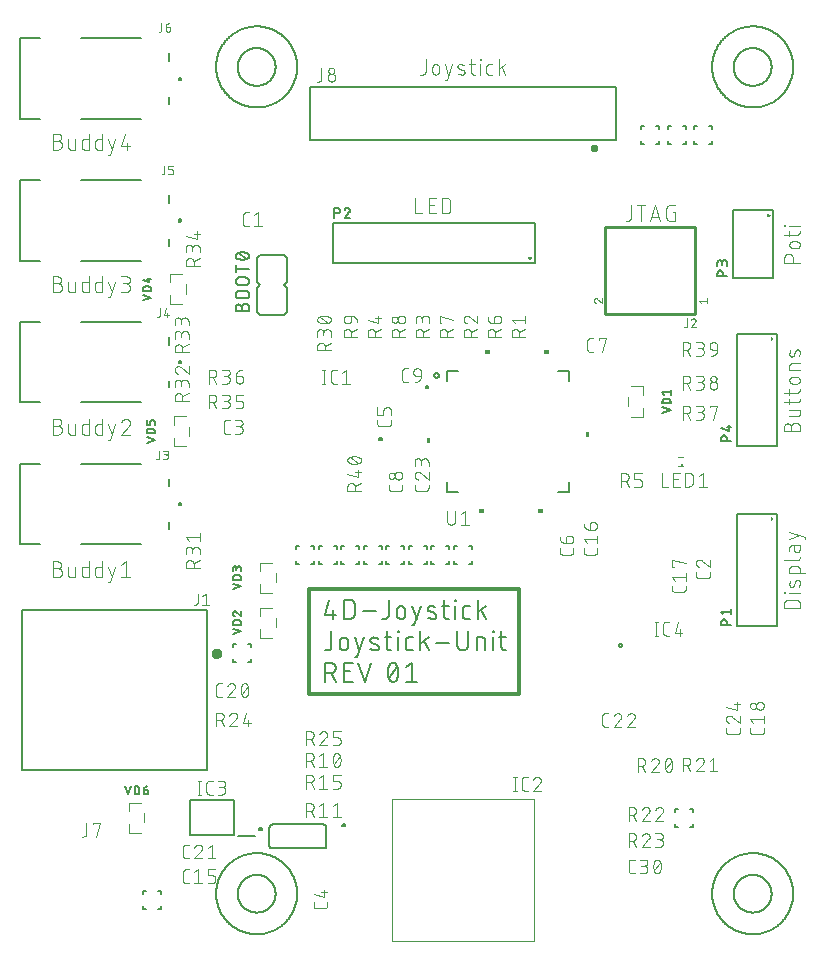
<source format=gbr>
G04 EAGLE Gerber RS-274X export*
G75*
%MOMM*%
%FSLAX34Y34*%
%LPD*%
%INSilkscreen Top*%
%IPPOS*%
%AMOC8*
5,1,8,0,0,1.08239X$1,22.5*%
G01*
%ADD10C,0.152400*%
%ADD11C,0.304800*%
%ADD12C,0.101600*%
%ADD13C,0.203200*%
%ADD14C,0.076200*%
%ADD15C,0.254000*%
%ADD16C,0.050800*%
%ADD17C,0.127000*%
%ADD18C,0.400000*%
%ADD19C,0.200000*%
%ADD20R,0.250000X0.225000*%
%ADD21C,0.100000*%
%ADD22C,0.200000*%
%ADD23C,0.177800*%
%ADD24C,0.075000*%
%ADD25C,0.300000*%

G36*
X397157Y507209D02*
X397157Y507209D01*
X397159Y507208D01*
X397202Y507228D01*
X397246Y507246D01*
X397246Y507248D01*
X397248Y507249D01*
X397281Y507334D01*
X397281Y509874D01*
X397280Y509876D01*
X397281Y509878D01*
X397261Y509921D01*
X397243Y509965D01*
X397241Y509965D01*
X397240Y509967D01*
X397155Y510000D01*
X393345Y510000D01*
X393343Y509999D01*
X393341Y510000D01*
X393298Y509980D01*
X393254Y509962D01*
X393254Y509960D01*
X393252Y509959D01*
X393219Y509874D01*
X393219Y507334D01*
X393220Y507332D01*
X393219Y507330D01*
X393239Y507287D01*
X393257Y507243D01*
X393259Y507243D01*
X393260Y507241D01*
X393345Y507208D01*
X397155Y507208D01*
X397157Y507209D01*
G37*
G36*
X447157Y507209D02*
X447157Y507209D01*
X447159Y507208D01*
X447202Y507228D01*
X447246Y507246D01*
X447246Y507248D01*
X447248Y507249D01*
X447281Y507334D01*
X447281Y509874D01*
X447280Y509876D01*
X447281Y509878D01*
X447261Y509921D01*
X447243Y509965D01*
X447241Y509965D01*
X447240Y509967D01*
X447155Y510000D01*
X443345Y510000D01*
X443343Y509999D01*
X443341Y510000D01*
X443298Y509980D01*
X443254Y509962D01*
X443254Y509960D01*
X443252Y509959D01*
X443219Y509874D01*
X443219Y507334D01*
X443220Y507332D01*
X443219Y507330D01*
X443239Y507287D01*
X443257Y507243D01*
X443259Y507243D01*
X443260Y507241D01*
X443345Y507208D01*
X447155Y507208D01*
X447157Y507209D01*
G37*
G36*
X481301Y436795D02*
X481301Y436795D01*
X481303Y436794D01*
X481346Y436814D01*
X481390Y436832D01*
X481390Y436834D01*
X481392Y436835D01*
X481425Y436920D01*
X481425Y440730D01*
X481424Y440732D01*
X481425Y440734D01*
X481405Y440777D01*
X481387Y440821D01*
X481385Y440821D01*
X481384Y440823D01*
X481299Y440856D01*
X478759Y440856D01*
X478757Y440855D01*
X478755Y440856D01*
X478712Y440836D01*
X478668Y440818D01*
X478668Y440816D01*
X478666Y440815D01*
X478633Y440730D01*
X478633Y436920D01*
X478634Y436918D01*
X478633Y436916D01*
X478653Y436873D01*
X478671Y436829D01*
X478673Y436829D01*
X478674Y436827D01*
X478759Y436794D01*
X481299Y436794D01*
X481301Y436795D01*
G37*
G36*
X346743Y431795D02*
X346743Y431795D01*
X346745Y431794D01*
X346788Y431814D01*
X346832Y431832D01*
X346832Y431834D01*
X346834Y431835D01*
X346867Y431920D01*
X346867Y435730D01*
X346866Y435732D01*
X346867Y435734D01*
X346847Y435777D01*
X346829Y435821D01*
X346827Y435821D01*
X346826Y435823D01*
X346741Y435856D01*
X344201Y435856D01*
X344199Y435855D01*
X344197Y435856D01*
X344154Y435836D01*
X344110Y435818D01*
X344110Y435816D01*
X344108Y435815D01*
X344075Y435730D01*
X344075Y431920D01*
X344076Y431918D01*
X344075Y431916D01*
X344095Y431873D01*
X344113Y431829D01*
X344115Y431829D01*
X344116Y431827D01*
X344201Y431794D01*
X346741Y431794D01*
X346743Y431795D01*
G37*
G36*
X442157Y372651D02*
X442157Y372651D01*
X442159Y372650D01*
X442202Y372670D01*
X442246Y372688D01*
X442246Y372690D01*
X442248Y372691D01*
X442281Y372776D01*
X442281Y375316D01*
X442280Y375318D01*
X442281Y375320D01*
X442261Y375363D01*
X442243Y375407D01*
X442241Y375407D01*
X442240Y375409D01*
X442155Y375442D01*
X438345Y375442D01*
X438343Y375441D01*
X438341Y375442D01*
X438298Y375422D01*
X438254Y375404D01*
X438254Y375402D01*
X438252Y375401D01*
X438219Y375316D01*
X438219Y372776D01*
X438220Y372774D01*
X438219Y372772D01*
X438239Y372729D01*
X438257Y372685D01*
X438259Y372685D01*
X438260Y372683D01*
X438345Y372650D01*
X442155Y372650D01*
X442157Y372651D01*
G37*
G36*
X392157Y372651D02*
X392157Y372651D01*
X392159Y372650D01*
X392202Y372670D01*
X392246Y372688D01*
X392246Y372690D01*
X392248Y372691D01*
X392281Y372776D01*
X392281Y375316D01*
X392280Y375318D01*
X392281Y375320D01*
X392261Y375363D01*
X392243Y375407D01*
X392241Y375407D01*
X392240Y375409D01*
X392155Y375442D01*
X388345Y375442D01*
X388343Y375441D01*
X388341Y375442D01*
X388298Y375422D01*
X388254Y375404D01*
X388254Y375402D01*
X388252Y375401D01*
X388219Y375316D01*
X388219Y372776D01*
X388220Y372774D01*
X388219Y372772D01*
X388239Y372729D01*
X388257Y372685D01*
X388259Y372685D01*
X388260Y372683D01*
X388345Y372650D01*
X392155Y372650D01*
X392157Y372651D01*
G37*
G36*
X632493Y622685D02*
X632493Y622685D01*
X632496Y622684D01*
X632573Y622709D01*
X635113Y623979D01*
X635120Y623985D01*
X635128Y623987D01*
X635138Y623998D01*
X635156Y624006D01*
X635183Y624043D01*
X635217Y624074D01*
X635223Y624099D01*
X635239Y624120D01*
X635241Y624166D01*
X635253Y624210D01*
X635246Y624235D01*
X635247Y624261D01*
X635225Y624301D01*
X635211Y624345D01*
X635192Y624361D01*
X635179Y624384D01*
X635113Y624432D01*
X632573Y625702D01*
X632571Y625702D01*
X632569Y625704D01*
X632558Y625705D01*
X632555Y625708D01*
X632475Y625721D01*
X632469Y625721D01*
X632435Y625727D01*
X632432Y625726D01*
X632429Y625726D01*
X632366Y625699D01*
X632304Y625674D01*
X632302Y625672D01*
X632300Y625671D01*
X632261Y625615D01*
X632241Y625587D01*
X632231Y625576D01*
X632231Y625573D01*
X632221Y625560D01*
X632221Y625557D01*
X632220Y625555D01*
X632207Y625475D01*
X632207Y622935D01*
X632208Y622932D01*
X632207Y622930D01*
X632227Y622865D01*
X632246Y622800D01*
X632248Y622798D01*
X632249Y622795D01*
X632300Y622752D01*
X632351Y622706D01*
X632354Y622706D01*
X632356Y622704D01*
X632423Y622695D01*
X632491Y622684D01*
X632493Y622685D01*
G37*
G36*
X635668Y517910D02*
X635668Y517910D01*
X635671Y517909D01*
X635748Y517934D01*
X638288Y519204D01*
X638295Y519210D01*
X638303Y519212D01*
X638313Y519223D01*
X638331Y519231D01*
X638358Y519268D01*
X638392Y519299D01*
X638398Y519324D01*
X638414Y519345D01*
X638416Y519391D01*
X638428Y519435D01*
X638421Y519460D01*
X638422Y519486D01*
X638400Y519526D01*
X638386Y519570D01*
X638367Y519586D01*
X638354Y519609D01*
X638288Y519657D01*
X635748Y520927D01*
X635746Y520927D01*
X635744Y520929D01*
X635733Y520930D01*
X635730Y520933D01*
X635650Y520946D01*
X635644Y520946D01*
X635610Y520952D01*
X635607Y520951D01*
X635604Y520951D01*
X635541Y520924D01*
X635479Y520899D01*
X635477Y520897D01*
X635475Y520896D01*
X635436Y520840D01*
X635416Y520812D01*
X635406Y520801D01*
X635406Y520798D01*
X635396Y520785D01*
X635396Y520782D01*
X635395Y520780D01*
X635382Y520700D01*
X635382Y518160D01*
X635383Y518157D01*
X635382Y518155D01*
X635402Y518090D01*
X635421Y518025D01*
X635423Y518023D01*
X635424Y518020D01*
X635475Y517977D01*
X635526Y517931D01*
X635529Y517931D01*
X635531Y517929D01*
X635598Y517920D01*
X635666Y517909D01*
X635668Y517910D01*
G37*
G36*
X635668Y365510D02*
X635668Y365510D01*
X635671Y365509D01*
X635748Y365534D01*
X638288Y366804D01*
X638295Y366810D01*
X638303Y366812D01*
X638313Y366823D01*
X638331Y366831D01*
X638358Y366868D01*
X638392Y366899D01*
X638398Y366924D01*
X638414Y366945D01*
X638416Y366991D01*
X638428Y367035D01*
X638421Y367060D01*
X638422Y367086D01*
X638400Y367126D01*
X638386Y367170D01*
X638367Y367186D01*
X638354Y367209D01*
X638288Y367257D01*
X635748Y368527D01*
X635746Y368527D01*
X635744Y368529D01*
X635733Y368530D01*
X635730Y368533D01*
X635650Y368546D01*
X635644Y368546D01*
X635610Y368552D01*
X635607Y368551D01*
X635604Y368551D01*
X635541Y368524D01*
X635479Y368499D01*
X635477Y368497D01*
X635475Y368496D01*
X635436Y368440D01*
X635416Y368412D01*
X635406Y368401D01*
X635406Y368398D01*
X635396Y368385D01*
X635396Y368382D01*
X635395Y368380D01*
X635382Y368300D01*
X635382Y365760D01*
X635383Y365757D01*
X635382Y365755D01*
X635402Y365690D01*
X635421Y365625D01*
X635423Y365623D01*
X635424Y365620D01*
X635475Y365577D01*
X635526Y365531D01*
X635529Y365531D01*
X635531Y365529D01*
X635598Y365520D01*
X635666Y365509D01*
X635668Y365510D01*
G37*
G36*
X431310Y585704D02*
X431310Y585704D01*
X431336Y585703D01*
X431376Y585725D01*
X431420Y585739D01*
X431436Y585758D01*
X431459Y585771D01*
X431507Y585837D01*
X432777Y588377D01*
X432777Y588379D01*
X432779Y588381D01*
X432790Y588449D01*
X432802Y588515D01*
X432801Y588518D01*
X432801Y588521D01*
X432774Y588584D01*
X432749Y588646D01*
X432747Y588648D01*
X432746Y588650D01*
X432690Y588689D01*
X432635Y588729D01*
X432632Y588729D01*
X432630Y588730D01*
X432550Y588743D01*
X430010Y588743D01*
X430007Y588743D01*
X430005Y588743D01*
X429940Y588723D01*
X429875Y588704D01*
X429873Y588702D01*
X429870Y588701D01*
X429827Y588650D01*
X429781Y588599D01*
X429781Y588596D01*
X429779Y588594D01*
X429770Y588527D01*
X429759Y588459D01*
X429760Y588457D01*
X429759Y588454D01*
X429784Y588377D01*
X431054Y585837D01*
X431071Y585818D01*
X431081Y585794D01*
X431118Y585767D01*
X431149Y585733D01*
X431174Y585727D01*
X431195Y585711D01*
X431241Y585709D01*
X431285Y585697D01*
X431310Y585704D01*
G37*
D10*
X261549Y298958D02*
X257937Y286314D01*
X266968Y286314D01*
X264259Y289927D02*
X264259Y282702D01*
X274089Y282702D02*
X274089Y298958D01*
X278605Y298958D01*
X278736Y298956D01*
X278868Y298950D01*
X278999Y298941D01*
X279129Y298927D01*
X279260Y298910D01*
X279389Y298889D01*
X279518Y298865D01*
X279646Y298836D01*
X279774Y298804D01*
X279900Y298768D01*
X280025Y298729D01*
X280150Y298686D01*
X280272Y298639D01*
X280394Y298589D01*
X280514Y298535D01*
X280632Y298478D01*
X280748Y298417D01*
X280863Y298353D01*
X280976Y298286D01*
X281087Y298215D01*
X281195Y298141D01*
X281302Y298064D01*
X281406Y297984D01*
X281508Y297901D01*
X281607Y297816D01*
X281704Y297727D01*
X281798Y297635D01*
X281890Y297541D01*
X281979Y297444D01*
X282064Y297345D01*
X282147Y297243D01*
X282227Y297139D01*
X282304Y297032D01*
X282378Y296924D01*
X282449Y296813D01*
X282516Y296700D01*
X282580Y296585D01*
X282641Y296469D01*
X282698Y296351D01*
X282752Y296231D01*
X282802Y296109D01*
X282849Y295987D01*
X282892Y295862D01*
X282931Y295737D01*
X282967Y295611D01*
X282999Y295483D01*
X283028Y295355D01*
X283052Y295226D01*
X283073Y295097D01*
X283090Y294966D01*
X283104Y294836D01*
X283113Y294705D01*
X283119Y294573D01*
X283121Y294442D01*
X283120Y294442D02*
X283120Y287218D01*
X283121Y287218D02*
X283119Y287087D01*
X283113Y286955D01*
X283104Y286824D01*
X283090Y286694D01*
X283073Y286563D01*
X283052Y286434D01*
X283028Y286305D01*
X282999Y286177D01*
X282967Y286049D01*
X282931Y285923D01*
X282892Y285798D01*
X282849Y285673D01*
X282802Y285551D01*
X282752Y285429D01*
X282698Y285309D01*
X282641Y285191D01*
X282580Y285075D01*
X282516Y284960D01*
X282449Y284847D01*
X282378Y284736D01*
X282304Y284628D01*
X282227Y284521D01*
X282147Y284417D01*
X282064Y284315D01*
X281979Y284216D01*
X281890Y284119D01*
X281798Y284025D01*
X281704Y283933D01*
X281607Y283844D01*
X281508Y283759D01*
X281406Y283676D01*
X281302Y283596D01*
X281195Y283519D01*
X281087Y283445D01*
X280976Y283374D01*
X280863Y283307D01*
X280748Y283243D01*
X280632Y283182D01*
X280514Y283125D01*
X280394Y283071D01*
X280272Y283021D01*
X280150Y282974D01*
X280025Y282931D01*
X279900Y282892D01*
X279774Y282856D01*
X279646Y282824D01*
X279518Y282795D01*
X279389Y282771D01*
X279259Y282750D01*
X279129Y282733D01*
X278999Y282719D01*
X278868Y282710D01*
X278736Y282704D01*
X278605Y282702D01*
X274089Y282702D01*
X290381Y289024D02*
X301218Y289024D01*
X311832Y286314D02*
X311832Y298958D01*
X311831Y286314D02*
X311829Y286196D01*
X311823Y286078D01*
X311814Y285960D01*
X311800Y285843D01*
X311783Y285726D01*
X311762Y285609D01*
X311737Y285494D01*
X311708Y285379D01*
X311675Y285265D01*
X311639Y285153D01*
X311599Y285042D01*
X311556Y284932D01*
X311509Y284823D01*
X311459Y284716D01*
X311404Y284611D01*
X311347Y284508D01*
X311286Y284407D01*
X311222Y284307D01*
X311155Y284210D01*
X311085Y284115D01*
X311011Y284023D01*
X310935Y283932D01*
X310855Y283845D01*
X310773Y283760D01*
X310688Y283678D01*
X310601Y283598D01*
X310510Y283522D01*
X310418Y283448D01*
X310323Y283378D01*
X310226Y283311D01*
X310126Y283247D01*
X310025Y283186D01*
X309922Y283129D01*
X309817Y283074D01*
X309710Y283024D01*
X309601Y282977D01*
X309491Y282934D01*
X309380Y282894D01*
X309268Y282858D01*
X309154Y282825D01*
X309039Y282796D01*
X308924Y282771D01*
X308807Y282750D01*
X308690Y282733D01*
X308573Y282719D01*
X308455Y282710D01*
X308337Y282704D01*
X308219Y282702D01*
X306413Y282702D01*
X318760Y286314D02*
X318760Y289927D01*
X318762Y290046D01*
X318768Y290166D01*
X318778Y290285D01*
X318792Y290403D01*
X318809Y290522D01*
X318831Y290639D01*
X318856Y290756D01*
X318886Y290871D01*
X318919Y290986D01*
X318956Y291100D01*
X318996Y291212D01*
X319041Y291323D01*
X319089Y291432D01*
X319140Y291540D01*
X319195Y291646D01*
X319254Y291750D01*
X319316Y291852D01*
X319381Y291952D01*
X319450Y292050D01*
X319522Y292146D01*
X319597Y292239D01*
X319674Y292329D01*
X319755Y292417D01*
X319839Y292502D01*
X319926Y292584D01*
X320015Y292664D01*
X320107Y292740D01*
X320201Y292814D01*
X320298Y292884D01*
X320396Y292951D01*
X320497Y293015D01*
X320601Y293075D01*
X320706Y293132D01*
X320813Y293185D01*
X320921Y293235D01*
X321031Y293281D01*
X321143Y293323D01*
X321256Y293362D01*
X321370Y293397D01*
X321485Y293428D01*
X321602Y293456D01*
X321719Y293479D01*
X321836Y293499D01*
X321955Y293515D01*
X322074Y293527D01*
X322193Y293535D01*
X322312Y293539D01*
X322432Y293539D01*
X322551Y293535D01*
X322670Y293527D01*
X322789Y293515D01*
X322908Y293499D01*
X323025Y293479D01*
X323142Y293456D01*
X323259Y293428D01*
X323374Y293397D01*
X323488Y293362D01*
X323601Y293323D01*
X323713Y293281D01*
X323823Y293235D01*
X323931Y293185D01*
X324038Y293132D01*
X324143Y293075D01*
X324247Y293015D01*
X324348Y292951D01*
X324446Y292884D01*
X324543Y292814D01*
X324637Y292740D01*
X324729Y292664D01*
X324818Y292584D01*
X324905Y292502D01*
X324989Y292417D01*
X325070Y292329D01*
X325147Y292239D01*
X325222Y292146D01*
X325294Y292050D01*
X325363Y291952D01*
X325428Y291852D01*
X325490Y291750D01*
X325549Y291646D01*
X325604Y291540D01*
X325655Y291432D01*
X325703Y291323D01*
X325748Y291212D01*
X325788Y291100D01*
X325825Y290986D01*
X325858Y290871D01*
X325888Y290756D01*
X325913Y290639D01*
X325935Y290522D01*
X325952Y290403D01*
X325966Y290285D01*
X325976Y290166D01*
X325982Y290046D01*
X325984Y289927D01*
X325985Y289927D02*
X325985Y286314D01*
X325984Y286314D02*
X325982Y286195D01*
X325976Y286075D01*
X325966Y285956D01*
X325952Y285838D01*
X325935Y285719D01*
X325913Y285602D01*
X325888Y285485D01*
X325858Y285370D01*
X325825Y285255D01*
X325788Y285141D01*
X325748Y285029D01*
X325703Y284918D01*
X325655Y284809D01*
X325604Y284701D01*
X325549Y284595D01*
X325490Y284491D01*
X325428Y284389D01*
X325363Y284289D01*
X325294Y284191D01*
X325222Y284095D01*
X325147Y284002D01*
X325070Y283912D01*
X324989Y283824D01*
X324905Y283739D01*
X324818Y283657D01*
X324729Y283577D01*
X324637Y283501D01*
X324543Y283427D01*
X324446Y283357D01*
X324348Y283290D01*
X324247Y283226D01*
X324143Y283166D01*
X324038Y283109D01*
X323931Y283056D01*
X323823Y283006D01*
X323713Y282960D01*
X323601Y282918D01*
X323488Y282879D01*
X323374Y282844D01*
X323259Y282813D01*
X323142Y282785D01*
X323025Y282762D01*
X322908Y282742D01*
X322789Y282726D01*
X322670Y282714D01*
X322551Y282706D01*
X322432Y282702D01*
X322312Y282702D01*
X322193Y282706D01*
X322074Y282714D01*
X321955Y282726D01*
X321836Y282742D01*
X321719Y282762D01*
X321602Y282785D01*
X321485Y282813D01*
X321370Y282844D01*
X321256Y282879D01*
X321143Y282918D01*
X321031Y282960D01*
X320921Y283006D01*
X320813Y283056D01*
X320706Y283109D01*
X320601Y283166D01*
X320497Y283226D01*
X320396Y283290D01*
X320298Y283357D01*
X320201Y283427D01*
X320107Y283501D01*
X320015Y283577D01*
X319926Y283657D01*
X319839Y283739D01*
X319755Y283824D01*
X319674Y283912D01*
X319597Y284002D01*
X319522Y284095D01*
X319450Y284191D01*
X319381Y284289D01*
X319316Y284389D01*
X319254Y284491D01*
X319195Y284595D01*
X319140Y284701D01*
X319089Y284809D01*
X319041Y284918D01*
X318996Y285029D01*
X318956Y285141D01*
X318919Y285255D01*
X318886Y285370D01*
X318856Y285485D01*
X318831Y285602D01*
X318809Y285719D01*
X318792Y285838D01*
X318778Y285956D01*
X318768Y286075D01*
X318762Y286195D01*
X318760Y286314D01*
X331786Y277283D02*
X333592Y277283D01*
X339011Y293539D01*
X331786Y293539D02*
X335398Y282702D01*
X346166Y289024D02*
X350682Y287218D01*
X346166Y289024D02*
X346078Y289061D01*
X345992Y289102D01*
X345907Y289146D01*
X345824Y289194D01*
X345744Y289245D01*
X345665Y289299D01*
X345589Y289357D01*
X345515Y289417D01*
X345443Y289481D01*
X345375Y289547D01*
X345309Y289617D01*
X345246Y289688D01*
X345185Y289763D01*
X345128Y289839D01*
X345075Y289918D01*
X345024Y289999D01*
X344977Y290082D01*
X344933Y290167D01*
X344893Y290254D01*
X344856Y290342D01*
X344823Y290432D01*
X344793Y290523D01*
X344768Y290615D01*
X344746Y290708D01*
X344728Y290802D01*
X344713Y290896D01*
X344703Y290991D01*
X344697Y291087D01*
X344694Y291182D01*
X344695Y291278D01*
X344701Y291373D01*
X344710Y291469D01*
X344723Y291563D01*
X344739Y291657D01*
X344760Y291751D01*
X344785Y291843D01*
X344813Y291934D01*
X344845Y292024D01*
X344880Y292113D01*
X344919Y292200D01*
X344962Y292286D01*
X345008Y292370D01*
X345058Y292451D01*
X345110Y292531D01*
X345166Y292609D01*
X345226Y292684D01*
X345288Y292756D01*
X345353Y292826D01*
X345421Y292894D01*
X345491Y292958D01*
X345564Y293020D01*
X345640Y293078D01*
X345718Y293134D01*
X345798Y293186D01*
X345880Y293235D01*
X345964Y293280D01*
X346050Y293322D01*
X346137Y293361D01*
X346226Y293396D01*
X346317Y293427D01*
X346408Y293454D01*
X346501Y293478D01*
X346594Y293498D01*
X346688Y293514D01*
X346783Y293526D01*
X346878Y293535D01*
X346974Y293539D01*
X347069Y293540D01*
X347316Y293533D01*
X347562Y293521D01*
X347808Y293503D01*
X348054Y293478D01*
X348298Y293448D01*
X348542Y293412D01*
X348785Y293371D01*
X349027Y293323D01*
X349268Y293269D01*
X349507Y293210D01*
X349745Y293145D01*
X349981Y293074D01*
X350216Y292998D01*
X350449Y292916D01*
X350679Y292828D01*
X350907Y292735D01*
X351134Y292637D01*
X350682Y287217D02*
X350770Y287180D01*
X350856Y287139D01*
X350941Y287095D01*
X351024Y287047D01*
X351104Y286996D01*
X351183Y286942D01*
X351259Y286884D01*
X351333Y286824D01*
X351405Y286760D01*
X351473Y286694D01*
X351539Y286624D01*
X351602Y286553D01*
X351663Y286478D01*
X351720Y286402D01*
X351773Y286323D01*
X351824Y286242D01*
X351871Y286159D01*
X351915Y286074D01*
X351955Y285987D01*
X351992Y285899D01*
X352025Y285809D01*
X352055Y285718D01*
X352080Y285626D01*
X352102Y285533D01*
X352120Y285439D01*
X352135Y285345D01*
X352145Y285250D01*
X352151Y285154D01*
X352154Y285059D01*
X352153Y284963D01*
X352147Y284868D01*
X352138Y284772D01*
X352125Y284678D01*
X352109Y284584D01*
X352088Y284490D01*
X352063Y284398D01*
X352035Y284307D01*
X352003Y284217D01*
X351968Y284128D01*
X351929Y284041D01*
X351886Y283955D01*
X351840Y283871D01*
X351790Y283790D01*
X351738Y283710D01*
X351682Y283632D01*
X351622Y283557D01*
X351560Y283485D01*
X351495Y283415D01*
X351427Y283347D01*
X351357Y283283D01*
X351284Y283221D01*
X351208Y283163D01*
X351130Y283107D01*
X351050Y283055D01*
X350968Y283006D01*
X350884Y282961D01*
X350798Y282919D01*
X350711Y282880D01*
X350622Y282845D01*
X350531Y282814D01*
X350440Y282787D01*
X350347Y282763D01*
X350254Y282743D01*
X350160Y282727D01*
X350065Y282715D01*
X349970Y282706D01*
X349874Y282702D01*
X349779Y282701D01*
X349779Y282702D02*
X349417Y282711D01*
X349055Y282729D01*
X348694Y282756D01*
X348334Y282791D01*
X347974Y282834D01*
X347615Y282886D01*
X347258Y282947D01*
X346903Y283016D01*
X346549Y283093D01*
X346197Y283179D01*
X345847Y283273D01*
X345499Y283376D01*
X345154Y283486D01*
X344812Y283605D01*
X357062Y293539D02*
X362480Y293539D01*
X358868Y298958D02*
X358868Y285411D01*
X358870Y285310D01*
X358876Y285209D01*
X358885Y285108D01*
X358898Y285007D01*
X358915Y284907D01*
X358936Y284808D01*
X358960Y284710D01*
X358988Y284613D01*
X359020Y284516D01*
X359055Y284421D01*
X359094Y284328D01*
X359136Y284236D01*
X359182Y284145D01*
X359231Y284057D01*
X359283Y283970D01*
X359339Y283885D01*
X359397Y283802D01*
X359459Y283722D01*
X359524Y283644D01*
X359591Y283568D01*
X359661Y283495D01*
X359734Y283425D01*
X359810Y283358D01*
X359888Y283293D01*
X359968Y283231D01*
X360051Y283173D01*
X360136Y283117D01*
X360223Y283065D01*
X360311Y283016D01*
X360402Y282970D01*
X360494Y282928D01*
X360587Y282889D01*
X360682Y282854D01*
X360779Y282822D01*
X360876Y282794D01*
X360974Y282770D01*
X361073Y282749D01*
X361173Y282732D01*
X361274Y282719D01*
X361375Y282710D01*
X361476Y282704D01*
X361577Y282702D01*
X362480Y282702D01*
X368224Y282702D02*
X368224Y293539D01*
X367772Y298055D02*
X367772Y298958D01*
X368675Y298958D01*
X368675Y298055D01*
X367772Y298055D01*
X377238Y282702D02*
X380850Y282702D01*
X377238Y282702D02*
X377137Y282704D01*
X377036Y282710D01*
X376935Y282719D01*
X376834Y282732D01*
X376734Y282749D01*
X376635Y282770D01*
X376537Y282794D01*
X376440Y282822D01*
X376343Y282854D01*
X376248Y282889D01*
X376155Y282928D01*
X376063Y282970D01*
X375972Y283016D01*
X375884Y283065D01*
X375797Y283117D01*
X375712Y283173D01*
X375629Y283231D01*
X375549Y283293D01*
X375471Y283358D01*
X375395Y283425D01*
X375322Y283495D01*
X375252Y283568D01*
X375185Y283644D01*
X375120Y283722D01*
X375058Y283802D01*
X375000Y283885D01*
X374944Y283970D01*
X374892Y284057D01*
X374843Y284145D01*
X374797Y284236D01*
X374755Y284328D01*
X374716Y284421D01*
X374681Y284516D01*
X374649Y284613D01*
X374621Y284710D01*
X374597Y284808D01*
X374576Y284907D01*
X374559Y285007D01*
X374546Y285108D01*
X374537Y285209D01*
X374531Y285310D01*
X374529Y285411D01*
X374529Y290830D01*
X374531Y290931D01*
X374537Y291032D01*
X374546Y291133D01*
X374559Y291234D01*
X374576Y291334D01*
X374597Y291433D01*
X374621Y291531D01*
X374649Y291628D01*
X374681Y291725D01*
X374716Y291820D01*
X374755Y291913D01*
X374797Y292005D01*
X374843Y292096D01*
X374892Y292185D01*
X374944Y292271D01*
X375000Y292356D01*
X375058Y292439D01*
X375120Y292519D01*
X375185Y292597D01*
X375252Y292673D01*
X375322Y292746D01*
X375395Y292816D01*
X375471Y292883D01*
X375549Y292948D01*
X375629Y293010D01*
X375712Y293068D01*
X375797Y293124D01*
X375884Y293176D01*
X375972Y293225D01*
X376063Y293271D01*
X376155Y293313D01*
X376248Y293352D01*
X376343Y293387D01*
X376440Y293419D01*
X376537Y293447D01*
X376635Y293471D01*
X376734Y293492D01*
X376834Y293509D01*
X376935Y293522D01*
X377036Y293531D01*
X377137Y293537D01*
X377238Y293539D01*
X380850Y293539D01*
X387185Y298958D02*
X387185Y282702D01*
X387185Y288121D02*
X394410Y293539D01*
X390346Y290378D02*
X394410Y282702D01*
X263356Y272288D02*
X263356Y259644D01*
X263355Y259644D02*
X263353Y259526D01*
X263347Y259408D01*
X263338Y259290D01*
X263324Y259173D01*
X263307Y259056D01*
X263286Y258939D01*
X263261Y258824D01*
X263232Y258709D01*
X263199Y258595D01*
X263163Y258483D01*
X263123Y258372D01*
X263080Y258262D01*
X263033Y258153D01*
X262983Y258046D01*
X262928Y257941D01*
X262871Y257838D01*
X262810Y257737D01*
X262746Y257637D01*
X262679Y257540D01*
X262609Y257445D01*
X262535Y257353D01*
X262459Y257262D01*
X262379Y257175D01*
X262297Y257090D01*
X262212Y257008D01*
X262125Y256928D01*
X262034Y256852D01*
X261942Y256778D01*
X261847Y256708D01*
X261750Y256641D01*
X261650Y256577D01*
X261549Y256516D01*
X261446Y256459D01*
X261341Y256404D01*
X261234Y256354D01*
X261125Y256307D01*
X261015Y256264D01*
X260904Y256224D01*
X260792Y256188D01*
X260678Y256155D01*
X260563Y256126D01*
X260448Y256101D01*
X260331Y256080D01*
X260214Y256063D01*
X260097Y256049D01*
X259979Y256040D01*
X259861Y256034D01*
X259743Y256032D01*
X257937Y256032D01*
X270284Y259644D02*
X270284Y263257D01*
X270286Y263376D01*
X270292Y263496D01*
X270302Y263615D01*
X270316Y263733D01*
X270333Y263852D01*
X270355Y263969D01*
X270380Y264086D01*
X270410Y264201D01*
X270443Y264316D01*
X270480Y264430D01*
X270520Y264542D01*
X270565Y264653D01*
X270613Y264762D01*
X270664Y264870D01*
X270719Y264976D01*
X270778Y265080D01*
X270840Y265182D01*
X270905Y265282D01*
X270974Y265380D01*
X271046Y265476D01*
X271121Y265569D01*
X271198Y265659D01*
X271279Y265747D01*
X271363Y265832D01*
X271450Y265914D01*
X271539Y265994D01*
X271631Y266070D01*
X271725Y266144D01*
X271822Y266214D01*
X271920Y266281D01*
X272021Y266345D01*
X272125Y266405D01*
X272230Y266462D01*
X272337Y266515D01*
X272445Y266565D01*
X272555Y266611D01*
X272667Y266653D01*
X272780Y266692D01*
X272894Y266727D01*
X273009Y266758D01*
X273126Y266786D01*
X273243Y266809D01*
X273360Y266829D01*
X273479Y266845D01*
X273598Y266857D01*
X273717Y266865D01*
X273836Y266869D01*
X273956Y266869D01*
X274075Y266865D01*
X274194Y266857D01*
X274313Y266845D01*
X274432Y266829D01*
X274549Y266809D01*
X274666Y266786D01*
X274783Y266758D01*
X274898Y266727D01*
X275012Y266692D01*
X275125Y266653D01*
X275237Y266611D01*
X275347Y266565D01*
X275455Y266515D01*
X275562Y266462D01*
X275667Y266405D01*
X275771Y266345D01*
X275872Y266281D01*
X275970Y266214D01*
X276067Y266144D01*
X276161Y266070D01*
X276253Y265994D01*
X276342Y265914D01*
X276429Y265832D01*
X276513Y265747D01*
X276594Y265659D01*
X276671Y265569D01*
X276746Y265476D01*
X276818Y265380D01*
X276887Y265282D01*
X276952Y265182D01*
X277014Y265080D01*
X277073Y264976D01*
X277128Y264870D01*
X277179Y264762D01*
X277227Y264653D01*
X277272Y264542D01*
X277312Y264430D01*
X277349Y264316D01*
X277382Y264201D01*
X277412Y264086D01*
X277437Y263969D01*
X277459Y263852D01*
X277476Y263733D01*
X277490Y263615D01*
X277500Y263496D01*
X277506Y263376D01*
X277508Y263257D01*
X277509Y263257D02*
X277509Y259644D01*
X277508Y259644D02*
X277506Y259525D01*
X277500Y259405D01*
X277490Y259286D01*
X277476Y259168D01*
X277459Y259049D01*
X277437Y258932D01*
X277412Y258815D01*
X277382Y258700D01*
X277349Y258585D01*
X277312Y258471D01*
X277272Y258359D01*
X277227Y258248D01*
X277179Y258139D01*
X277128Y258031D01*
X277073Y257925D01*
X277014Y257821D01*
X276952Y257719D01*
X276887Y257619D01*
X276818Y257521D01*
X276746Y257425D01*
X276671Y257332D01*
X276594Y257242D01*
X276513Y257154D01*
X276429Y257069D01*
X276342Y256987D01*
X276253Y256907D01*
X276161Y256831D01*
X276067Y256757D01*
X275970Y256687D01*
X275872Y256620D01*
X275771Y256556D01*
X275667Y256496D01*
X275562Y256439D01*
X275455Y256386D01*
X275347Y256336D01*
X275237Y256290D01*
X275125Y256248D01*
X275012Y256209D01*
X274898Y256174D01*
X274783Y256143D01*
X274666Y256115D01*
X274549Y256092D01*
X274432Y256072D01*
X274313Y256056D01*
X274194Y256044D01*
X274075Y256036D01*
X273956Y256032D01*
X273836Y256032D01*
X273717Y256036D01*
X273598Y256044D01*
X273479Y256056D01*
X273360Y256072D01*
X273243Y256092D01*
X273126Y256115D01*
X273009Y256143D01*
X272894Y256174D01*
X272780Y256209D01*
X272667Y256248D01*
X272555Y256290D01*
X272445Y256336D01*
X272337Y256386D01*
X272230Y256439D01*
X272125Y256496D01*
X272021Y256556D01*
X271920Y256620D01*
X271822Y256687D01*
X271725Y256757D01*
X271631Y256831D01*
X271539Y256907D01*
X271450Y256987D01*
X271363Y257069D01*
X271279Y257154D01*
X271198Y257242D01*
X271121Y257332D01*
X271046Y257425D01*
X270974Y257521D01*
X270905Y257619D01*
X270840Y257719D01*
X270778Y257821D01*
X270719Y257925D01*
X270664Y258031D01*
X270613Y258139D01*
X270565Y258248D01*
X270520Y258359D01*
X270480Y258471D01*
X270443Y258585D01*
X270410Y258700D01*
X270380Y258815D01*
X270355Y258932D01*
X270333Y259049D01*
X270316Y259168D01*
X270302Y259286D01*
X270292Y259405D01*
X270286Y259525D01*
X270284Y259644D01*
X283310Y250613D02*
X285116Y250613D01*
X290535Y266869D01*
X283310Y266869D02*
X286922Y256032D01*
X297690Y262354D02*
X302206Y260548D01*
X297690Y262354D02*
X297602Y262391D01*
X297516Y262432D01*
X297431Y262476D01*
X297348Y262524D01*
X297268Y262575D01*
X297189Y262629D01*
X297113Y262687D01*
X297039Y262747D01*
X296967Y262811D01*
X296899Y262877D01*
X296833Y262947D01*
X296770Y263018D01*
X296709Y263093D01*
X296652Y263169D01*
X296599Y263248D01*
X296548Y263329D01*
X296501Y263412D01*
X296457Y263497D01*
X296417Y263584D01*
X296380Y263672D01*
X296347Y263762D01*
X296317Y263853D01*
X296292Y263945D01*
X296270Y264038D01*
X296252Y264132D01*
X296237Y264226D01*
X296227Y264321D01*
X296221Y264417D01*
X296218Y264512D01*
X296219Y264608D01*
X296225Y264703D01*
X296234Y264799D01*
X296247Y264893D01*
X296263Y264987D01*
X296284Y265081D01*
X296309Y265173D01*
X296337Y265264D01*
X296369Y265354D01*
X296404Y265443D01*
X296443Y265530D01*
X296486Y265616D01*
X296532Y265700D01*
X296582Y265781D01*
X296634Y265861D01*
X296690Y265939D01*
X296750Y266014D01*
X296812Y266086D01*
X296877Y266156D01*
X296945Y266224D01*
X297015Y266288D01*
X297088Y266350D01*
X297164Y266408D01*
X297242Y266464D01*
X297322Y266516D01*
X297404Y266565D01*
X297488Y266610D01*
X297574Y266652D01*
X297661Y266691D01*
X297750Y266726D01*
X297841Y266757D01*
X297932Y266784D01*
X298025Y266808D01*
X298118Y266828D01*
X298212Y266844D01*
X298307Y266856D01*
X298402Y266865D01*
X298498Y266869D01*
X298593Y266870D01*
X298840Y266863D01*
X299086Y266851D01*
X299332Y266833D01*
X299578Y266808D01*
X299822Y266778D01*
X300066Y266742D01*
X300309Y266701D01*
X300551Y266653D01*
X300792Y266599D01*
X301031Y266540D01*
X301269Y266475D01*
X301505Y266404D01*
X301740Y266328D01*
X301973Y266246D01*
X302203Y266158D01*
X302431Y266065D01*
X302658Y265967D01*
X302206Y260547D02*
X302294Y260510D01*
X302380Y260469D01*
X302465Y260425D01*
X302548Y260377D01*
X302628Y260326D01*
X302707Y260272D01*
X302783Y260214D01*
X302857Y260154D01*
X302929Y260090D01*
X302997Y260024D01*
X303063Y259954D01*
X303126Y259883D01*
X303187Y259808D01*
X303244Y259732D01*
X303297Y259653D01*
X303348Y259572D01*
X303395Y259489D01*
X303439Y259404D01*
X303479Y259317D01*
X303516Y259229D01*
X303549Y259139D01*
X303579Y259048D01*
X303604Y258956D01*
X303626Y258863D01*
X303644Y258769D01*
X303659Y258675D01*
X303669Y258580D01*
X303675Y258484D01*
X303678Y258389D01*
X303677Y258293D01*
X303671Y258198D01*
X303662Y258102D01*
X303649Y258008D01*
X303633Y257914D01*
X303612Y257820D01*
X303587Y257728D01*
X303559Y257637D01*
X303527Y257547D01*
X303492Y257458D01*
X303453Y257371D01*
X303410Y257285D01*
X303364Y257201D01*
X303314Y257120D01*
X303262Y257040D01*
X303206Y256962D01*
X303146Y256887D01*
X303084Y256815D01*
X303019Y256745D01*
X302951Y256677D01*
X302881Y256613D01*
X302808Y256551D01*
X302732Y256493D01*
X302654Y256437D01*
X302574Y256385D01*
X302492Y256336D01*
X302408Y256291D01*
X302322Y256249D01*
X302235Y256210D01*
X302146Y256175D01*
X302055Y256144D01*
X301964Y256117D01*
X301871Y256093D01*
X301778Y256073D01*
X301684Y256057D01*
X301589Y256045D01*
X301494Y256036D01*
X301398Y256032D01*
X301303Y256031D01*
X301303Y256032D02*
X300941Y256041D01*
X300579Y256059D01*
X300218Y256086D01*
X299858Y256121D01*
X299498Y256164D01*
X299139Y256216D01*
X298782Y256277D01*
X298427Y256346D01*
X298073Y256423D01*
X297721Y256509D01*
X297371Y256603D01*
X297023Y256706D01*
X296678Y256816D01*
X296336Y256935D01*
X308586Y266869D02*
X314004Y266869D01*
X310392Y272288D02*
X310392Y258741D01*
X310394Y258640D01*
X310400Y258539D01*
X310409Y258438D01*
X310422Y258337D01*
X310439Y258237D01*
X310460Y258138D01*
X310484Y258040D01*
X310512Y257943D01*
X310544Y257846D01*
X310579Y257751D01*
X310618Y257658D01*
X310660Y257566D01*
X310706Y257475D01*
X310755Y257387D01*
X310807Y257300D01*
X310863Y257215D01*
X310921Y257132D01*
X310983Y257052D01*
X311048Y256974D01*
X311115Y256898D01*
X311185Y256825D01*
X311258Y256755D01*
X311334Y256688D01*
X311412Y256623D01*
X311492Y256561D01*
X311575Y256503D01*
X311660Y256447D01*
X311747Y256395D01*
X311835Y256346D01*
X311926Y256300D01*
X312018Y256258D01*
X312111Y256219D01*
X312206Y256184D01*
X312303Y256152D01*
X312400Y256124D01*
X312498Y256100D01*
X312597Y256079D01*
X312697Y256062D01*
X312798Y256049D01*
X312899Y256040D01*
X313000Y256034D01*
X313101Y256032D01*
X314004Y256032D01*
X319748Y256032D02*
X319748Y266869D01*
X319296Y271385D02*
X319296Y272288D01*
X320199Y272288D01*
X320199Y271385D01*
X319296Y271385D01*
X328762Y256032D02*
X332374Y256032D01*
X328762Y256032D02*
X328661Y256034D01*
X328560Y256040D01*
X328459Y256049D01*
X328358Y256062D01*
X328258Y256079D01*
X328159Y256100D01*
X328061Y256124D01*
X327964Y256152D01*
X327867Y256184D01*
X327772Y256219D01*
X327679Y256258D01*
X327587Y256300D01*
X327496Y256346D01*
X327408Y256395D01*
X327321Y256447D01*
X327236Y256503D01*
X327153Y256561D01*
X327073Y256623D01*
X326995Y256688D01*
X326919Y256755D01*
X326846Y256825D01*
X326776Y256898D01*
X326709Y256974D01*
X326644Y257052D01*
X326582Y257132D01*
X326524Y257215D01*
X326468Y257300D01*
X326416Y257387D01*
X326367Y257475D01*
X326321Y257566D01*
X326279Y257658D01*
X326240Y257751D01*
X326205Y257846D01*
X326173Y257943D01*
X326145Y258040D01*
X326121Y258138D01*
X326100Y258237D01*
X326083Y258337D01*
X326070Y258438D01*
X326061Y258539D01*
X326055Y258640D01*
X326053Y258741D01*
X326053Y264160D01*
X326055Y264261D01*
X326061Y264362D01*
X326070Y264463D01*
X326083Y264564D01*
X326100Y264664D01*
X326121Y264763D01*
X326145Y264861D01*
X326173Y264958D01*
X326205Y265055D01*
X326240Y265150D01*
X326279Y265243D01*
X326321Y265335D01*
X326367Y265426D01*
X326416Y265515D01*
X326468Y265601D01*
X326524Y265686D01*
X326582Y265769D01*
X326644Y265849D01*
X326709Y265927D01*
X326776Y266003D01*
X326846Y266076D01*
X326919Y266146D01*
X326995Y266213D01*
X327073Y266278D01*
X327153Y266340D01*
X327236Y266398D01*
X327321Y266454D01*
X327408Y266506D01*
X327496Y266555D01*
X327587Y266601D01*
X327679Y266643D01*
X327772Y266682D01*
X327867Y266717D01*
X327964Y266749D01*
X328061Y266777D01*
X328159Y266801D01*
X328258Y266822D01*
X328358Y266839D01*
X328459Y266852D01*
X328560Y266861D01*
X328661Y266867D01*
X328762Y266869D01*
X332374Y266869D01*
X338709Y272288D02*
X338709Y256032D01*
X338709Y261451D02*
X345934Y266869D01*
X341870Y263708D02*
X345934Y256032D01*
X351844Y262354D02*
X362681Y262354D01*
X369941Y260548D02*
X369941Y272288D01*
X369941Y260548D02*
X369943Y260415D01*
X369949Y260283D01*
X369959Y260151D01*
X369972Y260019D01*
X369990Y259887D01*
X370011Y259757D01*
X370036Y259626D01*
X370065Y259497D01*
X370098Y259369D01*
X370134Y259241D01*
X370174Y259115D01*
X370218Y258990D01*
X370266Y258866D01*
X370317Y258744D01*
X370372Y258623D01*
X370430Y258504D01*
X370492Y258386D01*
X370557Y258271D01*
X370626Y258157D01*
X370697Y258046D01*
X370773Y257937D01*
X370851Y257830D01*
X370932Y257725D01*
X371017Y257623D01*
X371104Y257523D01*
X371194Y257426D01*
X371287Y257331D01*
X371383Y257240D01*
X371481Y257151D01*
X371582Y257065D01*
X371686Y256982D01*
X371792Y256902D01*
X371900Y256826D01*
X372010Y256752D01*
X372123Y256682D01*
X372237Y256615D01*
X372354Y256552D01*
X372472Y256492D01*
X372592Y256435D01*
X372714Y256382D01*
X372837Y256333D01*
X372961Y256287D01*
X373087Y256245D01*
X373214Y256207D01*
X373342Y256172D01*
X373471Y256141D01*
X373600Y256114D01*
X373731Y256091D01*
X373862Y256071D01*
X373994Y256056D01*
X374126Y256044D01*
X374258Y256036D01*
X374391Y256032D01*
X374523Y256032D01*
X374656Y256036D01*
X374788Y256044D01*
X374920Y256056D01*
X375052Y256071D01*
X375183Y256091D01*
X375314Y256114D01*
X375443Y256141D01*
X375572Y256172D01*
X375700Y256207D01*
X375827Y256245D01*
X375953Y256287D01*
X376077Y256333D01*
X376200Y256382D01*
X376322Y256435D01*
X376442Y256492D01*
X376560Y256552D01*
X376677Y256615D01*
X376791Y256682D01*
X376904Y256752D01*
X377014Y256826D01*
X377122Y256902D01*
X377228Y256982D01*
X377332Y257065D01*
X377433Y257151D01*
X377531Y257240D01*
X377627Y257331D01*
X377720Y257426D01*
X377810Y257523D01*
X377897Y257623D01*
X377982Y257725D01*
X378063Y257830D01*
X378141Y257937D01*
X378217Y258046D01*
X378288Y258157D01*
X378357Y258271D01*
X378422Y258386D01*
X378484Y258504D01*
X378542Y258623D01*
X378597Y258744D01*
X378648Y258866D01*
X378696Y258990D01*
X378740Y259115D01*
X378780Y259241D01*
X378816Y259369D01*
X378849Y259497D01*
X378878Y259626D01*
X378903Y259757D01*
X378924Y259887D01*
X378942Y260019D01*
X378955Y260151D01*
X378965Y260283D01*
X378971Y260415D01*
X378973Y260548D01*
X378973Y272288D01*
X386476Y266869D02*
X386476Y256032D01*
X386476Y266869D02*
X390991Y266869D01*
X391095Y266867D01*
X391198Y266861D01*
X391302Y266851D01*
X391405Y266837D01*
X391507Y266819D01*
X391608Y266798D01*
X391709Y266772D01*
X391808Y266743D01*
X391907Y266710D01*
X392004Y266673D01*
X392099Y266632D01*
X392193Y266588D01*
X392285Y266540D01*
X392375Y266489D01*
X392464Y266434D01*
X392550Y266376D01*
X392633Y266314D01*
X392715Y266250D01*
X392793Y266182D01*
X392869Y266112D01*
X392943Y266039D01*
X393013Y265962D01*
X393081Y265884D01*
X393145Y265802D01*
X393207Y265719D01*
X393265Y265633D01*
X393320Y265544D01*
X393371Y265454D01*
X393419Y265362D01*
X393463Y265268D01*
X393504Y265173D01*
X393541Y265076D01*
X393574Y264977D01*
X393603Y264878D01*
X393629Y264777D01*
X393650Y264676D01*
X393668Y264574D01*
X393682Y264471D01*
X393692Y264367D01*
X393698Y264264D01*
X393700Y264160D01*
X393701Y264160D02*
X393701Y256032D01*
X400509Y256032D02*
X400509Y266869D01*
X400058Y271385D02*
X400058Y272288D01*
X400961Y272288D01*
X400961Y271385D01*
X400058Y271385D01*
X405499Y266869D02*
X410918Y266869D01*
X407305Y272288D02*
X407305Y258741D01*
X407306Y258741D02*
X407308Y258640D01*
X407314Y258539D01*
X407323Y258438D01*
X407336Y258337D01*
X407353Y258237D01*
X407374Y258138D01*
X407398Y258040D01*
X407426Y257943D01*
X407458Y257846D01*
X407493Y257751D01*
X407532Y257658D01*
X407574Y257566D01*
X407620Y257475D01*
X407669Y257387D01*
X407721Y257300D01*
X407777Y257215D01*
X407835Y257132D01*
X407897Y257052D01*
X407962Y256974D01*
X408029Y256898D01*
X408099Y256825D01*
X408172Y256755D01*
X408248Y256688D01*
X408326Y256623D01*
X408406Y256561D01*
X408489Y256503D01*
X408574Y256447D01*
X408661Y256395D01*
X408749Y256346D01*
X408840Y256300D01*
X408932Y256258D01*
X409025Y256219D01*
X409120Y256184D01*
X409217Y256152D01*
X409314Y256124D01*
X409412Y256100D01*
X409511Y256079D01*
X409611Y256062D01*
X409712Y256049D01*
X409813Y256040D01*
X409914Y256034D01*
X410015Y256032D01*
X410918Y256032D01*
X257937Y245618D02*
X257937Y229362D01*
X257937Y245618D02*
X262453Y245618D01*
X262586Y245616D01*
X262718Y245610D01*
X262850Y245600D01*
X262982Y245587D01*
X263114Y245569D01*
X263244Y245548D01*
X263375Y245523D01*
X263504Y245494D01*
X263632Y245461D01*
X263760Y245425D01*
X263886Y245385D01*
X264011Y245341D01*
X264135Y245293D01*
X264257Y245242D01*
X264378Y245187D01*
X264497Y245129D01*
X264615Y245067D01*
X264730Y245002D01*
X264844Y244933D01*
X264955Y244862D01*
X265064Y244786D01*
X265171Y244708D01*
X265276Y244627D01*
X265378Y244542D01*
X265478Y244455D01*
X265575Y244365D01*
X265670Y244272D01*
X265761Y244176D01*
X265850Y244078D01*
X265936Y243977D01*
X266019Y243873D01*
X266099Y243767D01*
X266175Y243659D01*
X266249Y243549D01*
X266319Y243436D01*
X266386Y243322D01*
X266449Y243205D01*
X266509Y243087D01*
X266566Y242967D01*
X266619Y242845D01*
X266668Y242722D01*
X266714Y242598D01*
X266756Y242472D01*
X266794Y242345D01*
X266829Y242217D01*
X266860Y242088D01*
X266887Y241959D01*
X266910Y241828D01*
X266930Y241697D01*
X266945Y241565D01*
X266957Y241433D01*
X266965Y241301D01*
X266969Y241168D01*
X266969Y241036D01*
X266965Y240903D01*
X266957Y240771D01*
X266945Y240639D01*
X266930Y240507D01*
X266910Y240376D01*
X266887Y240245D01*
X266860Y240116D01*
X266829Y239987D01*
X266794Y239859D01*
X266756Y239732D01*
X266714Y239606D01*
X266668Y239482D01*
X266619Y239359D01*
X266566Y239237D01*
X266509Y239117D01*
X266449Y238999D01*
X266386Y238882D01*
X266319Y238768D01*
X266249Y238655D01*
X266175Y238545D01*
X266099Y238437D01*
X266019Y238331D01*
X265936Y238227D01*
X265850Y238126D01*
X265761Y238028D01*
X265670Y237932D01*
X265575Y237839D01*
X265478Y237749D01*
X265378Y237662D01*
X265276Y237577D01*
X265171Y237496D01*
X265064Y237418D01*
X264955Y237342D01*
X264844Y237271D01*
X264730Y237202D01*
X264615Y237137D01*
X264497Y237075D01*
X264378Y237017D01*
X264257Y236962D01*
X264135Y236911D01*
X264011Y236863D01*
X263886Y236819D01*
X263760Y236779D01*
X263632Y236743D01*
X263504Y236710D01*
X263375Y236681D01*
X263244Y236656D01*
X263114Y236635D01*
X262982Y236617D01*
X262850Y236604D01*
X262718Y236594D01*
X262586Y236588D01*
X262453Y236586D01*
X262453Y236587D02*
X257937Y236587D01*
X263356Y236587D02*
X266968Y229362D01*
X274028Y229362D02*
X281252Y229362D01*
X274028Y229362D02*
X274028Y245618D01*
X281252Y245618D01*
X279446Y238393D02*
X274028Y238393D01*
X286121Y245618D02*
X291539Y229362D01*
X296958Y245618D01*
X312347Y243360D02*
X312210Y243071D01*
X312080Y242779D01*
X311957Y242483D01*
X311842Y242185D01*
X311733Y241884D01*
X311632Y241581D01*
X311538Y241275D01*
X311451Y240968D01*
X311372Y240658D01*
X311300Y240346D01*
X311236Y240033D01*
X311179Y239718D01*
X311129Y239402D01*
X311087Y239085D01*
X311053Y238767D01*
X311026Y238449D01*
X311007Y238129D01*
X310996Y237810D01*
X310992Y237490D01*
X312346Y243361D02*
X312385Y243469D01*
X312428Y243576D01*
X312474Y243681D01*
X312525Y243785D01*
X312578Y243887D01*
X312635Y243987D01*
X312696Y244085D01*
X312760Y244180D01*
X312827Y244274D01*
X312898Y244365D01*
X312971Y244454D01*
X313048Y244540D01*
X313127Y244623D01*
X313209Y244704D01*
X313294Y244782D01*
X313382Y244856D01*
X313472Y244928D01*
X313564Y244996D01*
X313659Y245062D01*
X313756Y245124D01*
X313855Y245182D01*
X313957Y245238D01*
X314059Y245289D01*
X314164Y245337D01*
X314270Y245382D01*
X314378Y245423D01*
X314487Y245460D01*
X314597Y245493D01*
X314709Y245522D01*
X314821Y245548D01*
X314934Y245570D01*
X315048Y245587D01*
X315162Y245601D01*
X315277Y245611D01*
X315392Y245617D01*
X315507Y245619D01*
X315507Y245618D02*
X315622Y245616D01*
X315737Y245610D01*
X315852Y245600D01*
X315966Y245586D01*
X316080Y245569D01*
X316193Y245547D01*
X316305Y245521D01*
X316417Y245492D01*
X316527Y245459D01*
X316636Y245422D01*
X316744Y245381D01*
X316850Y245336D01*
X316955Y245288D01*
X317057Y245237D01*
X317158Y245181D01*
X317258Y245123D01*
X317355Y245061D01*
X317449Y244996D01*
X317542Y244927D01*
X317632Y244855D01*
X317720Y244781D01*
X317805Y244703D01*
X317887Y244622D01*
X317966Y244539D01*
X318043Y244453D01*
X318116Y244364D01*
X318187Y244273D01*
X318254Y244179D01*
X318318Y244084D01*
X318379Y243986D01*
X318436Y243886D01*
X318489Y243784D01*
X318540Y243680D01*
X318586Y243575D01*
X318629Y243468D01*
X318668Y243360D01*
X318805Y243071D01*
X318935Y242779D01*
X319058Y242483D01*
X319173Y242185D01*
X319282Y241884D01*
X319383Y241581D01*
X319477Y241275D01*
X319564Y240968D01*
X319643Y240658D01*
X319715Y240346D01*
X319779Y240033D01*
X319836Y239718D01*
X319886Y239402D01*
X319928Y239085D01*
X319962Y238767D01*
X319989Y238449D01*
X320008Y238129D01*
X320019Y237810D01*
X320023Y237490D01*
X310992Y237490D02*
X310996Y237170D01*
X311007Y236851D01*
X311026Y236531D01*
X311053Y236213D01*
X311087Y235895D01*
X311129Y235578D01*
X311179Y235262D01*
X311236Y234947D01*
X311300Y234634D01*
X311372Y234322D01*
X311451Y234012D01*
X311538Y233705D01*
X311632Y233399D01*
X311733Y233096D01*
X311842Y232795D01*
X311957Y232497D01*
X312080Y232201D01*
X312210Y231909D01*
X312347Y231620D01*
X312346Y231620D02*
X312385Y231512D01*
X312428Y231405D01*
X312474Y231300D01*
X312525Y231196D01*
X312578Y231094D01*
X312635Y230994D01*
X312696Y230896D01*
X312760Y230801D01*
X312827Y230707D01*
X312898Y230616D01*
X312971Y230527D01*
X313048Y230441D01*
X313127Y230358D01*
X313209Y230277D01*
X313294Y230199D01*
X313382Y230125D01*
X313472Y230053D01*
X313565Y229984D01*
X313659Y229919D01*
X313756Y229857D01*
X313856Y229799D01*
X313957Y229743D01*
X314059Y229692D01*
X314164Y229644D01*
X314270Y229599D01*
X314378Y229558D01*
X314487Y229521D01*
X314597Y229488D01*
X314709Y229459D01*
X314821Y229433D01*
X314934Y229411D01*
X315048Y229394D01*
X315162Y229380D01*
X315277Y229370D01*
X315392Y229364D01*
X315507Y229362D01*
X318667Y231620D02*
X318804Y231909D01*
X318934Y232201D01*
X319057Y232497D01*
X319172Y232795D01*
X319281Y233096D01*
X319382Y233399D01*
X319476Y233705D01*
X319563Y234012D01*
X319642Y234322D01*
X319714Y234634D01*
X319778Y234947D01*
X319835Y235262D01*
X319885Y235578D01*
X319927Y235895D01*
X319961Y236213D01*
X319988Y236531D01*
X320007Y236851D01*
X320018Y237170D01*
X320022Y237490D01*
X318668Y231620D02*
X318629Y231512D01*
X318586Y231405D01*
X318540Y231300D01*
X318489Y231196D01*
X318436Y231094D01*
X318379Y230994D01*
X318318Y230896D01*
X318254Y230801D01*
X318187Y230707D01*
X318116Y230616D01*
X318043Y230527D01*
X317966Y230441D01*
X317887Y230358D01*
X317805Y230277D01*
X317720Y230199D01*
X317632Y230125D01*
X317542Y230053D01*
X317449Y229984D01*
X317355Y229919D01*
X317258Y229857D01*
X317158Y229799D01*
X317057Y229743D01*
X316954Y229692D01*
X316850Y229644D01*
X316744Y229599D01*
X316636Y229558D01*
X316527Y229521D01*
X316417Y229488D01*
X316305Y229459D01*
X316193Y229433D01*
X316080Y229411D01*
X315966Y229394D01*
X315852Y229380D01*
X315737Y229370D01*
X315622Y229364D01*
X315507Y229362D01*
X311895Y232974D02*
X319120Y242006D01*
X326623Y242006D02*
X331138Y245618D01*
X331138Y229362D01*
X326623Y229362D02*
X335654Y229362D01*
D11*
X422275Y307975D02*
X244475Y307975D01*
X422275Y307975D02*
X422275Y219075D01*
X244475Y219075D01*
X244475Y307975D01*
D12*
X646684Y291531D02*
X659892Y291531D01*
X646684Y291531D02*
X646684Y295200D01*
X646686Y295320D01*
X646692Y295440D01*
X646702Y295560D01*
X646715Y295679D01*
X646733Y295798D01*
X646754Y295916D01*
X646780Y296033D01*
X646809Y296150D01*
X646842Y296265D01*
X646879Y296379D01*
X646919Y296492D01*
X646963Y296604D01*
X647011Y296714D01*
X647062Y296823D01*
X647117Y296930D01*
X647176Y297035D01*
X647237Y297137D01*
X647302Y297238D01*
X647371Y297337D01*
X647442Y297434D01*
X647517Y297528D01*
X647595Y297619D01*
X647675Y297708D01*
X647759Y297794D01*
X647845Y297878D01*
X647934Y297959D01*
X648025Y298036D01*
X648119Y298111D01*
X648216Y298182D01*
X648315Y298251D01*
X648416Y298316D01*
X648519Y298377D01*
X648623Y298436D01*
X648730Y298491D01*
X648839Y298542D01*
X648949Y298590D01*
X649061Y298634D01*
X649174Y298674D01*
X649288Y298711D01*
X649403Y298744D01*
X649520Y298773D01*
X649637Y298799D01*
X649755Y298820D01*
X649874Y298838D01*
X649993Y298851D01*
X650113Y298861D01*
X650233Y298867D01*
X650353Y298869D01*
X656223Y298869D01*
X656343Y298867D01*
X656463Y298861D01*
X656583Y298851D01*
X656702Y298838D01*
X656821Y298820D01*
X656939Y298799D01*
X657056Y298773D01*
X657173Y298744D01*
X657288Y298711D01*
X657402Y298674D01*
X657515Y298634D01*
X657627Y298590D01*
X657737Y298542D01*
X657846Y298491D01*
X657953Y298436D01*
X658058Y298377D01*
X658160Y298316D01*
X658261Y298251D01*
X658360Y298182D01*
X658457Y298111D01*
X658551Y298036D01*
X658642Y297959D01*
X658731Y297878D01*
X658817Y297794D01*
X658901Y297708D01*
X658982Y297619D01*
X659059Y297528D01*
X659134Y297434D01*
X659205Y297337D01*
X659274Y297238D01*
X659339Y297137D01*
X659400Y297035D01*
X659459Y296930D01*
X659514Y296823D01*
X659565Y296714D01*
X659613Y296604D01*
X659657Y296492D01*
X659697Y296379D01*
X659734Y296265D01*
X659767Y296150D01*
X659796Y296033D01*
X659822Y295916D01*
X659843Y295798D01*
X659861Y295679D01*
X659874Y295560D01*
X659884Y295440D01*
X659890Y295320D01*
X659892Y295200D01*
X659892Y291531D01*
X659892Y304588D02*
X651087Y304588D01*
X647418Y304221D02*
X646684Y304221D01*
X646684Y304955D01*
X647418Y304955D01*
X647418Y304221D01*
X654756Y310861D02*
X656223Y314530D01*
X654756Y310861D02*
X654722Y310782D01*
X654684Y310704D01*
X654643Y310627D01*
X654599Y310553D01*
X654551Y310481D01*
X654500Y310411D01*
X654446Y310344D01*
X654389Y310279D01*
X654328Y310216D01*
X654266Y310157D01*
X654200Y310100D01*
X654132Y310047D01*
X654062Y309996D01*
X653989Y309949D01*
X653914Y309905D01*
X653838Y309865D01*
X653759Y309828D01*
X653680Y309795D01*
X653598Y309765D01*
X653516Y309739D01*
X653432Y309717D01*
X653347Y309699D01*
X653262Y309685D01*
X653176Y309674D01*
X653090Y309668D01*
X653003Y309665D01*
X652916Y309666D01*
X652830Y309672D01*
X652744Y309681D01*
X652658Y309694D01*
X652573Y309711D01*
X652489Y309732D01*
X652406Y309756D01*
X652325Y309785D01*
X652244Y309817D01*
X652165Y309852D01*
X652088Y309892D01*
X652013Y309934D01*
X651940Y309981D01*
X651868Y310030D01*
X651800Y310082D01*
X651733Y310138D01*
X651670Y310197D01*
X651609Y310258D01*
X651550Y310322D01*
X651495Y310389D01*
X651443Y310458D01*
X651394Y310530D01*
X651349Y310603D01*
X651307Y310679D01*
X651268Y310756D01*
X651233Y310835D01*
X651201Y310916D01*
X651173Y310998D01*
X651149Y311081D01*
X651129Y311165D01*
X651113Y311250D01*
X651100Y311336D01*
X651092Y311422D01*
X651087Y311509D01*
X651086Y311595D01*
X651087Y311595D02*
X651092Y311795D01*
X651102Y311995D01*
X651117Y312195D01*
X651137Y312395D01*
X651161Y312594D01*
X651191Y312792D01*
X651225Y312989D01*
X651263Y313186D01*
X651307Y313381D01*
X651355Y313576D01*
X651408Y313769D01*
X651465Y313961D01*
X651527Y314152D01*
X651594Y314341D01*
X651665Y314528D01*
X651741Y314713D01*
X651821Y314897D01*
X656223Y314530D02*
X656257Y314609D01*
X656295Y314687D01*
X656336Y314764D01*
X656380Y314838D01*
X656428Y314910D01*
X656479Y314980D01*
X656533Y315047D01*
X656590Y315112D01*
X656651Y315175D01*
X656713Y315234D01*
X656779Y315291D01*
X656847Y315344D01*
X656917Y315395D01*
X656990Y315442D01*
X657065Y315486D01*
X657141Y315526D01*
X657220Y315563D01*
X657299Y315596D01*
X657381Y315626D01*
X657463Y315652D01*
X657547Y315674D01*
X657632Y315692D01*
X657717Y315706D01*
X657803Y315717D01*
X657889Y315723D01*
X657976Y315726D01*
X658063Y315725D01*
X658149Y315719D01*
X658235Y315710D01*
X658321Y315697D01*
X658406Y315680D01*
X658490Y315659D01*
X658573Y315635D01*
X658654Y315606D01*
X658735Y315574D01*
X658814Y315539D01*
X658891Y315499D01*
X658966Y315457D01*
X659039Y315410D01*
X659111Y315361D01*
X659179Y315309D01*
X659246Y315253D01*
X659309Y315194D01*
X659370Y315133D01*
X659429Y315069D01*
X659484Y315002D01*
X659536Y314933D01*
X659585Y314861D01*
X659630Y314788D01*
X659672Y314712D01*
X659711Y314635D01*
X659746Y314556D01*
X659778Y314475D01*
X659806Y314393D01*
X659830Y314310D01*
X659850Y314226D01*
X659866Y314141D01*
X659879Y314055D01*
X659887Y313969D01*
X659892Y313882D01*
X659893Y313796D01*
X659892Y313796D02*
X659884Y313502D01*
X659869Y313208D01*
X659848Y312914D01*
X659819Y312621D01*
X659784Y312329D01*
X659741Y312038D01*
X659692Y311748D01*
X659636Y311459D01*
X659573Y311171D01*
X659504Y310885D01*
X659427Y310601D01*
X659344Y310319D01*
X659254Y310039D01*
X659158Y309760D01*
X664295Y321344D02*
X651087Y321344D01*
X651087Y325013D01*
X651089Y325106D01*
X651095Y325200D01*
X651105Y325293D01*
X651119Y325385D01*
X651136Y325477D01*
X651158Y325568D01*
X651183Y325657D01*
X651213Y325746D01*
X651246Y325834D01*
X651282Y325920D01*
X651323Y326004D01*
X651366Y326086D01*
X651414Y326167D01*
X651464Y326245D01*
X651518Y326322D01*
X651576Y326396D01*
X651636Y326467D01*
X651699Y326536D01*
X651765Y326602D01*
X651834Y326665D01*
X651905Y326725D01*
X651979Y326783D01*
X652055Y326837D01*
X652134Y326887D01*
X652215Y326934D01*
X652297Y326978D01*
X652381Y327019D01*
X652467Y327055D01*
X652555Y327088D01*
X652643Y327118D01*
X652733Y327143D01*
X652824Y327165D01*
X652916Y327182D01*
X653008Y327196D01*
X653101Y327206D01*
X653195Y327212D01*
X653288Y327214D01*
X657691Y327214D01*
X657782Y327212D01*
X657873Y327206D01*
X657963Y327197D01*
X658053Y327184D01*
X658143Y327167D01*
X658231Y327147D01*
X658319Y327122D01*
X658406Y327095D01*
X658491Y327063D01*
X658575Y327029D01*
X658658Y326990D01*
X658739Y326949D01*
X658818Y326904D01*
X658895Y326856D01*
X658970Y326804D01*
X659043Y326750D01*
X659114Y326693D01*
X659182Y326632D01*
X659247Y326569D01*
X659310Y326504D01*
X659371Y326436D01*
X659428Y326365D01*
X659482Y326292D01*
X659534Y326217D01*
X659582Y326140D01*
X659627Y326061D01*
X659668Y325980D01*
X659707Y325897D01*
X659741Y325813D01*
X659773Y325728D01*
X659800Y325641D01*
X659825Y325553D01*
X659845Y325465D01*
X659862Y325375D01*
X659875Y325285D01*
X659884Y325195D01*
X659890Y325104D01*
X659892Y325013D01*
X659892Y321344D01*
X657691Y332558D02*
X646684Y332558D01*
X657691Y332558D02*
X657782Y332560D01*
X657873Y332566D01*
X657963Y332575D01*
X658053Y332588D01*
X658143Y332605D01*
X658231Y332625D01*
X658319Y332650D01*
X658406Y332677D01*
X658491Y332709D01*
X658575Y332743D01*
X658658Y332782D01*
X658739Y332823D01*
X658818Y332868D01*
X658895Y332916D01*
X658970Y332968D01*
X659043Y333022D01*
X659114Y333079D01*
X659182Y333140D01*
X659247Y333203D01*
X659310Y333268D01*
X659371Y333336D01*
X659428Y333407D01*
X659482Y333480D01*
X659534Y333555D01*
X659582Y333632D01*
X659627Y333711D01*
X659668Y333792D01*
X659707Y333875D01*
X659741Y333959D01*
X659773Y334044D01*
X659800Y334131D01*
X659825Y334219D01*
X659845Y334307D01*
X659862Y334397D01*
X659875Y334487D01*
X659884Y334577D01*
X659890Y334668D01*
X659892Y334759D01*
X654756Y341710D02*
X654756Y345012D01*
X654756Y341710D02*
X654758Y341610D01*
X654764Y341511D01*
X654773Y341412D01*
X654787Y341313D01*
X654804Y341215D01*
X654825Y341118D01*
X654850Y341021D01*
X654879Y340926D01*
X654911Y340832D01*
X654947Y340739D01*
X654986Y340647D01*
X655029Y340557D01*
X655076Y340469D01*
X655125Y340383D01*
X655178Y340299D01*
X655235Y340217D01*
X655294Y340137D01*
X655357Y340059D01*
X655422Y339984D01*
X655491Y339912D01*
X655562Y339842D01*
X655635Y339775D01*
X655712Y339711D01*
X655790Y339650D01*
X655872Y339592D01*
X655955Y339538D01*
X656040Y339486D01*
X656127Y339438D01*
X656216Y339393D01*
X656307Y339352D01*
X656399Y339314D01*
X656493Y339280D01*
X656587Y339250D01*
X656683Y339223D01*
X656780Y339200D01*
X656878Y339181D01*
X656976Y339166D01*
X657075Y339154D01*
X657175Y339146D01*
X657274Y339142D01*
X657374Y339142D01*
X657473Y339146D01*
X657573Y339154D01*
X657672Y339166D01*
X657770Y339181D01*
X657868Y339200D01*
X657965Y339223D01*
X658061Y339250D01*
X658155Y339280D01*
X658249Y339314D01*
X658341Y339352D01*
X658432Y339393D01*
X658521Y339438D01*
X658608Y339486D01*
X658693Y339538D01*
X658776Y339592D01*
X658858Y339650D01*
X658936Y339711D01*
X659013Y339775D01*
X659086Y339842D01*
X659157Y339912D01*
X659226Y339984D01*
X659291Y340059D01*
X659354Y340137D01*
X659413Y340217D01*
X659470Y340299D01*
X659523Y340383D01*
X659572Y340469D01*
X659619Y340557D01*
X659662Y340647D01*
X659701Y340739D01*
X659737Y340832D01*
X659769Y340926D01*
X659798Y341021D01*
X659823Y341118D01*
X659844Y341215D01*
X659861Y341313D01*
X659875Y341412D01*
X659884Y341511D01*
X659890Y341610D01*
X659892Y341710D01*
X659892Y345012D01*
X653288Y345012D01*
X653288Y345011D02*
X653197Y345009D01*
X653106Y345003D01*
X653016Y344994D01*
X652926Y344981D01*
X652836Y344964D01*
X652748Y344944D01*
X652660Y344919D01*
X652573Y344892D01*
X652488Y344860D01*
X652404Y344826D01*
X652321Y344787D01*
X652240Y344746D01*
X652161Y344701D01*
X652084Y344653D01*
X652009Y344601D01*
X651936Y344547D01*
X651865Y344490D01*
X651797Y344429D01*
X651732Y344366D01*
X651669Y344301D01*
X651608Y344233D01*
X651551Y344162D01*
X651497Y344089D01*
X651445Y344014D01*
X651397Y343937D01*
X651352Y343858D01*
X651311Y343777D01*
X651272Y343694D01*
X651238Y343610D01*
X651206Y343525D01*
X651179Y343438D01*
X651154Y343350D01*
X651134Y343262D01*
X651117Y343172D01*
X651104Y343082D01*
X651095Y342992D01*
X651089Y342901D01*
X651087Y342810D01*
X651087Y339875D01*
X664295Y350299D02*
X664295Y351766D01*
X651087Y356169D01*
X651087Y350299D02*
X659892Y353234D01*
X652554Y441490D02*
X652554Y445159D01*
X652556Y445279D01*
X652562Y445399D01*
X652572Y445519D01*
X652585Y445638D01*
X652603Y445757D01*
X652624Y445875D01*
X652650Y445992D01*
X652679Y446109D01*
X652712Y446224D01*
X652749Y446338D01*
X652789Y446451D01*
X652833Y446563D01*
X652881Y446673D01*
X652932Y446782D01*
X652987Y446889D01*
X653046Y446994D01*
X653107Y447096D01*
X653172Y447197D01*
X653241Y447296D01*
X653312Y447393D01*
X653387Y447487D01*
X653464Y447578D01*
X653545Y447667D01*
X653629Y447753D01*
X653715Y447837D01*
X653804Y447918D01*
X653895Y447995D01*
X653989Y448070D01*
X654086Y448141D01*
X654185Y448210D01*
X654286Y448275D01*
X654389Y448336D01*
X654493Y448395D01*
X654600Y448450D01*
X654709Y448501D01*
X654819Y448549D01*
X654931Y448593D01*
X655044Y448633D01*
X655158Y448670D01*
X655273Y448703D01*
X655390Y448732D01*
X655507Y448758D01*
X655625Y448779D01*
X655744Y448797D01*
X655863Y448810D01*
X655983Y448820D01*
X656103Y448826D01*
X656223Y448828D01*
X656343Y448826D01*
X656463Y448820D01*
X656583Y448810D01*
X656702Y448797D01*
X656821Y448779D01*
X656939Y448758D01*
X657056Y448732D01*
X657173Y448703D01*
X657288Y448670D01*
X657402Y448633D01*
X657515Y448593D01*
X657627Y448549D01*
X657737Y448501D01*
X657846Y448450D01*
X657953Y448395D01*
X658058Y448336D01*
X658160Y448275D01*
X658261Y448210D01*
X658360Y448141D01*
X658457Y448070D01*
X658551Y447995D01*
X658642Y447918D01*
X658731Y447837D01*
X658817Y447753D01*
X658901Y447667D01*
X658982Y447578D01*
X659059Y447487D01*
X659134Y447393D01*
X659205Y447296D01*
X659274Y447197D01*
X659339Y447096D01*
X659400Y446994D01*
X659459Y446889D01*
X659514Y446782D01*
X659565Y446673D01*
X659613Y446563D01*
X659657Y446451D01*
X659697Y446338D01*
X659734Y446224D01*
X659767Y446109D01*
X659796Y445992D01*
X659822Y445875D01*
X659843Y445757D01*
X659861Y445638D01*
X659874Y445519D01*
X659884Y445399D01*
X659890Y445279D01*
X659892Y445159D01*
X659892Y441490D01*
X646684Y441490D01*
X646684Y445159D01*
X646686Y445266D01*
X646692Y445373D01*
X646702Y445480D01*
X646715Y445586D01*
X646733Y445692D01*
X646754Y445797D01*
X646779Y445901D01*
X646808Y446005D01*
X646841Y446107D01*
X646878Y446207D01*
X646918Y446307D01*
X646962Y446405D01*
X647009Y446501D01*
X647060Y446595D01*
X647114Y446688D01*
X647171Y446778D01*
X647232Y446867D01*
X647296Y446953D01*
X647363Y447036D01*
X647433Y447118D01*
X647506Y447196D01*
X647582Y447272D01*
X647660Y447345D01*
X647742Y447415D01*
X647825Y447482D01*
X647911Y447546D01*
X648000Y447607D01*
X648090Y447664D01*
X648183Y447718D01*
X648277Y447769D01*
X648373Y447816D01*
X648471Y447860D01*
X648571Y447900D01*
X648671Y447937D01*
X648773Y447970D01*
X648877Y447999D01*
X648981Y448024D01*
X649086Y448045D01*
X649192Y448063D01*
X649298Y448076D01*
X649405Y448086D01*
X649512Y448092D01*
X649619Y448094D01*
X649726Y448092D01*
X649833Y448086D01*
X649940Y448076D01*
X650046Y448063D01*
X650152Y448045D01*
X650257Y448024D01*
X650361Y447999D01*
X650465Y447970D01*
X650567Y447937D01*
X650667Y447900D01*
X650767Y447860D01*
X650865Y447816D01*
X650961Y447769D01*
X651055Y447718D01*
X651148Y447664D01*
X651238Y447607D01*
X651327Y447546D01*
X651413Y447482D01*
X651496Y447415D01*
X651578Y447345D01*
X651656Y447272D01*
X651732Y447196D01*
X651805Y447118D01*
X651875Y447036D01*
X651942Y446953D01*
X652006Y446867D01*
X652067Y446778D01*
X652124Y446688D01*
X652178Y446595D01*
X652229Y446501D01*
X652276Y446405D01*
X652320Y446307D01*
X652360Y446207D01*
X652397Y446107D01*
X652430Y446005D01*
X652459Y445901D01*
X652484Y445797D01*
X652505Y445692D01*
X652523Y445586D01*
X652536Y445480D01*
X652546Y445373D01*
X652552Y445266D01*
X652554Y445159D01*
X651087Y453993D02*
X657691Y453993D01*
X657782Y453995D01*
X657873Y454001D01*
X657963Y454010D01*
X658053Y454023D01*
X658143Y454040D01*
X658231Y454060D01*
X658319Y454085D01*
X658406Y454112D01*
X658491Y454144D01*
X658575Y454178D01*
X658658Y454217D01*
X658739Y454258D01*
X658818Y454303D01*
X658895Y454351D01*
X658970Y454403D01*
X659043Y454457D01*
X659114Y454514D01*
X659182Y454575D01*
X659247Y454638D01*
X659310Y454703D01*
X659371Y454771D01*
X659428Y454842D01*
X659482Y454915D01*
X659534Y454990D01*
X659582Y455067D01*
X659627Y455146D01*
X659668Y455227D01*
X659707Y455310D01*
X659741Y455394D01*
X659773Y455479D01*
X659800Y455566D01*
X659825Y455654D01*
X659845Y455742D01*
X659862Y455832D01*
X659875Y455922D01*
X659884Y456012D01*
X659890Y456103D01*
X659892Y456194D01*
X659892Y459863D01*
X651087Y459863D01*
X651087Y464443D02*
X651087Y468846D01*
X646684Y465911D02*
X657691Y465911D01*
X657782Y465913D01*
X657873Y465919D01*
X657963Y465928D01*
X658053Y465941D01*
X658143Y465958D01*
X658231Y465978D01*
X658319Y466003D01*
X658406Y466030D01*
X658491Y466062D01*
X658575Y466096D01*
X658658Y466135D01*
X658739Y466176D01*
X658818Y466221D01*
X658895Y466269D01*
X658970Y466321D01*
X659043Y466375D01*
X659114Y466432D01*
X659182Y466493D01*
X659247Y466556D01*
X659310Y466621D01*
X659371Y466690D01*
X659428Y466760D01*
X659482Y466833D01*
X659534Y466908D01*
X659582Y466985D01*
X659627Y467064D01*
X659668Y467145D01*
X659707Y467228D01*
X659741Y467312D01*
X659773Y467397D01*
X659801Y467484D01*
X659825Y467572D01*
X659845Y467660D01*
X659862Y467750D01*
X659875Y467840D01*
X659884Y467930D01*
X659890Y468021D01*
X659892Y468112D01*
X659892Y468846D01*
X651087Y472551D02*
X651087Y476954D01*
X646684Y474018D02*
X657691Y474018D01*
X657691Y474019D02*
X657782Y474021D01*
X657873Y474027D01*
X657963Y474036D01*
X658053Y474049D01*
X658143Y474066D01*
X658231Y474086D01*
X658319Y474111D01*
X658406Y474138D01*
X658491Y474170D01*
X658575Y474204D01*
X658658Y474243D01*
X658739Y474284D01*
X658818Y474329D01*
X658895Y474377D01*
X658970Y474429D01*
X659043Y474483D01*
X659114Y474540D01*
X659182Y474601D01*
X659247Y474664D01*
X659310Y474729D01*
X659371Y474798D01*
X659428Y474868D01*
X659482Y474941D01*
X659534Y475016D01*
X659582Y475093D01*
X659627Y475172D01*
X659668Y475253D01*
X659707Y475336D01*
X659741Y475420D01*
X659773Y475505D01*
X659801Y475592D01*
X659825Y475680D01*
X659845Y475768D01*
X659862Y475858D01*
X659875Y475948D01*
X659884Y476038D01*
X659890Y476129D01*
X659892Y476220D01*
X659892Y476954D01*
X656957Y481730D02*
X654022Y481730D01*
X653915Y481732D01*
X653808Y481738D01*
X653701Y481748D01*
X653595Y481761D01*
X653489Y481779D01*
X653384Y481800D01*
X653280Y481825D01*
X653176Y481854D01*
X653074Y481887D01*
X652974Y481924D01*
X652874Y481964D01*
X652776Y482008D01*
X652680Y482055D01*
X652586Y482106D01*
X652493Y482160D01*
X652403Y482217D01*
X652314Y482278D01*
X652228Y482342D01*
X652145Y482409D01*
X652063Y482479D01*
X651985Y482552D01*
X651909Y482628D01*
X651836Y482706D01*
X651766Y482788D01*
X651699Y482871D01*
X651635Y482957D01*
X651574Y483046D01*
X651517Y483136D01*
X651463Y483229D01*
X651412Y483323D01*
X651365Y483419D01*
X651321Y483517D01*
X651281Y483617D01*
X651244Y483717D01*
X651211Y483819D01*
X651182Y483923D01*
X651157Y484027D01*
X651136Y484132D01*
X651118Y484238D01*
X651105Y484344D01*
X651095Y484451D01*
X651089Y484558D01*
X651087Y484665D01*
X651089Y484772D01*
X651095Y484879D01*
X651105Y484986D01*
X651118Y485092D01*
X651136Y485198D01*
X651157Y485303D01*
X651182Y485407D01*
X651211Y485511D01*
X651244Y485613D01*
X651281Y485713D01*
X651321Y485813D01*
X651365Y485911D01*
X651412Y486007D01*
X651463Y486101D01*
X651517Y486194D01*
X651574Y486284D01*
X651635Y486373D01*
X651699Y486459D01*
X651766Y486542D01*
X651836Y486624D01*
X651909Y486702D01*
X651985Y486778D01*
X652063Y486851D01*
X652145Y486921D01*
X652228Y486988D01*
X652314Y487052D01*
X652403Y487113D01*
X652493Y487170D01*
X652586Y487224D01*
X652680Y487275D01*
X652776Y487322D01*
X652874Y487366D01*
X652974Y487406D01*
X653074Y487443D01*
X653176Y487476D01*
X653280Y487505D01*
X653384Y487530D01*
X653489Y487551D01*
X653595Y487569D01*
X653701Y487582D01*
X653808Y487592D01*
X653915Y487598D01*
X654022Y487600D01*
X656957Y487600D01*
X657064Y487598D01*
X657171Y487592D01*
X657278Y487582D01*
X657384Y487569D01*
X657490Y487551D01*
X657595Y487530D01*
X657699Y487505D01*
X657803Y487476D01*
X657905Y487443D01*
X658005Y487406D01*
X658105Y487366D01*
X658203Y487322D01*
X658299Y487275D01*
X658393Y487224D01*
X658486Y487170D01*
X658576Y487113D01*
X658665Y487052D01*
X658751Y486988D01*
X658834Y486921D01*
X658916Y486851D01*
X658994Y486778D01*
X659070Y486702D01*
X659143Y486624D01*
X659213Y486542D01*
X659280Y486459D01*
X659344Y486373D01*
X659405Y486284D01*
X659462Y486194D01*
X659516Y486101D01*
X659567Y486007D01*
X659614Y485911D01*
X659658Y485813D01*
X659698Y485713D01*
X659735Y485613D01*
X659768Y485511D01*
X659797Y485407D01*
X659822Y485303D01*
X659843Y485198D01*
X659861Y485092D01*
X659874Y484986D01*
X659884Y484879D01*
X659890Y484772D01*
X659892Y484665D01*
X659890Y484558D01*
X659884Y484451D01*
X659874Y484344D01*
X659861Y484238D01*
X659843Y484132D01*
X659822Y484027D01*
X659797Y483923D01*
X659768Y483819D01*
X659735Y483717D01*
X659698Y483617D01*
X659658Y483517D01*
X659614Y483419D01*
X659567Y483323D01*
X659516Y483229D01*
X659462Y483136D01*
X659405Y483046D01*
X659344Y482957D01*
X659280Y482871D01*
X659213Y482788D01*
X659143Y482706D01*
X659070Y482628D01*
X658994Y482552D01*
X658916Y482479D01*
X658834Y482409D01*
X658751Y482342D01*
X658665Y482278D01*
X658576Y482217D01*
X658486Y482160D01*
X658393Y482106D01*
X658299Y482055D01*
X658203Y482008D01*
X658105Y481964D01*
X658005Y481924D01*
X657905Y481887D01*
X657803Y481854D01*
X657699Y481825D01*
X657595Y481800D01*
X657490Y481779D01*
X657384Y481761D01*
X657278Y481748D01*
X657171Y481738D01*
X657064Y481732D01*
X656957Y481730D01*
X659892Y493251D02*
X651087Y493251D01*
X651087Y496920D01*
X651089Y497013D01*
X651095Y497107D01*
X651105Y497200D01*
X651119Y497292D01*
X651136Y497384D01*
X651158Y497475D01*
X651183Y497564D01*
X651213Y497653D01*
X651246Y497741D01*
X651282Y497827D01*
X651323Y497911D01*
X651366Y497993D01*
X651414Y498074D01*
X651464Y498152D01*
X651518Y498229D01*
X651576Y498303D01*
X651636Y498374D01*
X651699Y498443D01*
X651765Y498509D01*
X651834Y498572D01*
X651905Y498632D01*
X651979Y498690D01*
X652055Y498744D01*
X652134Y498794D01*
X652215Y498841D01*
X652297Y498885D01*
X652381Y498926D01*
X652467Y498962D01*
X652555Y498995D01*
X652643Y499025D01*
X652733Y499050D01*
X652824Y499072D01*
X652916Y499089D01*
X653008Y499103D01*
X653101Y499113D01*
X653195Y499119D01*
X653288Y499121D01*
X659892Y499121D01*
X654756Y505873D02*
X656223Y509542D01*
X654756Y505873D02*
X654722Y505794D01*
X654684Y505716D01*
X654643Y505639D01*
X654599Y505565D01*
X654551Y505493D01*
X654500Y505423D01*
X654446Y505356D01*
X654389Y505291D01*
X654328Y505228D01*
X654266Y505169D01*
X654200Y505112D01*
X654132Y505059D01*
X654062Y505008D01*
X653989Y504961D01*
X653914Y504917D01*
X653838Y504877D01*
X653759Y504840D01*
X653680Y504807D01*
X653598Y504777D01*
X653516Y504751D01*
X653432Y504729D01*
X653347Y504711D01*
X653262Y504697D01*
X653176Y504686D01*
X653090Y504680D01*
X653003Y504677D01*
X652916Y504678D01*
X652830Y504684D01*
X652744Y504693D01*
X652658Y504706D01*
X652573Y504723D01*
X652489Y504744D01*
X652406Y504768D01*
X652325Y504797D01*
X652244Y504829D01*
X652165Y504864D01*
X652088Y504904D01*
X652013Y504946D01*
X651940Y504993D01*
X651868Y505042D01*
X651800Y505094D01*
X651733Y505150D01*
X651670Y505209D01*
X651609Y505270D01*
X651550Y505334D01*
X651495Y505401D01*
X651443Y505470D01*
X651394Y505542D01*
X651349Y505615D01*
X651307Y505691D01*
X651268Y505768D01*
X651233Y505847D01*
X651201Y505928D01*
X651173Y506010D01*
X651149Y506093D01*
X651129Y506177D01*
X651113Y506262D01*
X651100Y506348D01*
X651092Y506434D01*
X651087Y506521D01*
X651086Y506607D01*
X651087Y506607D02*
X651092Y506807D01*
X651102Y507007D01*
X651117Y507207D01*
X651137Y507407D01*
X651161Y507606D01*
X651191Y507804D01*
X651225Y508001D01*
X651263Y508198D01*
X651307Y508393D01*
X651355Y508588D01*
X651408Y508781D01*
X651465Y508973D01*
X651527Y509164D01*
X651594Y509353D01*
X651665Y509540D01*
X651741Y509725D01*
X651821Y509909D01*
X656223Y509542D02*
X656257Y509621D01*
X656295Y509699D01*
X656336Y509776D01*
X656380Y509850D01*
X656428Y509922D01*
X656479Y509992D01*
X656533Y510059D01*
X656590Y510124D01*
X656651Y510187D01*
X656713Y510246D01*
X656779Y510303D01*
X656847Y510356D01*
X656917Y510407D01*
X656990Y510454D01*
X657065Y510498D01*
X657141Y510538D01*
X657220Y510575D01*
X657299Y510608D01*
X657381Y510638D01*
X657463Y510664D01*
X657547Y510686D01*
X657632Y510704D01*
X657717Y510718D01*
X657803Y510729D01*
X657889Y510735D01*
X657976Y510738D01*
X658063Y510737D01*
X658149Y510731D01*
X658235Y510722D01*
X658321Y510709D01*
X658406Y510692D01*
X658490Y510671D01*
X658573Y510647D01*
X658654Y510618D01*
X658735Y510586D01*
X658814Y510551D01*
X658891Y510511D01*
X658966Y510469D01*
X659039Y510422D01*
X659111Y510373D01*
X659179Y510321D01*
X659246Y510265D01*
X659309Y510206D01*
X659370Y510145D01*
X659429Y510081D01*
X659484Y510014D01*
X659536Y509945D01*
X659585Y509873D01*
X659630Y509800D01*
X659672Y509724D01*
X659711Y509647D01*
X659746Y509568D01*
X659778Y509487D01*
X659806Y509405D01*
X659830Y509322D01*
X659850Y509238D01*
X659866Y509153D01*
X659879Y509067D01*
X659887Y508981D01*
X659892Y508894D01*
X659893Y508808D01*
X659892Y508808D02*
X659884Y508514D01*
X659869Y508220D01*
X659848Y507926D01*
X659819Y507633D01*
X659784Y507341D01*
X659741Y507050D01*
X659692Y506760D01*
X659636Y506471D01*
X659573Y506183D01*
X659504Y505897D01*
X659427Y505613D01*
X659344Y505331D01*
X659254Y505051D01*
X659158Y504772D01*
X659892Y584279D02*
X646684Y584279D01*
X646684Y587947D01*
X646686Y588067D01*
X646692Y588187D01*
X646702Y588307D01*
X646715Y588426D01*
X646733Y588545D01*
X646754Y588663D01*
X646780Y588780D01*
X646809Y588897D01*
X646842Y589012D01*
X646879Y589126D01*
X646919Y589239D01*
X646963Y589351D01*
X647011Y589461D01*
X647062Y589570D01*
X647117Y589677D01*
X647176Y589782D01*
X647237Y589884D01*
X647302Y589985D01*
X647371Y590084D01*
X647442Y590181D01*
X647517Y590275D01*
X647594Y590366D01*
X647675Y590455D01*
X647759Y590541D01*
X647845Y590625D01*
X647934Y590706D01*
X648025Y590783D01*
X648119Y590858D01*
X648216Y590929D01*
X648315Y590998D01*
X648416Y591063D01*
X648519Y591124D01*
X648623Y591183D01*
X648730Y591238D01*
X648839Y591289D01*
X648949Y591337D01*
X649061Y591381D01*
X649174Y591421D01*
X649288Y591458D01*
X649403Y591491D01*
X649520Y591520D01*
X649637Y591546D01*
X649755Y591567D01*
X649874Y591585D01*
X649993Y591598D01*
X650113Y591608D01*
X650233Y591614D01*
X650353Y591616D01*
X650473Y591614D01*
X650593Y591608D01*
X650713Y591598D01*
X650832Y591585D01*
X650951Y591567D01*
X651069Y591546D01*
X651186Y591520D01*
X651303Y591491D01*
X651418Y591458D01*
X651532Y591421D01*
X651645Y591381D01*
X651757Y591337D01*
X651867Y591289D01*
X651976Y591238D01*
X652083Y591183D01*
X652188Y591124D01*
X652290Y591063D01*
X652391Y590998D01*
X652490Y590929D01*
X652587Y590858D01*
X652681Y590783D01*
X652772Y590706D01*
X652861Y590625D01*
X652947Y590541D01*
X653031Y590455D01*
X653112Y590366D01*
X653189Y590275D01*
X653264Y590181D01*
X653335Y590084D01*
X653404Y589985D01*
X653469Y589884D01*
X653530Y589782D01*
X653589Y589677D01*
X653644Y589570D01*
X653695Y589461D01*
X653743Y589351D01*
X653787Y589239D01*
X653827Y589126D01*
X653864Y589012D01*
X653897Y588897D01*
X653926Y588780D01*
X653952Y588663D01*
X653973Y588545D01*
X653991Y588426D01*
X654004Y588307D01*
X654014Y588187D01*
X654020Y588067D01*
X654022Y587947D01*
X654022Y584279D01*
X654022Y596354D02*
X656957Y596354D01*
X654022Y596354D02*
X653915Y596356D01*
X653808Y596362D01*
X653701Y596372D01*
X653595Y596385D01*
X653489Y596403D01*
X653384Y596424D01*
X653280Y596449D01*
X653176Y596478D01*
X653074Y596511D01*
X652974Y596548D01*
X652874Y596588D01*
X652776Y596632D01*
X652680Y596679D01*
X652586Y596730D01*
X652493Y596784D01*
X652403Y596841D01*
X652314Y596902D01*
X652228Y596966D01*
X652145Y597033D01*
X652063Y597103D01*
X651985Y597176D01*
X651909Y597252D01*
X651836Y597330D01*
X651766Y597412D01*
X651699Y597495D01*
X651635Y597581D01*
X651574Y597670D01*
X651517Y597760D01*
X651463Y597853D01*
X651412Y597947D01*
X651365Y598043D01*
X651321Y598141D01*
X651281Y598241D01*
X651244Y598341D01*
X651211Y598443D01*
X651182Y598547D01*
X651157Y598651D01*
X651136Y598756D01*
X651118Y598862D01*
X651105Y598968D01*
X651095Y599075D01*
X651089Y599182D01*
X651087Y599289D01*
X651089Y599396D01*
X651095Y599503D01*
X651105Y599610D01*
X651118Y599716D01*
X651136Y599822D01*
X651157Y599927D01*
X651182Y600031D01*
X651211Y600135D01*
X651244Y600237D01*
X651281Y600337D01*
X651321Y600437D01*
X651365Y600535D01*
X651412Y600631D01*
X651463Y600725D01*
X651517Y600818D01*
X651574Y600908D01*
X651635Y600997D01*
X651699Y601083D01*
X651766Y601166D01*
X651836Y601248D01*
X651909Y601326D01*
X651985Y601402D01*
X652063Y601475D01*
X652145Y601545D01*
X652228Y601612D01*
X652314Y601676D01*
X652403Y601737D01*
X652493Y601794D01*
X652586Y601848D01*
X652680Y601899D01*
X652776Y601946D01*
X652874Y601990D01*
X652974Y602030D01*
X653074Y602067D01*
X653176Y602100D01*
X653280Y602129D01*
X653384Y602154D01*
X653489Y602175D01*
X653595Y602193D01*
X653701Y602206D01*
X653808Y602216D01*
X653915Y602222D01*
X654022Y602224D01*
X656957Y602224D01*
X657064Y602222D01*
X657171Y602216D01*
X657278Y602206D01*
X657384Y602193D01*
X657490Y602175D01*
X657595Y602154D01*
X657699Y602129D01*
X657803Y602100D01*
X657905Y602067D01*
X658005Y602030D01*
X658105Y601990D01*
X658203Y601946D01*
X658299Y601899D01*
X658393Y601848D01*
X658486Y601794D01*
X658576Y601737D01*
X658665Y601676D01*
X658751Y601612D01*
X658834Y601545D01*
X658916Y601475D01*
X658994Y601402D01*
X659070Y601326D01*
X659143Y601248D01*
X659213Y601166D01*
X659280Y601083D01*
X659344Y600997D01*
X659405Y600908D01*
X659462Y600818D01*
X659516Y600725D01*
X659567Y600631D01*
X659614Y600535D01*
X659658Y600437D01*
X659698Y600337D01*
X659735Y600237D01*
X659768Y600135D01*
X659797Y600031D01*
X659822Y599927D01*
X659843Y599822D01*
X659861Y599716D01*
X659874Y599610D01*
X659884Y599503D01*
X659890Y599396D01*
X659892Y599289D01*
X659890Y599182D01*
X659884Y599075D01*
X659874Y598968D01*
X659861Y598862D01*
X659843Y598756D01*
X659822Y598651D01*
X659797Y598547D01*
X659768Y598443D01*
X659735Y598341D01*
X659698Y598241D01*
X659658Y598141D01*
X659614Y598043D01*
X659567Y597947D01*
X659516Y597853D01*
X659462Y597760D01*
X659405Y597670D01*
X659344Y597581D01*
X659280Y597495D01*
X659213Y597412D01*
X659143Y597330D01*
X659070Y597252D01*
X658994Y597176D01*
X658916Y597103D01*
X658834Y597033D01*
X658751Y596966D01*
X658665Y596902D01*
X658576Y596841D01*
X658486Y596784D01*
X658393Y596730D01*
X658299Y596679D01*
X658203Y596632D01*
X658105Y596588D01*
X658005Y596548D01*
X657905Y596511D01*
X657803Y596478D01*
X657699Y596449D01*
X657595Y596424D01*
X657490Y596403D01*
X657384Y596385D01*
X657278Y596372D01*
X657171Y596362D01*
X657064Y596356D01*
X656957Y596354D01*
X651087Y606378D02*
X651087Y610781D01*
X646684Y607845D02*
X657691Y607845D01*
X657691Y607846D02*
X657782Y607848D01*
X657873Y607854D01*
X657963Y607863D01*
X658053Y607876D01*
X658143Y607893D01*
X658231Y607913D01*
X658319Y607938D01*
X658406Y607965D01*
X658491Y607997D01*
X658575Y608031D01*
X658658Y608070D01*
X658739Y608111D01*
X658818Y608156D01*
X658895Y608204D01*
X658970Y608256D01*
X659043Y608310D01*
X659114Y608367D01*
X659182Y608428D01*
X659247Y608491D01*
X659310Y608556D01*
X659371Y608625D01*
X659428Y608695D01*
X659482Y608768D01*
X659534Y608843D01*
X659582Y608920D01*
X659627Y608999D01*
X659668Y609080D01*
X659707Y609163D01*
X659741Y609247D01*
X659773Y609332D01*
X659801Y609419D01*
X659825Y609507D01*
X659845Y609595D01*
X659862Y609685D01*
X659875Y609775D01*
X659884Y609865D01*
X659890Y609956D01*
X659892Y610047D01*
X659892Y610781D01*
X659892Y615505D02*
X651087Y615505D01*
X647418Y615138D02*
X646684Y615138D01*
X646684Y615872D01*
X647418Y615872D01*
X647418Y615138D01*
D13*
X350393Y488950D02*
X350395Y489040D01*
X350401Y489130D01*
X350411Y489219D01*
X350425Y489308D01*
X350443Y489396D01*
X350464Y489483D01*
X350490Y489569D01*
X350519Y489654D01*
X350552Y489738D01*
X350589Y489820D01*
X350629Y489900D01*
X350673Y489979D01*
X350720Y490055D01*
X350771Y490130D01*
X350824Y490202D01*
X350881Y490271D01*
X350941Y490338D01*
X351004Y490403D01*
X351070Y490464D01*
X351138Y490523D01*
X351209Y490578D01*
X351282Y490630D01*
X351358Y490679D01*
X351435Y490725D01*
X351515Y490767D01*
X351596Y490805D01*
X351679Y490840D01*
X351763Y490871D01*
X351849Y490899D01*
X351935Y490922D01*
X352023Y490942D01*
X352112Y490958D01*
X352201Y490970D01*
X352290Y490978D01*
X352380Y490982D01*
X352470Y490982D01*
X352560Y490978D01*
X352649Y490970D01*
X352738Y490958D01*
X352827Y490942D01*
X352915Y490922D01*
X353001Y490899D01*
X353087Y490871D01*
X353171Y490840D01*
X353254Y490805D01*
X353335Y490767D01*
X353415Y490725D01*
X353492Y490679D01*
X353568Y490630D01*
X353641Y490578D01*
X353712Y490523D01*
X353780Y490464D01*
X353846Y490403D01*
X353909Y490338D01*
X353969Y490271D01*
X354026Y490202D01*
X354079Y490130D01*
X354130Y490055D01*
X354177Y489979D01*
X354221Y489900D01*
X354261Y489820D01*
X354298Y489738D01*
X354331Y489654D01*
X354360Y489569D01*
X354386Y489483D01*
X354407Y489396D01*
X354425Y489308D01*
X354439Y489219D01*
X354449Y489130D01*
X354455Y489040D01*
X354457Y488950D01*
X354455Y488860D01*
X354449Y488770D01*
X354439Y488681D01*
X354425Y488592D01*
X354407Y488504D01*
X354386Y488417D01*
X354360Y488331D01*
X354331Y488246D01*
X354298Y488162D01*
X354261Y488080D01*
X354221Y488000D01*
X354177Y487921D01*
X354130Y487845D01*
X354079Y487770D01*
X354026Y487698D01*
X353969Y487629D01*
X353909Y487562D01*
X353846Y487497D01*
X353780Y487436D01*
X353712Y487377D01*
X353641Y487322D01*
X353568Y487270D01*
X353492Y487221D01*
X353415Y487175D01*
X353335Y487133D01*
X353254Y487095D01*
X353171Y487060D01*
X353087Y487029D01*
X353001Y487001D01*
X352915Y486978D01*
X352827Y486958D01*
X352738Y486942D01*
X352649Y486930D01*
X352560Y486922D01*
X352470Y486918D01*
X352380Y486918D01*
X352290Y486922D01*
X352201Y486930D01*
X352112Y486942D01*
X352023Y486958D01*
X351935Y486978D01*
X351849Y487001D01*
X351763Y487029D01*
X351679Y487060D01*
X351596Y487095D01*
X351515Y487133D01*
X351435Y487175D01*
X351358Y487221D01*
X351282Y487270D01*
X351209Y487322D01*
X351138Y487377D01*
X351070Y487436D01*
X351004Y487497D01*
X350941Y487562D01*
X350881Y487629D01*
X350824Y487698D01*
X350771Y487770D01*
X350720Y487845D01*
X350673Y487921D01*
X350629Y488000D01*
X350589Y488080D01*
X350552Y488162D01*
X350519Y488246D01*
X350490Y488331D01*
X350464Y488417D01*
X350443Y488504D01*
X350425Y488592D01*
X350411Y488681D01*
X350401Y488770D01*
X350395Y488860D01*
X350393Y488950D01*
X506800Y260350D02*
X506802Y260419D01*
X506808Y260488D01*
X506818Y260556D01*
X506832Y260624D01*
X506849Y260691D01*
X506871Y260757D01*
X506896Y260821D01*
X506925Y260884D01*
X506958Y260945D01*
X506994Y261004D01*
X507033Y261061D01*
X507076Y261115D01*
X507121Y261167D01*
X507170Y261217D01*
X507221Y261263D01*
X507275Y261306D01*
X507332Y261347D01*
X507390Y261383D01*
X507451Y261417D01*
X507513Y261447D01*
X507577Y261473D01*
X507642Y261495D01*
X507709Y261514D01*
X507777Y261529D01*
X507845Y261540D01*
X507914Y261547D01*
X507983Y261550D01*
X508052Y261549D01*
X508121Y261544D01*
X508189Y261535D01*
X508257Y261522D01*
X508324Y261505D01*
X508391Y261485D01*
X508455Y261460D01*
X508518Y261432D01*
X508580Y261401D01*
X508639Y261365D01*
X508697Y261327D01*
X508752Y261285D01*
X508805Y261240D01*
X508855Y261192D01*
X508902Y261142D01*
X508946Y261088D01*
X508987Y261033D01*
X509025Y260975D01*
X509059Y260915D01*
X509090Y260853D01*
X509117Y260789D01*
X509140Y260724D01*
X509160Y260658D01*
X509176Y260590D01*
X509188Y260522D01*
X509196Y260454D01*
X509200Y260385D01*
X509200Y260315D01*
X509196Y260246D01*
X509188Y260178D01*
X509176Y260110D01*
X509160Y260042D01*
X509140Y259976D01*
X509117Y259911D01*
X509090Y259847D01*
X509059Y259785D01*
X509025Y259725D01*
X508987Y259667D01*
X508946Y259612D01*
X508902Y259558D01*
X508855Y259508D01*
X508805Y259460D01*
X508752Y259415D01*
X508697Y259373D01*
X508639Y259335D01*
X508580Y259299D01*
X508518Y259268D01*
X508455Y259240D01*
X508391Y259215D01*
X508324Y259195D01*
X508257Y259178D01*
X508189Y259165D01*
X508121Y259156D01*
X508052Y259151D01*
X507983Y259150D01*
X507914Y259153D01*
X507845Y259160D01*
X507777Y259171D01*
X507709Y259186D01*
X507642Y259205D01*
X507577Y259227D01*
X507513Y259253D01*
X507451Y259283D01*
X507390Y259317D01*
X507332Y259353D01*
X507275Y259394D01*
X507221Y259437D01*
X507170Y259483D01*
X507121Y259533D01*
X507076Y259585D01*
X507033Y259639D01*
X506994Y259696D01*
X506958Y259755D01*
X506925Y259816D01*
X506896Y259879D01*
X506871Y259943D01*
X506849Y260009D01*
X506832Y260076D01*
X506818Y260144D01*
X506808Y260212D01*
X506802Y260281D01*
X506800Y260350D01*
X202000Y104775D02*
X202002Y104844D01*
X202008Y104913D01*
X202018Y104981D01*
X202032Y105049D01*
X202049Y105116D01*
X202071Y105182D01*
X202096Y105246D01*
X202125Y105309D01*
X202158Y105370D01*
X202194Y105429D01*
X202233Y105486D01*
X202276Y105540D01*
X202321Y105592D01*
X202370Y105642D01*
X202421Y105688D01*
X202475Y105731D01*
X202532Y105772D01*
X202590Y105808D01*
X202651Y105842D01*
X202713Y105872D01*
X202777Y105898D01*
X202842Y105920D01*
X202909Y105939D01*
X202977Y105954D01*
X203045Y105965D01*
X203114Y105972D01*
X203183Y105975D01*
X203252Y105974D01*
X203321Y105969D01*
X203389Y105960D01*
X203457Y105947D01*
X203524Y105930D01*
X203591Y105910D01*
X203655Y105885D01*
X203718Y105857D01*
X203780Y105826D01*
X203839Y105790D01*
X203897Y105752D01*
X203952Y105710D01*
X204005Y105665D01*
X204055Y105617D01*
X204102Y105567D01*
X204146Y105513D01*
X204187Y105458D01*
X204225Y105400D01*
X204259Y105340D01*
X204290Y105278D01*
X204317Y105214D01*
X204340Y105149D01*
X204360Y105083D01*
X204376Y105015D01*
X204388Y104947D01*
X204396Y104879D01*
X204400Y104810D01*
X204400Y104740D01*
X204396Y104671D01*
X204388Y104603D01*
X204376Y104535D01*
X204360Y104467D01*
X204340Y104401D01*
X204317Y104336D01*
X204290Y104272D01*
X204259Y104210D01*
X204225Y104150D01*
X204187Y104092D01*
X204146Y104037D01*
X204102Y103983D01*
X204055Y103933D01*
X204005Y103885D01*
X203952Y103840D01*
X203897Y103798D01*
X203839Y103760D01*
X203780Y103724D01*
X203718Y103693D01*
X203655Y103665D01*
X203591Y103640D01*
X203524Y103620D01*
X203457Y103603D01*
X203389Y103590D01*
X203321Y103581D01*
X203252Y103576D01*
X203183Y103575D01*
X203114Y103578D01*
X203045Y103585D01*
X202977Y103596D01*
X202909Y103611D01*
X202842Y103630D01*
X202777Y103652D01*
X202713Y103678D01*
X202651Y103708D01*
X202590Y103742D01*
X202532Y103778D01*
X202475Y103819D01*
X202421Y103862D01*
X202370Y103908D01*
X202321Y103958D01*
X202276Y104010D01*
X202233Y104064D01*
X202194Y104121D01*
X202158Y104180D01*
X202125Y104241D01*
X202096Y104304D01*
X202071Y104368D01*
X202049Y104434D01*
X202032Y104501D01*
X202018Y104569D01*
X202008Y104637D01*
X202002Y104706D01*
X202000Y104775D01*
X303600Y434975D02*
X303602Y435044D01*
X303608Y435113D01*
X303618Y435181D01*
X303632Y435249D01*
X303649Y435316D01*
X303671Y435382D01*
X303696Y435446D01*
X303725Y435509D01*
X303758Y435570D01*
X303794Y435629D01*
X303833Y435686D01*
X303876Y435740D01*
X303921Y435792D01*
X303970Y435842D01*
X304021Y435888D01*
X304075Y435931D01*
X304132Y435972D01*
X304190Y436008D01*
X304251Y436042D01*
X304313Y436072D01*
X304377Y436098D01*
X304442Y436120D01*
X304509Y436139D01*
X304577Y436154D01*
X304645Y436165D01*
X304714Y436172D01*
X304783Y436175D01*
X304852Y436174D01*
X304921Y436169D01*
X304989Y436160D01*
X305057Y436147D01*
X305124Y436130D01*
X305191Y436110D01*
X305255Y436085D01*
X305318Y436057D01*
X305380Y436026D01*
X305439Y435990D01*
X305497Y435952D01*
X305552Y435910D01*
X305605Y435865D01*
X305655Y435817D01*
X305702Y435767D01*
X305746Y435713D01*
X305787Y435658D01*
X305825Y435600D01*
X305859Y435540D01*
X305890Y435478D01*
X305917Y435414D01*
X305940Y435349D01*
X305960Y435283D01*
X305976Y435215D01*
X305988Y435147D01*
X305996Y435079D01*
X306000Y435010D01*
X306000Y434940D01*
X305996Y434871D01*
X305988Y434803D01*
X305976Y434735D01*
X305960Y434667D01*
X305940Y434601D01*
X305917Y434536D01*
X305890Y434472D01*
X305859Y434410D01*
X305825Y434350D01*
X305787Y434292D01*
X305746Y434237D01*
X305702Y434183D01*
X305655Y434133D01*
X305605Y434085D01*
X305552Y434040D01*
X305497Y433998D01*
X305439Y433960D01*
X305380Y433924D01*
X305318Y433893D01*
X305255Y433865D01*
X305191Y433840D01*
X305124Y433820D01*
X305057Y433803D01*
X304989Y433790D01*
X304921Y433781D01*
X304852Y433776D01*
X304783Y433775D01*
X304714Y433778D01*
X304645Y433785D01*
X304577Y433796D01*
X304509Y433811D01*
X304442Y433830D01*
X304377Y433852D01*
X304313Y433878D01*
X304251Y433908D01*
X304190Y433942D01*
X304132Y433978D01*
X304075Y434019D01*
X304021Y434062D01*
X303970Y434108D01*
X303921Y434158D01*
X303876Y434210D01*
X303833Y434264D01*
X303794Y434321D01*
X303758Y434380D01*
X303725Y434441D01*
X303696Y434504D01*
X303671Y434568D01*
X303649Y434634D01*
X303632Y434701D01*
X303618Y434769D01*
X303608Y434837D01*
X303602Y434906D01*
X303600Y434975D01*
D12*
X334498Y625983D02*
X334498Y639191D01*
X334498Y625983D02*
X340369Y625983D01*
X345593Y625983D02*
X351463Y625983D01*
X345593Y625983D02*
X345593Y639191D01*
X351463Y639191D01*
X349996Y633321D02*
X345593Y633321D01*
X356664Y639191D02*
X356664Y625983D01*
X356664Y639191D02*
X360333Y639191D01*
X360453Y639189D01*
X360573Y639183D01*
X360693Y639173D01*
X360812Y639160D01*
X360931Y639142D01*
X361049Y639121D01*
X361166Y639095D01*
X361283Y639066D01*
X361398Y639033D01*
X361512Y638996D01*
X361625Y638956D01*
X361737Y638912D01*
X361847Y638864D01*
X361956Y638813D01*
X362063Y638758D01*
X362168Y638699D01*
X362270Y638638D01*
X362371Y638573D01*
X362470Y638504D01*
X362567Y638433D01*
X362661Y638358D01*
X362752Y638281D01*
X362841Y638200D01*
X362927Y638116D01*
X363011Y638030D01*
X363092Y637941D01*
X363169Y637850D01*
X363244Y637756D01*
X363315Y637659D01*
X363384Y637560D01*
X363449Y637459D01*
X363510Y637357D01*
X363569Y637252D01*
X363624Y637145D01*
X363675Y637036D01*
X363723Y636926D01*
X363767Y636814D01*
X363807Y636701D01*
X363844Y636587D01*
X363877Y636472D01*
X363906Y636355D01*
X363932Y636238D01*
X363953Y636120D01*
X363971Y636001D01*
X363984Y635882D01*
X363994Y635762D01*
X364000Y635642D01*
X364002Y635522D01*
X364002Y629652D01*
X364000Y629532D01*
X363994Y629412D01*
X363984Y629292D01*
X363971Y629173D01*
X363953Y629054D01*
X363932Y628936D01*
X363906Y628819D01*
X363877Y628702D01*
X363844Y628587D01*
X363807Y628473D01*
X363767Y628360D01*
X363723Y628248D01*
X363675Y628138D01*
X363624Y628029D01*
X363569Y627922D01*
X363510Y627818D01*
X363449Y627715D01*
X363384Y627614D01*
X363315Y627515D01*
X363244Y627418D01*
X363169Y627324D01*
X363092Y627233D01*
X363011Y627144D01*
X362927Y627058D01*
X362841Y626974D01*
X362752Y626893D01*
X362661Y626816D01*
X362567Y626741D01*
X362470Y626670D01*
X362371Y626601D01*
X362270Y626536D01*
X362168Y626475D01*
X362063Y626416D01*
X361956Y626361D01*
X361847Y626310D01*
X361737Y626262D01*
X361625Y626218D01*
X361512Y626178D01*
X361398Y626141D01*
X361283Y626108D01*
X361166Y626079D01*
X361049Y626053D01*
X360931Y626032D01*
X360812Y626014D01*
X360693Y626001D01*
X360573Y625991D01*
X360453Y625985D01*
X360333Y625983D01*
X356664Y625983D01*
X343034Y746393D02*
X343034Y756666D01*
X343033Y746393D02*
X343031Y746286D01*
X343025Y746179D01*
X343015Y746072D01*
X343002Y745966D01*
X342984Y745860D01*
X342963Y745755D01*
X342938Y745651D01*
X342909Y745547D01*
X342876Y745445D01*
X342839Y745345D01*
X342799Y745245D01*
X342755Y745147D01*
X342708Y745051D01*
X342657Y744957D01*
X342603Y744864D01*
X342546Y744774D01*
X342485Y744685D01*
X342421Y744599D01*
X342354Y744516D01*
X342284Y744434D01*
X342211Y744356D01*
X342135Y744280D01*
X342057Y744207D01*
X341975Y744137D01*
X341892Y744070D01*
X341806Y744006D01*
X341717Y743945D01*
X341627Y743888D01*
X341534Y743834D01*
X341440Y743783D01*
X341344Y743735D01*
X341246Y743692D01*
X341146Y743652D01*
X341046Y743615D01*
X340944Y743582D01*
X340840Y743553D01*
X340736Y743528D01*
X340631Y743507D01*
X340525Y743489D01*
X340419Y743476D01*
X340312Y743466D01*
X340205Y743460D01*
X340098Y743458D01*
X338631Y743458D01*
X348755Y746393D02*
X348755Y749328D01*
X348757Y749435D01*
X348763Y749542D01*
X348773Y749649D01*
X348786Y749755D01*
X348804Y749861D01*
X348825Y749966D01*
X348850Y750070D01*
X348879Y750174D01*
X348912Y750276D01*
X348949Y750376D01*
X348989Y750476D01*
X349033Y750574D01*
X349080Y750670D01*
X349131Y750764D01*
X349185Y750857D01*
X349242Y750947D01*
X349303Y751036D01*
X349367Y751122D01*
X349434Y751205D01*
X349504Y751287D01*
X349577Y751365D01*
X349653Y751441D01*
X349731Y751514D01*
X349813Y751584D01*
X349896Y751651D01*
X349982Y751715D01*
X350071Y751776D01*
X350161Y751833D01*
X350254Y751887D01*
X350348Y751938D01*
X350444Y751985D01*
X350542Y752029D01*
X350642Y752069D01*
X350742Y752106D01*
X350844Y752139D01*
X350948Y752168D01*
X351052Y752193D01*
X351157Y752214D01*
X351263Y752232D01*
X351369Y752245D01*
X351476Y752255D01*
X351583Y752261D01*
X351690Y752263D01*
X351797Y752261D01*
X351904Y752255D01*
X352011Y752245D01*
X352117Y752232D01*
X352223Y752214D01*
X352328Y752193D01*
X352432Y752168D01*
X352536Y752139D01*
X352638Y752106D01*
X352738Y752069D01*
X352838Y752029D01*
X352936Y751985D01*
X353032Y751938D01*
X353126Y751887D01*
X353219Y751833D01*
X353309Y751776D01*
X353398Y751715D01*
X353484Y751651D01*
X353567Y751584D01*
X353649Y751514D01*
X353727Y751441D01*
X353803Y751365D01*
X353876Y751287D01*
X353946Y751205D01*
X354013Y751122D01*
X354077Y751036D01*
X354138Y750947D01*
X354195Y750857D01*
X354249Y750764D01*
X354300Y750670D01*
X354347Y750574D01*
X354391Y750476D01*
X354431Y750376D01*
X354468Y750276D01*
X354501Y750174D01*
X354530Y750070D01*
X354555Y749966D01*
X354576Y749861D01*
X354594Y749755D01*
X354607Y749649D01*
X354617Y749542D01*
X354623Y749435D01*
X354625Y749328D01*
X354625Y746393D01*
X354623Y746286D01*
X354617Y746179D01*
X354607Y746072D01*
X354594Y745966D01*
X354576Y745860D01*
X354555Y745755D01*
X354530Y745651D01*
X354501Y745547D01*
X354468Y745445D01*
X354431Y745345D01*
X354391Y745245D01*
X354347Y745147D01*
X354300Y745051D01*
X354249Y744957D01*
X354195Y744864D01*
X354138Y744774D01*
X354077Y744685D01*
X354013Y744599D01*
X353946Y744516D01*
X353876Y744434D01*
X353803Y744356D01*
X353727Y744280D01*
X353649Y744207D01*
X353567Y744137D01*
X353484Y744070D01*
X353398Y744006D01*
X353309Y743945D01*
X353219Y743888D01*
X353126Y743834D01*
X353032Y743783D01*
X352936Y743736D01*
X352838Y743692D01*
X352738Y743652D01*
X352638Y743615D01*
X352536Y743582D01*
X352432Y743553D01*
X352328Y743528D01*
X352223Y743507D01*
X352117Y743489D01*
X352011Y743476D01*
X351904Y743466D01*
X351797Y743460D01*
X351690Y743458D01*
X351583Y743460D01*
X351476Y743466D01*
X351369Y743476D01*
X351263Y743489D01*
X351157Y743507D01*
X351052Y743528D01*
X350948Y743553D01*
X350844Y743582D01*
X350742Y743615D01*
X350642Y743652D01*
X350542Y743692D01*
X350444Y743736D01*
X350348Y743783D01*
X350254Y743834D01*
X350161Y743888D01*
X350071Y743945D01*
X349982Y744006D01*
X349896Y744070D01*
X349813Y744137D01*
X349731Y744207D01*
X349653Y744280D01*
X349577Y744356D01*
X349504Y744434D01*
X349434Y744516D01*
X349367Y744599D01*
X349303Y744685D01*
X349242Y744774D01*
X349185Y744864D01*
X349131Y744957D01*
X349080Y745051D01*
X349033Y745147D01*
X348989Y745245D01*
X348949Y745345D01*
X348912Y745445D01*
X348879Y745547D01*
X348850Y745651D01*
X348825Y745755D01*
X348804Y745860D01*
X348786Y745966D01*
X348773Y746072D01*
X348763Y746179D01*
X348757Y746286D01*
X348755Y746393D01*
X359423Y739055D02*
X360891Y739055D01*
X365293Y752263D01*
X359423Y752263D02*
X362358Y743458D01*
X371192Y748594D02*
X374861Y747127D01*
X371191Y748594D02*
X371112Y748628D01*
X371034Y748666D01*
X370957Y748707D01*
X370883Y748751D01*
X370811Y748799D01*
X370741Y748850D01*
X370674Y748904D01*
X370609Y748961D01*
X370546Y749022D01*
X370487Y749084D01*
X370430Y749150D01*
X370377Y749218D01*
X370326Y749288D01*
X370279Y749361D01*
X370235Y749436D01*
X370195Y749512D01*
X370158Y749591D01*
X370125Y749670D01*
X370095Y749752D01*
X370069Y749834D01*
X370047Y749918D01*
X370029Y750003D01*
X370015Y750088D01*
X370004Y750174D01*
X369998Y750260D01*
X369995Y750347D01*
X369996Y750434D01*
X370002Y750520D01*
X370011Y750606D01*
X370024Y750692D01*
X370041Y750777D01*
X370062Y750861D01*
X370086Y750944D01*
X370115Y751025D01*
X370147Y751106D01*
X370182Y751185D01*
X370222Y751262D01*
X370264Y751337D01*
X370311Y751410D01*
X370360Y751482D01*
X370412Y751550D01*
X370468Y751617D01*
X370527Y751680D01*
X370588Y751741D01*
X370652Y751800D01*
X370719Y751855D01*
X370788Y751907D01*
X370860Y751956D01*
X370933Y752001D01*
X371009Y752043D01*
X371086Y752082D01*
X371165Y752117D01*
X371246Y752149D01*
X371328Y752177D01*
X371411Y752201D01*
X371495Y752221D01*
X371580Y752237D01*
X371666Y752250D01*
X371752Y752258D01*
X371839Y752263D01*
X371925Y752264D01*
X371925Y752263D02*
X372125Y752258D01*
X372325Y752248D01*
X372525Y752233D01*
X372725Y752213D01*
X372924Y752189D01*
X373122Y752159D01*
X373319Y752125D01*
X373516Y752087D01*
X373711Y752043D01*
X373906Y751995D01*
X374099Y751942D01*
X374291Y751885D01*
X374482Y751823D01*
X374671Y751756D01*
X374858Y751685D01*
X375043Y751609D01*
X375227Y751529D01*
X374861Y747127D02*
X374940Y747093D01*
X375018Y747055D01*
X375095Y747014D01*
X375169Y746970D01*
X375241Y746922D01*
X375311Y746871D01*
X375378Y746817D01*
X375443Y746760D01*
X375506Y746699D01*
X375565Y746637D01*
X375622Y746571D01*
X375675Y746503D01*
X375726Y746433D01*
X375773Y746360D01*
X375817Y746285D01*
X375857Y746209D01*
X375894Y746130D01*
X375927Y746051D01*
X375957Y745969D01*
X375983Y745887D01*
X376005Y745803D01*
X376023Y745718D01*
X376037Y745633D01*
X376048Y745547D01*
X376054Y745461D01*
X376057Y745374D01*
X376056Y745287D01*
X376050Y745201D01*
X376041Y745115D01*
X376028Y745029D01*
X376011Y744944D01*
X375990Y744860D01*
X375966Y744777D01*
X375937Y744696D01*
X375905Y744615D01*
X375870Y744536D01*
X375830Y744459D01*
X375788Y744384D01*
X375741Y744311D01*
X375692Y744239D01*
X375640Y744171D01*
X375584Y744104D01*
X375525Y744041D01*
X375464Y743980D01*
X375400Y743921D01*
X375333Y743866D01*
X375264Y743814D01*
X375192Y743765D01*
X375119Y743720D01*
X375043Y743678D01*
X374966Y743639D01*
X374887Y743604D01*
X374806Y743572D01*
X374724Y743544D01*
X374641Y743520D01*
X374557Y743500D01*
X374472Y743484D01*
X374386Y743471D01*
X374300Y743463D01*
X374213Y743458D01*
X374127Y743457D01*
X374127Y743458D02*
X373833Y743466D01*
X373539Y743481D01*
X373245Y743502D01*
X372952Y743531D01*
X372660Y743566D01*
X372369Y743609D01*
X372079Y743658D01*
X371790Y743714D01*
X371502Y743777D01*
X371216Y743846D01*
X370932Y743923D01*
X370650Y744006D01*
X370370Y744096D01*
X370091Y744192D01*
X380115Y752263D02*
X384517Y752263D01*
X381582Y756666D02*
X381582Y745659D01*
X381583Y745659D02*
X381585Y745568D01*
X381591Y745477D01*
X381600Y745387D01*
X381613Y745297D01*
X381630Y745207D01*
X381650Y745119D01*
X381675Y745031D01*
X381702Y744944D01*
X381734Y744859D01*
X381768Y744775D01*
X381807Y744692D01*
X381848Y744611D01*
X381893Y744532D01*
X381941Y744455D01*
X381993Y744380D01*
X382047Y744307D01*
X382104Y744236D01*
X382165Y744168D01*
X382228Y744103D01*
X382293Y744040D01*
X382362Y743979D01*
X382432Y743922D01*
X382505Y743868D01*
X382580Y743816D01*
X382657Y743768D01*
X382736Y743723D01*
X382817Y743682D01*
X382900Y743643D01*
X382984Y743609D01*
X383069Y743577D01*
X383156Y743549D01*
X383244Y743525D01*
X383332Y743505D01*
X383422Y743488D01*
X383512Y743475D01*
X383602Y743466D01*
X383693Y743460D01*
X383784Y743458D01*
X384517Y743458D01*
X389242Y743458D02*
X389242Y752263D01*
X388875Y755932D02*
X388875Y756666D01*
X389608Y756666D01*
X389608Y755932D01*
X388875Y755932D01*
X396629Y743458D02*
X399565Y743458D01*
X396629Y743458D02*
X396538Y743460D01*
X396447Y743466D01*
X396357Y743475D01*
X396267Y743488D01*
X396177Y743505D01*
X396089Y743525D01*
X396001Y743550D01*
X395914Y743577D01*
X395829Y743609D01*
X395745Y743643D01*
X395662Y743682D01*
X395581Y743723D01*
X395502Y743768D01*
X395425Y743816D01*
X395350Y743868D01*
X395277Y743922D01*
X395206Y743979D01*
X395138Y744040D01*
X395073Y744103D01*
X395010Y744168D01*
X394949Y744236D01*
X394892Y744307D01*
X394838Y744380D01*
X394786Y744455D01*
X394738Y744532D01*
X394693Y744611D01*
X394652Y744692D01*
X394613Y744775D01*
X394579Y744859D01*
X394547Y744944D01*
X394520Y745031D01*
X394495Y745119D01*
X394475Y745207D01*
X394458Y745297D01*
X394445Y745387D01*
X394436Y745477D01*
X394430Y745568D01*
X394428Y745659D01*
X394428Y750062D01*
X394430Y750153D01*
X394436Y750244D01*
X394445Y750334D01*
X394458Y750424D01*
X394475Y750514D01*
X394495Y750602D01*
X394520Y750690D01*
X394547Y750777D01*
X394579Y750862D01*
X394613Y750946D01*
X394652Y751029D01*
X394693Y751110D01*
X394738Y751189D01*
X394786Y751266D01*
X394838Y751341D01*
X394892Y751414D01*
X394949Y751485D01*
X395010Y751553D01*
X395073Y751618D01*
X395138Y751681D01*
X395206Y751742D01*
X395277Y751799D01*
X395350Y751853D01*
X395425Y751905D01*
X395502Y751953D01*
X395581Y751998D01*
X395662Y752039D01*
X395745Y752078D01*
X395829Y752112D01*
X395914Y752144D01*
X396001Y752171D01*
X396089Y752196D01*
X396177Y752216D01*
X396267Y752233D01*
X396357Y752246D01*
X396447Y752255D01*
X396538Y752261D01*
X396629Y752263D01*
X399565Y752263D01*
X404799Y756666D02*
X404799Y743458D01*
X404799Y747861D02*
X410669Y752263D01*
X407367Y749695D02*
X410669Y743458D01*
X31611Y687296D02*
X27942Y687296D01*
X31611Y687296D02*
X31731Y687294D01*
X31851Y687288D01*
X31971Y687278D01*
X32090Y687265D01*
X32209Y687247D01*
X32327Y687226D01*
X32444Y687200D01*
X32561Y687171D01*
X32676Y687138D01*
X32790Y687101D01*
X32903Y687061D01*
X33015Y687017D01*
X33125Y686969D01*
X33234Y686918D01*
X33341Y686863D01*
X33445Y686804D01*
X33548Y686743D01*
X33649Y686678D01*
X33748Y686609D01*
X33845Y686538D01*
X33939Y686463D01*
X34030Y686386D01*
X34119Y686305D01*
X34205Y686221D01*
X34289Y686135D01*
X34370Y686046D01*
X34447Y685955D01*
X34522Y685861D01*
X34593Y685764D01*
X34662Y685665D01*
X34727Y685564D01*
X34788Y685462D01*
X34847Y685357D01*
X34902Y685250D01*
X34953Y685141D01*
X35001Y685031D01*
X35045Y684919D01*
X35085Y684806D01*
X35122Y684692D01*
X35155Y684577D01*
X35184Y684460D01*
X35210Y684343D01*
X35231Y684225D01*
X35249Y684106D01*
X35262Y683987D01*
X35272Y683867D01*
X35278Y683747D01*
X35280Y683627D01*
X35278Y683507D01*
X35272Y683387D01*
X35262Y683267D01*
X35249Y683148D01*
X35231Y683029D01*
X35210Y682911D01*
X35184Y682794D01*
X35155Y682677D01*
X35122Y682562D01*
X35085Y682448D01*
X35045Y682335D01*
X35001Y682223D01*
X34953Y682113D01*
X34902Y682004D01*
X34847Y681897D01*
X34788Y681793D01*
X34727Y681690D01*
X34662Y681589D01*
X34593Y681490D01*
X34522Y681393D01*
X34447Y681299D01*
X34370Y681208D01*
X34289Y681119D01*
X34205Y681033D01*
X34119Y680949D01*
X34030Y680868D01*
X33939Y680791D01*
X33845Y680716D01*
X33748Y680645D01*
X33649Y680576D01*
X33548Y680511D01*
X33446Y680450D01*
X33341Y680391D01*
X33234Y680336D01*
X33125Y680285D01*
X33015Y680237D01*
X32903Y680193D01*
X32790Y680153D01*
X32676Y680116D01*
X32561Y680083D01*
X32444Y680054D01*
X32327Y680028D01*
X32209Y680007D01*
X32090Y679989D01*
X31971Y679976D01*
X31851Y679966D01*
X31731Y679960D01*
X31611Y679958D01*
X27942Y679958D01*
X27942Y693166D01*
X31611Y693166D01*
X31718Y693164D01*
X31825Y693158D01*
X31932Y693148D01*
X32038Y693135D01*
X32144Y693117D01*
X32249Y693096D01*
X32353Y693071D01*
X32457Y693042D01*
X32559Y693009D01*
X32659Y692972D01*
X32759Y692932D01*
X32857Y692888D01*
X32953Y692841D01*
X33047Y692790D01*
X33140Y692736D01*
X33230Y692679D01*
X33319Y692618D01*
X33405Y692554D01*
X33488Y692487D01*
X33570Y692417D01*
X33648Y692344D01*
X33724Y692268D01*
X33797Y692190D01*
X33867Y692108D01*
X33934Y692025D01*
X33998Y691939D01*
X34059Y691850D01*
X34116Y691760D01*
X34170Y691667D01*
X34221Y691573D01*
X34268Y691477D01*
X34312Y691379D01*
X34352Y691279D01*
X34389Y691179D01*
X34422Y691077D01*
X34451Y690973D01*
X34476Y690869D01*
X34497Y690764D01*
X34515Y690658D01*
X34528Y690552D01*
X34538Y690445D01*
X34544Y690338D01*
X34546Y690231D01*
X34544Y690124D01*
X34538Y690017D01*
X34528Y689910D01*
X34515Y689804D01*
X34497Y689698D01*
X34476Y689593D01*
X34451Y689489D01*
X34422Y689385D01*
X34389Y689283D01*
X34352Y689183D01*
X34312Y689083D01*
X34268Y688985D01*
X34221Y688889D01*
X34170Y688795D01*
X34116Y688702D01*
X34059Y688612D01*
X33998Y688523D01*
X33934Y688437D01*
X33867Y688354D01*
X33797Y688272D01*
X33724Y688194D01*
X33648Y688118D01*
X33570Y688045D01*
X33488Y687975D01*
X33405Y687908D01*
X33319Y687844D01*
X33230Y687783D01*
X33140Y687726D01*
X33047Y687672D01*
X32953Y687621D01*
X32857Y687574D01*
X32759Y687530D01*
X32659Y687490D01*
X32559Y687453D01*
X32457Y687420D01*
X32353Y687391D01*
X32249Y687366D01*
X32144Y687345D01*
X32038Y687327D01*
X31932Y687314D01*
X31825Y687304D01*
X31718Y687298D01*
X31611Y687296D01*
X40445Y688763D02*
X40445Y682159D01*
X40447Y682068D01*
X40453Y681977D01*
X40462Y681887D01*
X40475Y681797D01*
X40492Y681707D01*
X40512Y681619D01*
X40537Y681531D01*
X40564Y681444D01*
X40596Y681359D01*
X40630Y681275D01*
X40669Y681192D01*
X40710Y681111D01*
X40755Y681032D01*
X40803Y680955D01*
X40855Y680880D01*
X40909Y680807D01*
X40966Y680736D01*
X41027Y680668D01*
X41090Y680603D01*
X41155Y680540D01*
X41223Y680479D01*
X41294Y680422D01*
X41367Y680368D01*
X41442Y680316D01*
X41519Y680268D01*
X41598Y680223D01*
X41679Y680182D01*
X41762Y680143D01*
X41846Y680109D01*
X41931Y680077D01*
X42018Y680050D01*
X42106Y680025D01*
X42194Y680005D01*
X42284Y679988D01*
X42374Y679975D01*
X42464Y679966D01*
X42555Y679960D01*
X42646Y679958D01*
X46315Y679958D01*
X46315Y688763D01*
X57774Y693166D02*
X57774Y679958D01*
X54105Y679958D01*
X54014Y679960D01*
X53923Y679966D01*
X53833Y679975D01*
X53743Y679988D01*
X53653Y680005D01*
X53565Y680025D01*
X53477Y680050D01*
X53390Y680077D01*
X53305Y680109D01*
X53221Y680143D01*
X53138Y680182D01*
X53057Y680223D01*
X52978Y680268D01*
X52901Y680316D01*
X52826Y680368D01*
X52753Y680422D01*
X52682Y680479D01*
X52614Y680540D01*
X52549Y680603D01*
X52486Y680668D01*
X52425Y680736D01*
X52368Y680807D01*
X52314Y680880D01*
X52262Y680955D01*
X52214Y681032D01*
X52169Y681111D01*
X52128Y681192D01*
X52089Y681275D01*
X52055Y681359D01*
X52023Y681444D01*
X51996Y681531D01*
X51971Y681619D01*
X51951Y681707D01*
X51934Y681797D01*
X51921Y681887D01*
X51912Y681977D01*
X51906Y682068D01*
X51904Y682159D01*
X51904Y686562D01*
X51906Y686653D01*
X51912Y686744D01*
X51921Y686834D01*
X51934Y686924D01*
X51951Y687014D01*
X51971Y687102D01*
X51996Y687190D01*
X52023Y687277D01*
X52055Y687362D01*
X52089Y687446D01*
X52128Y687529D01*
X52169Y687610D01*
X52214Y687689D01*
X52262Y687766D01*
X52314Y687841D01*
X52368Y687914D01*
X52425Y687985D01*
X52486Y688053D01*
X52549Y688118D01*
X52614Y688181D01*
X52682Y688242D01*
X52753Y688299D01*
X52826Y688353D01*
X52901Y688405D01*
X52978Y688453D01*
X53057Y688498D01*
X53138Y688539D01*
X53221Y688578D01*
X53305Y688612D01*
X53390Y688644D01*
X53477Y688671D01*
X53565Y688696D01*
X53653Y688716D01*
X53743Y688733D01*
X53833Y688746D01*
X53923Y688755D01*
X54014Y688761D01*
X54105Y688763D01*
X57774Y688763D01*
X69295Y693166D02*
X69295Y679958D01*
X65626Y679958D01*
X65535Y679960D01*
X65444Y679966D01*
X65354Y679975D01*
X65264Y679988D01*
X65174Y680005D01*
X65086Y680025D01*
X64998Y680050D01*
X64911Y680077D01*
X64826Y680109D01*
X64742Y680143D01*
X64659Y680182D01*
X64578Y680223D01*
X64499Y680268D01*
X64422Y680316D01*
X64347Y680368D01*
X64274Y680422D01*
X64203Y680479D01*
X64135Y680540D01*
X64070Y680603D01*
X64007Y680668D01*
X63946Y680736D01*
X63889Y680807D01*
X63835Y680880D01*
X63783Y680955D01*
X63735Y681032D01*
X63690Y681111D01*
X63649Y681192D01*
X63610Y681275D01*
X63576Y681359D01*
X63544Y681444D01*
X63517Y681531D01*
X63492Y681619D01*
X63472Y681707D01*
X63455Y681797D01*
X63442Y681887D01*
X63433Y681977D01*
X63427Y682068D01*
X63425Y682159D01*
X63425Y686562D01*
X63427Y686653D01*
X63433Y686744D01*
X63442Y686834D01*
X63455Y686924D01*
X63472Y687014D01*
X63492Y687102D01*
X63517Y687190D01*
X63544Y687277D01*
X63576Y687362D01*
X63610Y687446D01*
X63649Y687529D01*
X63690Y687610D01*
X63735Y687689D01*
X63783Y687766D01*
X63835Y687841D01*
X63889Y687914D01*
X63946Y687985D01*
X64007Y688053D01*
X64070Y688118D01*
X64135Y688181D01*
X64203Y688242D01*
X64274Y688299D01*
X64347Y688353D01*
X64422Y688405D01*
X64499Y688453D01*
X64578Y688498D01*
X64659Y688539D01*
X64742Y688578D01*
X64826Y688612D01*
X64911Y688644D01*
X64998Y688671D01*
X65086Y688696D01*
X65174Y688716D01*
X65264Y688733D01*
X65354Y688746D01*
X65444Y688755D01*
X65535Y688761D01*
X65626Y688763D01*
X69295Y688763D01*
X74582Y675555D02*
X76050Y675555D01*
X80453Y688763D01*
X74582Y688763D02*
X77517Y679958D01*
X85370Y682893D02*
X88305Y693166D01*
X85370Y682893D02*
X92708Y682893D01*
X90506Y685828D02*
X90506Y679958D01*
X31611Y566646D02*
X27942Y566646D01*
X31611Y566646D02*
X31731Y566644D01*
X31851Y566638D01*
X31971Y566628D01*
X32090Y566615D01*
X32209Y566597D01*
X32327Y566576D01*
X32444Y566550D01*
X32561Y566521D01*
X32676Y566488D01*
X32790Y566451D01*
X32903Y566411D01*
X33015Y566367D01*
X33125Y566319D01*
X33234Y566268D01*
X33341Y566213D01*
X33445Y566154D01*
X33548Y566093D01*
X33649Y566028D01*
X33748Y565959D01*
X33845Y565888D01*
X33939Y565813D01*
X34030Y565736D01*
X34119Y565655D01*
X34205Y565571D01*
X34289Y565485D01*
X34370Y565396D01*
X34447Y565305D01*
X34522Y565211D01*
X34593Y565114D01*
X34662Y565015D01*
X34727Y564914D01*
X34788Y564812D01*
X34847Y564707D01*
X34902Y564600D01*
X34953Y564491D01*
X35001Y564381D01*
X35045Y564269D01*
X35085Y564156D01*
X35122Y564042D01*
X35155Y563927D01*
X35184Y563810D01*
X35210Y563693D01*
X35231Y563575D01*
X35249Y563456D01*
X35262Y563337D01*
X35272Y563217D01*
X35278Y563097D01*
X35280Y562977D01*
X35278Y562857D01*
X35272Y562737D01*
X35262Y562617D01*
X35249Y562498D01*
X35231Y562379D01*
X35210Y562261D01*
X35184Y562144D01*
X35155Y562027D01*
X35122Y561912D01*
X35085Y561798D01*
X35045Y561685D01*
X35001Y561573D01*
X34953Y561463D01*
X34902Y561354D01*
X34847Y561247D01*
X34788Y561143D01*
X34727Y561040D01*
X34662Y560939D01*
X34593Y560840D01*
X34522Y560743D01*
X34447Y560649D01*
X34370Y560558D01*
X34289Y560469D01*
X34205Y560383D01*
X34119Y560299D01*
X34030Y560218D01*
X33939Y560141D01*
X33845Y560066D01*
X33748Y559995D01*
X33649Y559926D01*
X33548Y559861D01*
X33446Y559800D01*
X33341Y559741D01*
X33234Y559686D01*
X33125Y559635D01*
X33015Y559587D01*
X32903Y559543D01*
X32790Y559503D01*
X32676Y559466D01*
X32561Y559433D01*
X32444Y559404D01*
X32327Y559378D01*
X32209Y559357D01*
X32090Y559339D01*
X31971Y559326D01*
X31851Y559316D01*
X31731Y559310D01*
X31611Y559308D01*
X27942Y559308D01*
X27942Y572516D01*
X31611Y572516D01*
X31718Y572514D01*
X31825Y572508D01*
X31932Y572498D01*
X32038Y572485D01*
X32144Y572467D01*
X32249Y572446D01*
X32353Y572421D01*
X32457Y572392D01*
X32559Y572359D01*
X32659Y572322D01*
X32759Y572282D01*
X32857Y572238D01*
X32953Y572191D01*
X33047Y572140D01*
X33140Y572086D01*
X33230Y572029D01*
X33319Y571968D01*
X33405Y571904D01*
X33488Y571837D01*
X33570Y571767D01*
X33648Y571694D01*
X33724Y571618D01*
X33797Y571540D01*
X33867Y571458D01*
X33934Y571375D01*
X33998Y571289D01*
X34059Y571200D01*
X34116Y571110D01*
X34170Y571017D01*
X34221Y570923D01*
X34268Y570827D01*
X34312Y570729D01*
X34352Y570629D01*
X34389Y570529D01*
X34422Y570427D01*
X34451Y570323D01*
X34476Y570219D01*
X34497Y570114D01*
X34515Y570008D01*
X34528Y569902D01*
X34538Y569795D01*
X34544Y569688D01*
X34546Y569581D01*
X34544Y569474D01*
X34538Y569367D01*
X34528Y569260D01*
X34515Y569154D01*
X34497Y569048D01*
X34476Y568943D01*
X34451Y568839D01*
X34422Y568735D01*
X34389Y568633D01*
X34352Y568533D01*
X34312Y568433D01*
X34268Y568335D01*
X34221Y568239D01*
X34170Y568145D01*
X34116Y568052D01*
X34059Y567962D01*
X33998Y567873D01*
X33934Y567787D01*
X33867Y567704D01*
X33797Y567622D01*
X33724Y567544D01*
X33648Y567468D01*
X33570Y567395D01*
X33488Y567325D01*
X33405Y567258D01*
X33319Y567194D01*
X33230Y567133D01*
X33140Y567076D01*
X33047Y567022D01*
X32953Y566971D01*
X32857Y566924D01*
X32759Y566880D01*
X32659Y566840D01*
X32559Y566803D01*
X32457Y566770D01*
X32353Y566741D01*
X32249Y566716D01*
X32144Y566695D01*
X32038Y566677D01*
X31932Y566664D01*
X31825Y566654D01*
X31718Y566648D01*
X31611Y566646D01*
X40445Y568113D02*
X40445Y561509D01*
X40447Y561418D01*
X40453Y561327D01*
X40462Y561237D01*
X40475Y561147D01*
X40492Y561057D01*
X40512Y560969D01*
X40537Y560881D01*
X40564Y560794D01*
X40596Y560709D01*
X40630Y560625D01*
X40669Y560542D01*
X40710Y560461D01*
X40755Y560382D01*
X40803Y560305D01*
X40855Y560230D01*
X40909Y560157D01*
X40966Y560086D01*
X41027Y560018D01*
X41090Y559953D01*
X41155Y559890D01*
X41223Y559829D01*
X41294Y559772D01*
X41367Y559718D01*
X41442Y559666D01*
X41519Y559618D01*
X41598Y559573D01*
X41679Y559532D01*
X41762Y559493D01*
X41846Y559459D01*
X41931Y559427D01*
X42018Y559400D01*
X42106Y559375D01*
X42194Y559355D01*
X42284Y559338D01*
X42374Y559325D01*
X42464Y559316D01*
X42555Y559310D01*
X42646Y559308D01*
X46315Y559308D01*
X46315Y568113D01*
X57774Y572516D02*
X57774Y559308D01*
X54105Y559308D01*
X54014Y559310D01*
X53923Y559316D01*
X53833Y559325D01*
X53743Y559338D01*
X53653Y559355D01*
X53565Y559375D01*
X53477Y559400D01*
X53390Y559427D01*
X53305Y559459D01*
X53221Y559493D01*
X53138Y559532D01*
X53057Y559573D01*
X52978Y559618D01*
X52901Y559666D01*
X52826Y559718D01*
X52753Y559772D01*
X52682Y559829D01*
X52614Y559890D01*
X52549Y559953D01*
X52486Y560018D01*
X52425Y560086D01*
X52368Y560157D01*
X52314Y560230D01*
X52262Y560305D01*
X52214Y560382D01*
X52169Y560461D01*
X52128Y560542D01*
X52089Y560625D01*
X52055Y560709D01*
X52023Y560794D01*
X51996Y560881D01*
X51971Y560969D01*
X51951Y561057D01*
X51934Y561147D01*
X51921Y561237D01*
X51912Y561327D01*
X51906Y561418D01*
X51904Y561509D01*
X51904Y565912D01*
X51906Y566003D01*
X51912Y566094D01*
X51921Y566184D01*
X51934Y566274D01*
X51951Y566364D01*
X51971Y566452D01*
X51996Y566540D01*
X52023Y566627D01*
X52055Y566712D01*
X52089Y566796D01*
X52128Y566879D01*
X52169Y566960D01*
X52214Y567039D01*
X52262Y567116D01*
X52314Y567191D01*
X52368Y567264D01*
X52425Y567335D01*
X52486Y567403D01*
X52549Y567468D01*
X52614Y567531D01*
X52682Y567592D01*
X52753Y567649D01*
X52826Y567703D01*
X52901Y567755D01*
X52978Y567803D01*
X53057Y567848D01*
X53138Y567889D01*
X53221Y567928D01*
X53305Y567962D01*
X53390Y567994D01*
X53477Y568021D01*
X53565Y568046D01*
X53653Y568066D01*
X53743Y568083D01*
X53833Y568096D01*
X53923Y568105D01*
X54014Y568111D01*
X54105Y568113D01*
X57774Y568113D01*
X69295Y572516D02*
X69295Y559308D01*
X65626Y559308D01*
X65535Y559310D01*
X65444Y559316D01*
X65354Y559325D01*
X65264Y559338D01*
X65174Y559355D01*
X65086Y559375D01*
X64998Y559400D01*
X64911Y559427D01*
X64826Y559459D01*
X64742Y559493D01*
X64659Y559532D01*
X64578Y559573D01*
X64499Y559618D01*
X64422Y559666D01*
X64347Y559718D01*
X64274Y559772D01*
X64203Y559829D01*
X64135Y559890D01*
X64070Y559953D01*
X64007Y560018D01*
X63946Y560086D01*
X63889Y560157D01*
X63835Y560230D01*
X63783Y560305D01*
X63735Y560382D01*
X63690Y560461D01*
X63649Y560542D01*
X63610Y560625D01*
X63576Y560709D01*
X63544Y560794D01*
X63517Y560881D01*
X63492Y560969D01*
X63472Y561057D01*
X63455Y561147D01*
X63442Y561237D01*
X63433Y561327D01*
X63427Y561418D01*
X63425Y561509D01*
X63425Y565912D01*
X63427Y566003D01*
X63433Y566094D01*
X63442Y566184D01*
X63455Y566274D01*
X63472Y566364D01*
X63492Y566452D01*
X63517Y566540D01*
X63544Y566627D01*
X63576Y566712D01*
X63610Y566796D01*
X63649Y566879D01*
X63690Y566960D01*
X63735Y567039D01*
X63783Y567116D01*
X63835Y567191D01*
X63889Y567264D01*
X63946Y567335D01*
X64007Y567403D01*
X64070Y567468D01*
X64135Y567531D01*
X64203Y567592D01*
X64274Y567649D01*
X64347Y567703D01*
X64422Y567755D01*
X64499Y567803D01*
X64578Y567848D01*
X64659Y567889D01*
X64742Y567928D01*
X64826Y567962D01*
X64911Y567994D01*
X64998Y568021D01*
X65086Y568046D01*
X65174Y568066D01*
X65264Y568083D01*
X65354Y568096D01*
X65444Y568105D01*
X65535Y568111D01*
X65626Y568113D01*
X69295Y568113D01*
X74582Y554905D02*
X76050Y554905D01*
X80453Y568113D01*
X74582Y568113D02*
X77517Y559308D01*
X85370Y559308D02*
X89039Y559308D01*
X89159Y559310D01*
X89279Y559316D01*
X89399Y559326D01*
X89518Y559339D01*
X89637Y559357D01*
X89755Y559378D01*
X89872Y559404D01*
X89989Y559433D01*
X90104Y559466D01*
X90218Y559503D01*
X90331Y559543D01*
X90443Y559587D01*
X90553Y559635D01*
X90662Y559686D01*
X90769Y559741D01*
X90874Y559800D01*
X90976Y559861D01*
X91077Y559926D01*
X91176Y559995D01*
X91273Y560066D01*
X91367Y560141D01*
X91458Y560218D01*
X91547Y560299D01*
X91633Y560383D01*
X91717Y560469D01*
X91798Y560558D01*
X91875Y560649D01*
X91950Y560743D01*
X92021Y560840D01*
X92090Y560939D01*
X92155Y561040D01*
X92216Y561143D01*
X92275Y561247D01*
X92330Y561354D01*
X92381Y561463D01*
X92429Y561573D01*
X92473Y561685D01*
X92513Y561798D01*
X92550Y561912D01*
X92583Y562027D01*
X92612Y562144D01*
X92638Y562261D01*
X92659Y562379D01*
X92677Y562498D01*
X92690Y562617D01*
X92700Y562737D01*
X92706Y562857D01*
X92708Y562977D01*
X92706Y563097D01*
X92700Y563217D01*
X92690Y563337D01*
X92677Y563456D01*
X92659Y563575D01*
X92638Y563693D01*
X92612Y563810D01*
X92583Y563927D01*
X92550Y564042D01*
X92513Y564156D01*
X92473Y564269D01*
X92429Y564381D01*
X92381Y564491D01*
X92330Y564600D01*
X92275Y564707D01*
X92216Y564812D01*
X92155Y564914D01*
X92090Y565015D01*
X92021Y565114D01*
X91950Y565211D01*
X91875Y565305D01*
X91798Y565396D01*
X91717Y565485D01*
X91633Y565571D01*
X91547Y565655D01*
X91458Y565736D01*
X91367Y565813D01*
X91273Y565888D01*
X91176Y565959D01*
X91077Y566028D01*
X90976Y566093D01*
X90873Y566154D01*
X90769Y566213D01*
X90662Y566268D01*
X90553Y566319D01*
X90443Y566367D01*
X90331Y566411D01*
X90218Y566451D01*
X90104Y566488D01*
X89989Y566521D01*
X89872Y566550D01*
X89755Y566576D01*
X89637Y566597D01*
X89518Y566615D01*
X89399Y566628D01*
X89279Y566638D01*
X89159Y566644D01*
X89039Y566646D01*
X89773Y572516D02*
X85370Y572516D01*
X89773Y572516D02*
X89880Y572514D01*
X89987Y572508D01*
X90094Y572498D01*
X90200Y572485D01*
X90306Y572467D01*
X90411Y572446D01*
X90515Y572421D01*
X90619Y572392D01*
X90721Y572359D01*
X90821Y572322D01*
X90921Y572282D01*
X91019Y572238D01*
X91115Y572191D01*
X91209Y572140D01*
X91302Y572086D01*
X91392Y572029D01*
X91481Y571968D01*
X91567Y571904D01*
X91650Y571837D01*
X91732Y571767D01*
X91810Y571694D01*
X91886Y571618D01*
X91959Y571540D01*
X92029Y571458D01*
X92096Y571375D01*
X92160Y571289D01*
X92221Y571200D01*
X92278Y571110D01*
X92332Y571017D01*
X92383Y570923D01*
X92430Y570827D01*
X92474Y570729D01*
X92514Y570629D01*
X92551Y570529D01*
X92584Y570427D01*
X92613Y570323D01*
X92638Y570219D01*
X92659Y570114D01*
X92677Y570008D01*
X92690Y569902D01*
X92700Y569795D01*
X92706Y569688D01*
X92708Y569581D01*
X92706Y569474D01*
X92700Y569367D01*
X92690Y569260D01*
X92677Y569154D01*
X92659Y569048D01*
X92638Y568943D01*
X92613Y568839D01*
X92584Y568735D01*
X92551Y568633D01*
X92514Y568533D01*
X92474Y568433D01*
X92430Y568335D01*
X92383Y568239D01*
X92332Y568145D01*
X92278Y568052D01*
X92221Y567962D01*
X92160Y567873D01*
X92096Y567787D01*
X92029Y567704D01*
X91959Y567622D01*
X91886Y567544D01*
X91810Y567468D01*
X91732Y567395D01*
X91650Y567325D01*
X91567Y567258D01*
X91481Y567194D01*
X91392Y567133D01*
X91302Y567076D01*
X91209Y567022D01*
X91115Y566971D01*
X91019Y566924D01*
X90921Y566880D01*
X90821Y566840D01*
X90721Y566803D01*
X90619Y566770D01*
X90515Y566741D01*
X90411Y566716D01*
X90306Y566695D01*
X90200Y566677D01*
X90094Y566664D01*
X89987Y566654D01*
X89880Y566648D01*
X89773Y566646D01*
X86838Y566646D01*
X31611Y445996D02*
X27942Y445996D01*
X31611Y445996D02*
X31731Y445994D01*
X31851Y445988D01*
X31971Y445978D01*
X32090Y445965D01*
X32209Y445947D01*
X32327Y445926D01*
X32444Y445900D01*
X32561Y445871D01*
X32676Y445838D01*
X32790Y445801D01*
X32903Y445761D01*
X33015Y445717D01*
X33125Y445669D01*
X33234Y445618D01*
X33341Y445563D01*
X33445Y445504D01*
X33548Y445443D01*
X33649Y445378D01*
X33748Y445309D01*
X33845Y445238D01*
X33939Y445163D01*
X34030Y445086D01*
X34119Y445005D01*
X34205Y444921D01*
X34289Y444835D01*
X34370Y444746D01*
X34447Y444655D01*
X34522Y444561D01*
X34593Y444464D01*
X34662Y444365D01*
X34727Y444264D01*
X34788Y444162D01*
X34847Y444057D01*
X34902Y443950D01*
X34953Y443841D01*
X35001Y443731D01*
X35045Y443619D01*
X35085Y443506D01*
X35122Y443392D01*
X35155Y443277D01*
X35184Y443160D01*
X35210Y443043D01*
X35231Y442925D01*
X35249Y442806D01*
X35262Y442687D01*
X35272Y442567D01*
X35278Y442447D01*
X35280Y442327D01*
X35278Y442207D01*
X35272Y442087D01*
X35262Y441967D01*
X35249Y441848D01*
X35231Y441729D01*
X35210Y441611D01*
X35184Y441494D01*
X35155Y441377D01*
X35122Y441262D01*
X35085Y441148D01*
X35045Y441035D01*
X35001Y440923D01*
X34953Y440813D01*
X34902Y440704D01*
X34847Y440597D01*
X34788Y440493D01*
X34727Y440390D01*
X34662Y440289D01*
X34593Y440190D01*
X34522Y440093D01*
X34447Y439999D01*
X34370Y439908D01*
X34289Y439819D01*
X34205Y439733D01*
X34119Y439649D01*
X34030Y439568D01*
X33939Y439491D01*
X33845Y439416D01*
X33748Y439345D01*
X33649Y439276D01*
X33548Y439211D01*
X33446Y439150D01*
X33341Y439091D01*
X33234Y439036D01*
X33125Y438985D01*
X33015Y438937D01*
X32903Y438893D01*
X32790Y438853D01*
X32676Y438816D01*
X32561Y438783D01*
X32444Y438754D01*
X32327Y438728D01*
X32209Y438707D01*
X32090Y438689D01*
X31971Y438676D01*
X31851Y438666D01*
X31731Y438660D01*
X31611Y438658D01*
X27942Y438658D01*
X27942Y451866D01*
X31611Y451866D01*
X31718Y451864D01*
X31825Y451858D01*
X31932Y451848D01*
X32038Y451835D01*
X32144Y451817D01*
X32249Y451796D01*
X32353Y451771D01*
X32457Y451742D01*
X32559Y451709D01*
X32659Y451672D01*
X32759Y451632D01*
X32857Y451588D01*
X32953Y451541D01*
X33047Y451490D01*
X33140Y451436D01*
X33230Y451379D01*
X33319Y451318D01*
X33405Y451254D01*
X33488Y451187D01*
X33570Y451117D01*
X33648Y451044D01*
X33724Y450968D01*
X33797Y450890D01*
X33867Y450808D01*
X33934Y450725D01*
X33998Y450639D01*
X34059Y450550D01*
X34116Y450460D01*
X34170Y450367D01*
X34221Y450273D01*
X34268Y450177D01*
X34312Y450079D01*
X34352Y449979D01*
X34389Y449879D01*
X34422Y449777D01*
X34451Y449673D01*
X34476Y449569D01*
X34497Y449464D01*
X34515Y449358D01*
X34528Y449252D01*
X34538Y449145D01*
X34544Y449038D01*
X34546Y448931D01*
X34544Y448824D01*
X34538Y448717D01*
X34528Y448610D01*
X34515Y448504D01*
X34497Y448398D01*
X34476Y448293D01*
X34451Y448189D01*
X34422Y448085D01*
X34389Y447983D01*
X34352Y447883D01*
X34312Y447783D01*
X34268Y447685D01*
X34221Y447589D01*
X34170Y447495D01*
X34116Y447402D01*
X34059Y447312D01*
X33998Y447223D01*
X33934Y447137D01*
X33867Y447054D01*
X33797Y446972D01*
X33724Y446894D01*
X33648Y446818D01*
X33570Y446745D01*
X33488Y446675D01*
X33405Y446608D01*
X33319Y446544D01*
X33230Y446483D01*
X33140Y446426D01*
X33047Y446372D01*
X32953Y446321D01*
X32857Y446274D01*
X32759Y446230D01*
X32659Y446190D01*
X32559Y446153D01*
X32457Y446120D01*
X32353Y446091D01*
X32249Y446066D01*
X32144Y446045D01*
X32038Y446027D01*
X31932Y446014D01*
X31825Y446004D01*
X31718Y445998D01*
X31611Y445996D01*
X40445Y447463D02*
X40445Y440859D01*
X40447Y440768D01*
X40453Y440677D01*
X40462Y440587D01*
X40475Y440497D01*
X40492Y440407D01*
X40512Y440319D01*
X40537Y440231D01*
X40564Y440144D01*
X40596Y440059D01*
X40630Y439975D01*
X40669Y439892D01*
X40710Y439811D01*
X40755Y439732D01*
X40803Y439655D01*
X40855Y439580D01*
X40909Y439507D01*
X40966Y439436D01*
X41027Y439368D01*
X41090Y439303D01*
X41155Y439240D01*
X41223Y439179D01*
X41294Y439122D01*
X41367Y439068D01*
X41442Y439016D01*
X41519Y438968D01*
X41598Y438923D01*
X41679Y438882D01*
X41762Y438843D01*
X41846Y438809D01*
X41931Y438777D01*
X42018Y438750D01*
X42106Y438725D01*
X42194Y438705D01*
X42284Y438688D01*
X42374Y438675D01*
X42464Y438666D01*
X42555Y438660D01*
X42646Y438658D01*
X46315Y438658D01*
X46315Y447463D01*
X57774Y451866D02*
X57774Y438658D01*
X54105Y438658D01*
X54014Y438660D01*
X53923Y438666D01*
X53833Y438675D01*
X53743Y438688D01*
X53653Y438705D01*
X53565Y438725D01*
X53477Y438750D01*
X53390Y438777D01*
X53305Y438809D01*
X53221Y438843D01*
X53138Y438882D01*
X53057Y438923D01*
X52978Y438968D01*
X52901Y439016D01*
X52826Y439068D01*
X52753Y439122D01*
X52682Y439179D01*
X52614Y439240D01*
X52549Y439303D01*
X52486Y439368D01*
X52425Y439436D01*
X52368Y439507D01*
X52314Y439580D01*
X52262Y439655D01*
X52214Y439732D01*
X52169Y439811D01*
X52128Y439892D01*
X52089Y439975D01*
X52055Y440059D01*
X52023Y440144D01*
X51996Y440231D01*
X51971Y440319D01*
X51951Y440407D01*
X51934Y440497D01*
X51921Y440587D01*
X51912Y440677D01*
X51906Y440768D01*
X51904Y440859D01*
X51904Y445262D01*
X51906Y445353D01*
X51912Y445444D01*
X51921Y445534D01*
X51934Y445624D01*
X51951Y445714D01*
X51971Y445802D01*
X51996Y445890D01*
X52023Y445977D01*
X52055Y446062D01*
X52089Y446146D01*
X52128Y446229D01*
X52169Y446310D01*
X52214Y446389D01*
X52262Y446466D01*
X52314Y446541D01*
X52368Y446614D01*
X52425Y446685D01*
X52486Y446753D01*
X52549Y446818D01*
X52614Y446881D01*
X52682Y446942D01*
X52753Y446999D01*
X52826Y447053D01*
X52901Y447105D01*
X52978Y447153D01*
X53057Y447198D01*
X53138Y447239D01*
X53221Y447278D01*
X53305Y447312D01*
X53390Y447344D01*
X53477Y447371D01*
X53565Y447396D01*
X53653Y447416D01*
X53743Y447433D01*
X53833Y447446D01*
X53923Y447455D01*
X54014Y447461D01*
X54105Y447463D01*
X57774Y447463D01*
X69295Y451866D02*
X69295Y438658D01*
X65626Y438658D01*
X65535Y438660D01*
X65444Y438666D01*
X65354Y438675D01*
X65264Y438688D01*
X65174Y438705D01*
X65086Y438725D01*
X64998Y438750D01*
X64911Y438777D01*
X64826Y438809D01*
X64742Y438843D01*
X64659Y438882D01*
X64578Y438923D01*
X64499Y438968D01*
X64422Y439016D01*
X64347Y439068D01*
X64274Y439122D01*
X64203Y439179D01*
X64135Y439240D01*
X64070Y439303D01*
X64007Y439368D01*
X63946Y439436D01*
X63889Y439507D01*
X63835Y439580D01*
X63783Y439655D01*
X63735Y439732D01*
X63690Y439811D01*
X63649Y439892D01*
X63610Y439975D01*
X63576Y440059D01*
X63544Y440144D01*
X63517Y440231D01*
X63492Y440319D01*
X63472Y440407D01*
X63455Y440497D01*
X63442Y440587D01*
X63433Y440677D01*
X63427Y440768D01*
X63425Y440859D01*
X63425Y445262D01*
X63427Y445353D01*
X63433Y445444D01*
X63442Y445534D01*
X63455Y445624D01*
X63472Y445714D01*
X63492Y445802D01*
X63517Y445890D01*
X63544Y445977D01*
X63576Y446062D01*
X63610Y446146D01*
X63649Y446229D01*
X63690Y446310D01*
X63735Y446389D01*
X63783Y446466D01*
X63835Y446541D01*
X63889Y446614D01*
X63946Y446685D01*
X64007Y446753D01*
X64070Y446818D01*
X64135Y446881D01*
X64203Y446942D01*
X64274Y446999D01*
X64347Y447053D01*
X64422Y447105D01*
X64499Y447153D01*
X64578Y447198D01*
X64659Y447239D01*
X64742Y447278D01*
X64826Y447312D01*
X64911Y447344D01*
X64998Y447371D01*
X65086Y447396D01*
X65174Y447416D01*
X65264Y447433D01*
X65354Y447446D01*
X65444Y447455D01*
X65535Y447461D01*
X65626Y447463D01*
X69295Y447463D01*
X74582Y434255D02*
X76050Y434255D01*
X80453Y447463D01*
X74582Y447463D02*
X77517Y438658D01*
X89406Y451866D02*
X89519Y451864D01*
X89631Y451858D01*
X89744Y451849D01*
X89856Y451835D01*
X89967Y451818D01*
X90078Y451797D01*
X90188Y451772D01*
X90297Y451744D01*
X90405Y451711D01*
X90512Y451675D01*
X90617Y451636D01*
X90722Y451593D01*
X90824Y451546D01*
X90925Y451496D01*
X91024Y451442D01*
X91122Y451385D01*
X91217Y451325D01*
X91310Y451262D01*
X91401Y451195D01*
X91490Y451125D01*
X91576Y451053D01*
X91660Y450977D01*
X91741Y450899D01*
X91819Y450818D01*
X91895Y450734D01*
X91967Y450648D01*
X92037Y450559D01*
X92104Y450468D01*
X92167Y450375D01*
X92227Y450280D01*
X92284Y450182D01*
X92338Y450083D01*
X92388Y449982D01*
X92435Y449880D01*
X92478Y449775D01*
X92517Y449670D01*
X92553Y449563D01*
X92586Y449455D01*
X92614Y449346D01*
X92639Y449236D01*
X92660Y449125D01*
X92677Y449014D01*
X92691Y448902D01*
X92700Y448789D01*
X92706Y448677D01*
X92708Y448564D01*
X89406Y451866D02*
X89279Y451864D01*
X89152Y451858D01*
X89025Y451849D01*
X88899Y451836D01*
X88773Y451819D01*
X88648Y451798D01*
X88523Y451773D01*
X88400Y451745D01*
X88277Y451713D01*
X88155Y451677D01*
X88034Y451638D01*
X87914Y451595D01*
X87796Y451549D01*
X87679Y451499D01*
X87564Y451445D01*
X87451Y451388D01*
X87339Y451328D01*
X87229Y451265D01*
X87121Y451198D01*
X87015Y451128D01*
X86911Y451055D01*
X86809Y450978D01*
X86710Y450899D01*
X86613Y450817D01*
X86519Y450732D01*
X86427Y450644D01*
X86338Y450554D01*
X86252Y450460D01*
X86168Y450365D01*
X86088Y450267D01*
X86010Y450166D01*
X85935Y450063D01*
X85864Y449958D01*
X85796Y449851D01*
X85731Y449742D01*
X85669Y449631D01*
X85610Y449518D01*
X85555Y449404D01*
X85504Y449288D01*
X85456Y449170D01*
X85411Y449051D01*
X85370Y448931D01*
X91607Y445996D02*
X91689Y446076D01*
X91768Y446159D01*
X91845Y446245D01*
X91919Y446333D01*
X91989Y446424D01*
X92057Y446516D01*
X92122Y446611D01*
X92184Y446708D01*
X92242Y446807D01*
X92298Y446908D01*
X92350Y447010D01*
X92398Y447114D01*
X92443Y447220D01*
X92485Y447327D01*
X92524Y447435D01*
X92558Y447545D01*
X92590Y447655D01*
X92617Y447767D01*
X92641Y447879D01*
X92662Y447992D01*
X92678Y448106D01*
X92691Y448220D01*
X92701Y448334D01*
X92706Y448449D01*
X92708Y448564D01*
X91607Y445996D02*
X85370Y438658D01*
X92708Y438658D01*
X31611Y325346D02*
X27942Y325346D01*
X31611Y325346D02*
X31731Y325344D01*
X31851Y325338D01*
X31971Y325328D01*
X32090Y325315D01*
X32209Y325297D01*
X32327Y325276D01*
X32444Y325250D01*
X32561Y325221D01*
X32676Y325188D01*
X32790Y325151D01*
X32903Y325111D01*
X33015Y325067D01*
X33125Y325019D01*
X33234Y324968D01*
X33341Y324913D01*
X33445Y324854D01*
X33548Y324793D01*
X33649Y324728D01*
X33748Y324659D01*
X33845Y324588D01*
X33939Y324513D01*
X34030Y324436D01*
X34119Y324355D01*
X34205Y324271D01*
X34289Y324185D01*
X34370Y324096D01*
X34447Y324005D01*
X34522Y323911D01*
X34593Y323814D01*
X34662Y323715D01*
X34727Y323614D01*
X34788Y323512D01*
X34847Y323407D01*
X34902Y323300D01*
X34953Y323191D01*
X35001Y323081D01*
X35045Y322969D01*
X35085Y322856D01*
X35122Y322742D01*
X35155Y322627D01*
X35184Y322510D01*
X35210Y322393D01*
X35231Y322275D01*
X35249Y322156D01*
X35262Y322037D01*
X35272Y321917D01*
X35278Y321797D01*
X35280Y321677D01*
X35278Y321557D01*
X35272Y321437D01*
X35262Y321317D01*
X35249Y321198D01*
X35231Y321079D01*
X35210Y320961D01*
X35184Y320844D01*
X35155Y320727D01*
X35122Y320612D01*
X35085Y320498D01*
X35045Y320385D01*
X35001Y320273D01*
X34953Y320163D01*
X34902Y320054D01*
X34847Y319947D01*
X34788Y319843D01*
X34727Y319740D01*
X34662Y319639D01*
X34593Y319540D01*
X34522Y319443D01*
X34447Y319349D01*
X34370Y319258D01*
X34289Y319169D01*
X34205Y319083D01*
X34119Y318999D01*
X34030Y318918D01*
X33939Y318841D01*
X33845Y318766D01*
X33748Y318695D01*
X33649Y318626D01*
X33548Y318561D01*
X33446Y318500D01*
X33341Y318441D01*
X33234Y318386D01*
X33125Y318335D01*
X33015Y318287D01*
X32903Y318243D01*
X32790Y318203D01*
X32676Y318166D01*
X32561Y318133D01*
X32444Y318104D01*
X32327Y318078D01*
X32209Y318057D01*
X32090Y318039D01*
X31971Y318026D01*
X31851Y318016D01*
X31731Y318010D01*
X31611Y318008D01*
X27942Y318008D01*
X27942Y331216D01*
X31611Y331216D01*
X31718Y331214D01*
X31825Y331208D01*
X31932Y331198D01*
X32038Y331185D01*
X32144Y331167D01*
X32249Y331146D01*
X32353Y331121D01*
X32457Y331092D01*
X32559Y331059D01*
X32659Y331022D01*
X32759Y330982D01*
X32857Y330938D01*
X32953Y330891D01*
X33047Y330840D01*
X33140Y330786D01*
X33230Y330729D01*
X33319Y330668D01*
X33405Y330604D01*
X33488Y330537D01*
X33570Y330467D01*
X33648Y330394D01*
X33724Y330318D01*
X33797Y330240D01*
X33867Y330158D01*
X33934Y330075D01*
X33998Y329989D01*
X34059Y329900D01*
X34116Y329810D01*
X34170Y329717D01*
X34221Y329623D01*
X34268Y329527D01*
X34312Y329429D01*
X34352Y329329D01*
X34389Y329229D01*
X34422Y329127D01*
X34451Y329023D01*
X34476Y328919D01*
X34497Y328814D01*
X34515Y328708D01*
X34528Y328602D01*
X34538Y328495D01*
X34544Y328388D01*
X34546Y328281D01*
X34544Y328174D01*
X34538Y328067D01*
X34528Y327960D01*
X34515Y327854D01*
X34497Y327748D01*
X34476Y327643D01*
X34451Y327539D01*
X34422Y327435D01*
X34389Y327333D01*
X34352Y327233D01*
X34312Y327133D01*
X34268Y327035D01*
X34221Y326939D01*
X34170Y326845D01*
X34116Y326752D01*
X34059Y326662D01*
X33998Y326573D01*
X33934Y326487D01*
X33867Y326404D01*
X33797Y326322D01*
X33724Y326244D01*
X33648Y326168D01*
X33570Y326095D01*
X33488Y326025D01*
X33405Y325958D01*
X33319Y325894D01*
X33230Y325833D01*
X33140Y325776D01*
X33047Y325722D01*
X32953Y325671D01*
X32857Y325624D01*
X32759Y325580D01*
X32659Y325540D01*
X32559Y325503D01*
X32457Y325470D01*
X32353Y325441D01*
X32249Y325416D01*
X32144Y325395D01*
X32038Y325377D01*
X31932Y325364D01*
X31825Y325354D01*
X31718Y325348D01*
X31611Y325346D01*
X40445Y326813D02*
X40445Y320209D01*
X40447Y320118D01*
X40453Y320027D01*
X40462Y319937D01*
X40475Y319847D01*
X40492Y319757D01*
X40512Y319669D01*
X40537Y319581D01*
X40564Y319494D01*
X40596Y319409D01*
X40630Y319325D01*
X40669Y319242D01*
X40710Y319161D01*
X40755Y319082D01*
X40803Y319005D01*
X40855Y318930D01*
X40909Y318857D01*
X40966Y318786D01*
X41027Y318718D01*
X41090Y318653D01*
X41155Y318590D01*
X41223Y318529D01*
X41294Y318472D01*
X41367Y318418D01*
X41442Y318366D01*
X41519Y318318D01*
X41598Y318273D01*
X41679Y318232D01*
X41762Y318193D01*
X41846Y318159D01*
X41931Y318127D01*
X42018Y318100D01*
X42106Y318075D01*
X42194Y318055D01*
X42284Y318038D01*
X42374Y318025D01*
X42464Y318016D01*
X42555Y318010D01*
X42646Y318008D01*
X46315Y318008D01*
X46315Y326813D01*
X57774Y331216D02*
X57774Y318008D01*
X54105Y318008D01*
X54014Y318010D01*
X53923Y318016D01*
X53833Y318025D01*
X53743Y318038D01*
X53653Y318055D01*
X53565Y318075D01*
X53477Y318100D01*
X53390Y318127D01*
X53305Y318159D01*
X53221Y318193D01*
X53138Y318232D01*
X53057Y318273D01*
X52978Y318318D01*
X52901Y318366D01*
X52826Y318418D01*
X52753Y318472D01*
X52682Y318529D01*
X52614Y318590D01*
X52549Y318653D01*
X52486Y318718D01*
X52425Y318786D01*
X52368Y318857D01*
X52314Y318930D01*
X52262Y319005D01*
X52214Y319082D01*
X52169Y319161D01*
X52128Y319242D01*
X52089Y319325D01*
X52055Y319409D01*
X52023Y319494D01*
X51996Y319581D01*
X51971Y319669D01*
X51951Y319757D01*
X51934Y319847D01*
X51921Y319937D01*
X51912Y320027D01*
X51906Y320118D01*
X51904Y320209D01*
X51904Y324612D01*
X51906Y324703D01*
X51912Y324794D01*
X51921Y324884D01*
X51934Y324974D01*
X51951Y325064D01*
X51971Y325152D01*
X51996Y325240D01*
X52023Y325327D01*
X52055Y325412D01*
X52089Y325496D01*
X52128Y325579D01*
X52169Y325660D01*
X52214Y325739D01*
X52262Y325816D01*
X52314Y325891D01*
X52368Y325964D01*
X52425Y326035D01*
X52486Y326103D01*
X52549Y326168D01*
X52614Y326231D01*
X52682Y326292D01*
X52753Y326349D01*
X52826Y326403D01*
X52901Y326455D01*
X52978Y326503D01*
X53057Y326548D01*
X53138Y326589D01*
X53221Y326628D01*
X53305Y326662D01*
X53390Y326694D01*
X53477Y326721D01*
X53565Y326746D01*
X53653Y326766D01*
X53743Y326783D01*
X53833Y326796D01*
X53923Y326805D01*
X54014Y326811D01*
X54105Y326813D01*
X57774Y326813D01*
X69295Y331216D02*
X69295Y318008D01*
X65626Y318008D01*
X65535Y318010D01*
X65444Y318016D01*
X65354Y318025D01*
X65264Y318038D01*
X65174Y318055D01*
X65086Y318075D01*
X64998Y318100D01*
X64911Y318127D01*
X64826Y318159D01*
X64742Y318193D01*
X64659Y318232D01*
X64578Y318273D01*
X64499Y318318D01*
X64422Y318366D01*
X64347Y318418D01*
X64274Y318472D01*
X64203Y318529D01*
X64135Y318590D01*
X64070Y318653D01*
X64007Y318718D01*
X63946Y318786D01*
X63889Y318857D01*
X63835Y318930D01*
X63783Y319005D01*
X63735Y319082D01*
X63690Y319161D01*
X63649Y319242D01*
X63610Y319325D01*
X63576Y319409D01*
X63544Y319494D01*
X63517Y319581D01*
X63492Y319669D01*
X63472Y319757D01*
X63455Y319847D01*
X63442Y319937D01*
X63433Y320027D01*
X63427Y320118D01*
X63425Y320209D01*
X63425Y324612D01*
X63427Y324703D01*
X63433Y324794D01*
X63442Y324884D01*
X63455Y324974D01*
X63472Y325064D01*
X63492Y325152D01*
X63517Y325240D01*
X63544Y325327D01*
X63576Y325412D01*
X63610Y325496D01*
X63649Y325579D01*
X63690Y325660D01*
X63735Y325739D01*
X63783Y325816D01*
X63835Y325891D01*
X63889Y325964D01*
X63946Y326035D01*
X64007Y326103D01*
X64070Y326168D01*
X64135Y326231D01*
X64203Y326292D01*
X64274Y326349D01*
X64347Y326403D01*
X64422Y326455D01*
X64499Y326503D01*
X64578Y326548D01*
X64659Y326589D01*
X64742Y326628D01*
X64826Y326662D01*
X64911Y326694D01*
X64998Y326721D01*
X65086Y326746D01*
X65174Y326766D01*
X65264Y326783D01*
X65354Y326796D01*
X65444Y326805D01*
X65535Y326811D01*
X65626Y326813D01*
X69295Y326813D01*
X74582Y313605D02*
X76050Y313605D01*
X80453Y326813D01*
X74582Y326813D02*
X77517Y318008D01*
X85370Y328281D02*
X89039Y331216D01*
X89039Y318008D01*
X85370Y318008D02*
X92708Y318008D01*
X516850Y622568D02*
X516850Y632841D01*
X516850Y622568D02*
X516848Y622461D01*
X516842Y622354D01*
X516832Y622247D01*
X516819Y622141D01*
X516801Y622035D01*
X516780Y621930D01*
X516755Y621826D01*
X516726Y621722D01*
X516693Y621620D01*
X516656Y621520D01*
X516616Y621420D01*
X516572Y621322D01*
X516525Y621226D01*
X516474Y621132D01*
X516420Y621039D01*
X516363Y620949D01*
X516302Y620860D01*
X516238Y620774D01*
X516171Y620691D01*
X516101Y620609D01*
X516028Y620531D01*
X515952Y620455D01*
X515874Y620382D01*
X515792Y620312D01*
X515709Y620245D01*
X515623Y620181D01*
X515534Y620120D01*
X515444Y620063D01*
X515351Y620009D01*
X515257Y619958D01*
X515161Y619910D01*
X515063Y619867D01*
X514963Y619827D01*
X514863Y619790D01*
X514761Y619757D01*
X514657Y619728D01*
X514553Y619703D01*
X514448Y619682D01*
X514342Y619664D01*
X514236Y619651D01*
X514129Y619641D01*
X514022Y619635D01*
X513915Y619633D01*
X512448Y619633D01*
X525507Y619633D02*
X525507Y632841D01*
X521838Y632841D02*
X529176Y632841D01*
X537455Y632841D02*
X533053Y619633D01*
X541858Y619633D02*
X537455Y632841D01*
X540757Y622935D02*
X534153Y622935D01*
X552151Y626971D02*
X554352Y626971D01*
X554352Y619633D01*
X549950Y619633D01*
X549843Y619635D01*
X549736Y619641D01*
X549629Y619651D01*
X549523Y619664D01*
X549417Y619682D01*
X549312Y619703D01*
X549208Y619728D01*
X549104Y619757D01*
X549002Y619790D01*
X548902Y619827D01*
X548802Y619867D01*
X548704Y619911D01*
X548608Y619958D01*
X548514Y620009D01*
X548421Y620063D01*
X548331Y620120D01*
X548242Y620181D01*
X548156Y620245D01*
X548073Y620312D01*
X547991Y620382D01*
X547913Y620455D01*
X547837Y620531D01*
X547764Y620609D01*
X547694Y620691D01*
X547627Y620774D01*
X547563Y620860D01*
X547502Y620949D01*
X547445Y621039D01*
X547391Y621132D01*
X547340Y621226D01*
X547293Y621322D01*
X547249Y621420D01*
X547209Y621520D01*
X547172Y621620D01*
X547139Y621722D01*
X547110Y621826D01*
X547085Y621930D01*
X547064Y622035D01*
X547046Y622141D01*
X547033Y622247D01*
X547023Y622354D01*
X547017Y622461D01*
X547015Y622568D01*
X547015Y629906D01*
X547017Y630013D01*
X547023Y630120D01*
X547033Y630227D01*
X547046Y630333D01*
X547064Y630439D01*
X547085Y630544D01*
X547110Y630648D01*
X547139Y630752D01*
X547172Y630854D01*
X547209Y630954D01*
X547249Y631054D01*
X547293Y631152D01*
X547340Y631248D01*
X547391Y631342D01*
X547445Y631435D01*
X547502Y631525D01*
X547563Y631614D01*
X547627Y631700D01*
X547694Y631783D01*
X547764Y631865D01*
X547837Y631943D01*
X547913Y632019D01*
X547991Y632092D01*
X548073Y632162D01*
X548156Y632229D01*
X548242Y632293D01*
X548331Y632354D01*
X548421Y632411D01*
X548514Y632465D01*
X548608Y632516D01*
X548704Y632563D01*
X548802Y632607D01*
X548902Y632647D01*
X549002Y632684D01*
X549104Y632717D01*
X549208Y632746D01*
X549312Y632771D01*
X549417Y632792D01*
X549523Y632810D01*
X549629Y632823D01*
X549736Y632833D01*
X549843Y632839D01*
X549950Y632841D01*
X554352Y632841D01*
D10*
X370332Y390017D02*
X361442Y390017D01*
X464058Y390017D02*
X464058Y398907D01*
X464058Y492633D02*
X455168Y492633D01*
X361442Y492633D02*
X361442Y483743D01*
X361442Y398907D02*
X361442Y390017D01*
X455168Y390017D02*
X464058Y390017D01*
X464058Y483743D02*
X464058Y492633D01*
X370332Y492633D02*
X361442Y492633D01*
X344932Y478917D02*
X344930Y478863D01*
X344924Y478809D01*
X344915Y478755D01*
X344901Y478702D01*
X344884Y478651D01*
X344863Y478600D01*
X344839Y478552D01*
X344811Y478505D01*
X344780Y478460D01*
X344746Y478418D01*
X344709Y478378D01*
X344669Y478341D01*
X344627Y478307D01*
X344582Y478276D01*
X344535Y478248D01*
X344487Y478224D01*
X344436Y478203D01*
X344385Y478186D01*
X344332Y478172D01*
X344278Y478163D01*
X344224Y478157D01*
X344170Y478155D01*
X344116Y478157D01*
X344062Y478163D01*
X344008Y478172D01*
X343955Y478186D01*
X343904Y478203D01*
X343853Y478224D01*
X343805Y478248D01*
X343758Y478276D01*
X343713Y478307D01*
X343671Y478341D01*
X343631Y478378D01*
X343594Y478418D01*
X343560Y478460D01*
X343529Y478505D01*
X343501Y478552D01*
X343477Y478600D01*
X343456Y478651D01*
X343439Y478702D01*
X343425Y478755D01*
X343416Y478809D01*
X343410Y478863D01*
X343408Y478917D01*
X343410Y478971D01*
X343416Y479025D01*
X343425Y479079D01*
X343439Y479132D01*
X343456Y479183D01*
X343477Y479234D01*
X343501Y479282D01*
X343529Y479329D01*
X343560Y479374D01*
X343594Y479416D01*
X343631Y479456D01*
X343671Y479493D01*
X343713Y479527D01*
X343758Y479558D01*
X343805Y479586D01*
X343853Y479610D01*
X343904Y479631D01*
X343955Y479648D01*
X344008Y479662D01*
X344062Y479671D01*
X344116Y479677D01*
X344170Y479679D01*
X344224Y479677D01*
X344278Y479671D01*
X344332Y479662D01*
X344385Y479648D01*
X344436Y479631D01*
X344487Y479610D01*
X344535Y479586D01*
X344582Y479558D01*
X344627Y479527D01*
X344669Y479493D01*
X344709Y479456D01*
X344746Y479416D01*
X344780Y479374D01*
X344811Y479329D01*
X344839Y479282D01*
X344863Y479234D01*
X344884Y479183D01*
X344901Y479132D01*
X344915Y479079D01*
X344924Y479025D01*
X344930Y478971D01*
X344932Y478917D01*
D14*
X361315Y374269D02*
X361315Y365647D01*
X361317Y365533D01*
X361323Y365418D01*
X361333Y365304D01*
X361347Y365191D01*
X361364Y365077D01*
X361386Y364965D01*
X361411Y364853D01*
X361441Y364743D01*
X361474Y364633D01*
X361511Y364525D01*
X361551Y364418D01*
X361596Y364312D01*
X361643Y364208D01*
X361695Y364106D01*
X361750Y364006D01*
X361808Y363907D01*
X361870Y363811D01*
X361935Y363716D01*
X362003Y363625D01*
X362075Y363535D01*
X362149Y363448D01*
X362226Y363364D01*
X362307Y363282D01*
X362390Y363203D01*
X362475Y363127D01*
X362564Y363054D01*
X362654Y362985D01*
X362747Y362918D01*
X362843Y362855D01*
X362940Y362795D01*
X363040Y362738D01*
X363141Y362685D01*
X363244Y362635D01*
X363349Y362589D01*
X363455Y362546D01*
X363563Y362508D01*
X363672Y362473D01*
X363782Y362442D01*
X363893Y362414D01*
X364005Y362391D01*
X364118Y362371D01*
X364231Y362355D01*
X364345Y362343D01*
X364459Y362335D01*
X364574Y362331D01*
X364688Y362331D01*
X364803Y362335D01*
X364917Y362343D01*
X365031Y362355D01*
X365144Y362371D01*
X365257Y362391D01*
X365369Y362414D01*
X365480Y362442D01*
X365590Y362473D01*
X365699Y362508D01*
X365807Y362546D01*
X365913Y362589D01*
X366018Y362635D01*
X366121Y362685D01*
X366222Y362738D01*
X366322Y362795D01*
X366419Y362855D01*
X366515Y362918D01*
X366608Y362985D01*
X366698Y363054D01*
X366787Y363127D01*
X366872Y363203D01*
X366955Y363282D01*
X367036Y363364D01*
X367113Y363448D01*
X367187Y363535D01*
X367259Y363625D01*
X367327Y363716D01*
X367392Y363811D01*
X367454Y363907D01*
X367512Y364006D01*
X367567Y364106D01*
X367619Y364208D01*
X367666Y364312D01*
X367711Y364418D01*
X367751Y364525D01*
X367788Y364633D01*
X367821Y364743D01*
X367851Y364853D01*
X367876Y364965D01*
X367898Y365077D01*
X367915Y365191D01*
X367929Y365304D01*
X367939Y365418D01*
X367945Y365533D01*
X367947Y365647D01*
X367947Y374269D01*
X373126Y371616D02*
X376442Y374269D01*
X376442Y362331D01*
X373126Y362331D02*
X379758Y362331D01*
D15*
X495300Y541020D02*
X495300Y614680D01*
X571500Y614680D01*
X571500Y541020D01*
X495300Y541020D01*
D16*
X574294Y552140D02*
X575874Y550164D01*
X574294Y552140D02*
X581406Y552140D01*
X581406Y554115D02*
X581406Y550164D01*
X487172Y554115D02*
X487090Y554113D01*
X487008Y554107D01*
X486926Y554098D01*
X486845Y554085D01*
X486765Y554068D01*
X486685Y554047D01*
X486607Y554023D01*
X486530Y553995D01*
X486454Y553964D01*
X486379Y553929D01*
X486307Y553890D01*
X486236Y553849D01*
X486167Y553804D01*
X486101Y553756D01*
X486036Y553705D01*
X485974Y553651D01*
X485915Y553594D01*
X485858Y553535D01*
X485804Y553473D01*
X485753Y553408D01*
X485705Y553342D01*
X485660Y553273D01*
X485619Y553202D01*
X485580Y553130D01*
X485545Y553055D01*
X485514Y552979D01*
X485486Y552902D01*
X485462Y552824D01*
X485441Y552744D01*
X485424Y552664D01*
X485411Y552583D01*
X485402Y552501D01*
X485396Y552419D01*
X485394Y552337D01*
X485396Y552244D01*
X485402Y552152D01*
X485411Y552060D01*
X485424Y551968D01*
X485441Y551877D01*
X485461Y551787D01*
X485485Y551697D01*
X485513Y551609D01*
X485545Y551521D01*
X485579Y551436D01*
X485618Y551351D01*
X485659Y551269D01*
X485704Y551188D01*
X485753Y551108D01*
X485804Y551031D01*
X485858Y550956D01*
X485916Y550884D01*
X485976Y550813D01*
X486040Y550746D01*
X486105Y550681D01*
X486174Y550618D01*
X486245Y550559D01*
X486318Y550502D01*
X486394Y550448D01*
X486471Y550398D01*
X486551Y550350D01*
X486633Y550306D01*
X486716Y550266D01*
X486801Y550228D01*
X486887Y550194D01*
X486974Y550164D01*
X488555Y553522D02*
X488494Y553583D01*
X488431Y553641D01*
X488365Y553696D01*
X488297Y553749D01*
X488226Y553798D01*
X488154Y553843D01*
X488079Y553886D01*
X488003Y553925D01*
X487924Y553961D01*
X487845Y553993D01*
X487764Y554021D01*
X487681Y554046D01*
X487598Y554067D01*
X487514Y554084D01*
X487429Y554098D01*
X487344Y554107D01*
X487258Y554113D01*
X487172Y554115D01*
X488555Y553522D02*
X492506Y550164D01*
X492506Y554115D01*
X564600Y536956D02*
X564600Y531424D01*
X564599Y531424D02*
X564597Y531346D01*
X564591Y531269D01*
X564582Y531192D01*
X564569Y531116D01*
X564552Y531040D01*
X564531Y530965D01*
X564507Y530892D01*
X564479Y530819D01*
X564447Y530748D01*
X564412Y530679D01*
X564374Y530612D01*
X564333Y530546D01*
X564288Y530483D01*
X564240Y530422D01*
X564190Y530363D01*
X564136Y530307D01*
X564080Y530253D01*
X564021Y530203D01*
X563960Y530155D01*
X563897Y530110D01*
X563831Y530069D01*
X563764Y530031D01*
X563695Y529996D01*
X563624Y529964D01*
X563551Y529936D01*
X563478Y529912D01*
X563403Y529891D01*
X563327Y529874D01*
X563251Y529861D01*
X563174Y529852D01*
X563097Y529846D01*
X563019Y529844D01*
X562229Y529844D01*
X569883Y536956D02*
X569965Y536954D01*
X570047Y536948D01*
X570129Y536939D01*
X570210Y536926D01*
X570290Y536909D01*
X570370Y536888D01*
X570448Y536864D01*
X570525Y536836D01*
X570601Y536805D01*
X570676Y536770D01*
X570748Y536731D01*
X570819Y536690D01*
X570888Y536645D01*
X570954Y536597D01*
X571019Y536546D01*
X571081Y536492D01*
X571140Y536435D01*
X571197Y536376D01*
X571251Y536314D01*
X571302Y536249D01*
X571350Y536183D01*
X571395Y536114D01*
X571436Y536043D01*
X571475Y535971D01*
X571510Y535896D01*
X571541Y535820D01*
X571569Y535743D01*
X571593Y535665D01*
X571614Y535585D01*
X571631Y535505D01*
X571644Y535424D01*
X571653Y535342D01*
X571659Y535260D01*
X571661Y535178D01*
X569883Y536956D02*
X569790Y536954D01*
X569698Y536948D01*
X569606Y536939D01*
X569514Y536926D01*
X569423Y536909D01*
X569333Y536889D01*
X569243Y536865D01*
X569155Y536837D01*
X569067Y536805D01*
X568982Y536771D01*
X568897Y536732D01*
X568815Y536691D01*
X568734Y536646D01*
X568654Y536597D01*
X568577Y536546D01*
X568502Y536492D01*
X568430Y536434D01*
X568360Y536374D01*
X568292Y536310D01*
X568227Y536245D01*
X568164Y536176D01*
X568105Y536105D01*
X568048Y536032D01*
X567994Y535956D01*
X567944Y535879D01*
X567896Y535799D01*
X567852Y535718D01*
X567812Y535634D01*
X567774Y535550D01*
X567740Y535463D01*
X567710Y535376D01*
X571068Y533795D02*
X571129Y533856D01*
X571187Y533919D01*
X571242Y533985D01*
X571295Y534053D01*
X571344Y534124D01*
X571389Y534196D01*
X571432Y534271D01*
X571471Y534347D01*
X571507Y534426D01*
X571539Y534505D01*
X571567Y534586D01*
X571592Y534669D01*
X571613Y534752D01*
X571630Y534836D01*
X571644Y534921D01*
X571653Y535006D01*
X571659Y535092D01*
X571661Y535178D01*
X571068Y533795D02*
X567710Y529844D01*
X571661Y529844D01*
D17*
X157900Y290200D02*
X1600Y290200D01*
X1600Y154300D02*
X157900Y154300D01*
X1600Y154300D02*
X1600Y290200D01*
X157900Y290200D02*
X157900Y154300D01*
D18*
X164000Y253400D02*
X164002Y253489D01*
X164008Y253578D01*
X164018Y253667D01*
X164032Y253755D01*
X164049Y253842D01*
X164071Y253928D01*
X164097Y254014D01*
X164126Y254098D01*
X164159Y254181D01*
X164195Y254262D01*
X164236Y254342D01*
X164279Y254419D01*
X164326Y254495D01*
X164377Y254568D01*
X164430Y254639D01*
X164487Y254708D01*
X164547Y254774D01*
X164610Y254838D01*
X164675Y254898D01*
X164743Y254956D01*
X164814Y255010D01*
X164887Y255061D01*
X164962Y255109D01*
X165039Y255154D01*
X165118Y255195D01*
X165199Y255232D01*
X165281Y255266D01*
X165365Y255297D01*
X165450Y255323D01*
X165536Y255346D01*
X165623Y255364D01*
X165711Y255379D01*
X165800Y255390D01*
X165889Y255397D01*
X165978Y255400D01*
X166067Y255399D01*
X166156Y255394D01*
X166244Y255385D01*
X166333Y255372D01*
X166420Y255355D01*
X166507Y255335D01*
X166593Y255310D01*
X166677Y255282D01*
X166760Y255250D01*
X166842Y255214D01*
X166922Y255175D01*
X167000Y255132D01*
X167076Y255086D01*
X167150Y255036D01*
X167222Y254983D01*
X167291Y254927D01*
X167358Y254868D01*
X167422Y254806D01*
X167483Y254742D01*
X167542Y254674D01*
X167597Y254604D01*
X167649Y254532D01*
X167698Y254457D01*
X167743Y254381D01*
X167785Y254302D01*
X167823Y254222D01*
X167858Y254140D01*
X167889Y254056D01*
X167917Y253971D01*
X167940Y253885D01*
X167960Y253798D01*
X167976Y253711D01*
X167988Y253622D01*
X167996Y253534D01*
X168000Y253445D01*
X168000Y253355D01*
X167996Y253266D01*
X167988Y253178D01*
X167976Y253089D01*
X167960Y253002D01*
X167940Y252915D01*
X167917Y252829D01*
X167889Y252744D01*
X167858Y252660D01*
X167823Y252578D01*
X167785Y252498D01*
X167743Y252419D01*
X167698Y252343D01*
X167649Y252268D01*
X167597Y252196D01*
X167542Y252126D01*
X167483Y252058D01*
X167422Y251994D01*
X167358Y251932D01*
X167291Y251873D01*
X167222Y251817D01*
X167150Y251764D01*
X167076Y251714D01*
X167000Y251668D01*
X166922Y251625D01*
X166842Y251586D01*
X166760Y251550D01*
X166677Y251518D01*
X166593Y251490D01*
X166507Y251465D01*
X166420Y251445D01*
X166333Y251428D01*
X166244Y251415D01*
X166156Y251406D01*
X166067Y251401D01*
X165978Y251400D01*
X165889Y251403D01*
X165800Y251410D01*
X165711Y251421D01*
X165623Y251436D01*
X165536Y251454D01*
X165450Y251477D01*
X165365Y251503D01*
X165281Y251534D01*
X165199Y251568D01*
X165118Y251605D01*
X165039Y251646D01*
X164962Y251691D01*
X164887Y251739D01*
X164814Y251790D01*
X164743Y251844D01*
X164675Y251902D01*
X164610Y251962D01*
X164547Y252026D01*
X164487Y252092D01*
X164430Y252161D01*
X164377Y252232D01*
X164326Y252305D01*
X164279Y252381D01*
X164236Y252458D01*
X164195Y252538D01*
X164159Y252619D01*
X164126Y252702D01*
X164097Y252786D01*
X164071Y252872D01*
X164049Y252958D01*
X164032Y253045D01*
X164018Y253133D01*
X164008Y253222D01*
X164002Y253311D01*
X164000Y253400D01*
D14*
X149975Y296555D02*
X149975Y303868D01*
X149975Y296555D02*
X149973Y296466D01*
X149967Y296378D01*
X149958Y296290D01*
X149945Y296202D01*
X149928Y296115D01*
X149908Y296029D01*
X149883Y295943D01*
X149856Y295859D01*
X149824Y295776D01*
X149790Y295695D01*
X149751Y295615D01*
X149710Y295536D01*
X149665Y295460D01*
X149617Y295385D01*
X149566Y295313D01*
X149511Y295243D01*
X149454Y295175D01*
X149394Y295110D01*
X149331Y295047D01*
X149266Y294987D01*
X149198Y294930D01*
X149128Y294875D01*
X149056Y294824D01*
X148981Y294776D01*
X148905Y294731D01*
X148826Y294690D01*
X148746Y294651D01*
X148665Y294617D01*
X148582Y294585D01*
X148498Y294558D01*
X148412Y294533D01*
X148326Y294513D01*
X148239Y294496D01*
X148151Y294483D01*
X148063Y294474D01*
X147975Y294468D01*
X147886Y294466D01*
X146841Y294466D01*
X154168Y301779D02*
X156780Y303868D01*
X156780Y294466D01*
X159391Y294466D02*
X154168Y294466D01*
D17*
X102500Y414000D02*
X51000Y414000D01*
X17000Y414000D02*
X0Y414000D01*
X0Y346000D01*
X17000Y346000D01*
X51000Y346000D02*
X102500Y346000D01*
X126000Y394700D02*
X126000Y401400D01*
X126000Y364300D02*
X126000Y358600D01*
D19*
X134000Y380000D02*
X134002Y380063D01*
X134008Y380125D01*
X134018Y380187D01*
X134031Y380249D01*
X134049Y380309D01*
X134070Y380368D01*
X134095Y380426D01*
X134124Y380482D01*
X134156Y380536D01*
X134191Y380588D01*
X134229Y380637D01*
X134271Y380685D01*
X134315Y380729D01*
X134363Y380771D01*
X134412Y380809D01*
X134464Y380844D01*
X134518Y380876D01*
X134574Y380905D01*
X134632Y380930D01*
X134691Y380951D01*
X134751Y380969D01*
X134813Y380982D01*
X134875Y380992D01*
X134937Y380998D01*
X135000Y381000D01*
X135063Y380998D01*
X135125Y380992D01*
X135187Y380982D01*
X135249Y380969D01*
X135309Y380951D01*
X135368Y380930D01*
X135426Y380905D01*
X135482Y380876D01*
X135536Y380844D01*
X135588Y380809D01*
X135637Y380771D01*
X135685Y380729D01*
X135729Y380685D01*
X135771Y380637D01*
X135809Y380588D01*
X135844Y380536D01*
X135876Y380482D01*
X135905Y380426D01*
X135930Y380368D01*
X135951Y380309D01*
X135969Y380249D01*
X135982Y380187D01*
X135992Y380125D01*
X135998Y380063D01*
X136000Y380000D01*
X135998Y379937D01*
X135992Y379875D01*
X135982Y379813D01*
X135969Y379751D01*
X135951Y379691D01*
X135930Y379632D01*
X135905Y379574D01*
X135876Y379518D01*
X135844Y379464D01*
X135809Y379412D01*
X135771Y379363D01*
X135729Y379315D01*
X135685Y379271D01*
X135637Y379229D01*
X135588Y379191D01*
X135536Y379156D01*
X135482Y379124D01*
X135426Y379095D01*
X135368Y379070D01*
X135309Y379049D01*
X135249Y379031D01*
X135187Y379018D01*
X135125Y379008D01*
X135063Y379002D01*
X135000Y379000D01*
X134937Y379002D01*
X134875Y379008D01*
X134813Y379018D01*
X134751Y379031D01*
X134691Y379049D01*
X134632Y379070D01*
X134574Y379095D01*
X134518Y379124D01*
X134464Y379156D01*
X134412Y379191D01*
X134363Y379229D01*
X134315Y379271D01*
X134271Y379315D01*
X134229Y379363D01*
X134191Y379412D01*
X134156Y379464D01*
X134124Y379518D01*
X134095Y379574D01*
X134070Y379632D01*
X134049Y379691D01*
X134031Y379751D01*
X134018Y379813D01*
X134008Y379875D01*
X134002Y379937D01*
X134000Y380000D01*
D14*
X117466Y419375D02*
X117466Y425111D01*
X117466Y419375D02*
X117464Y419297D01*
X117459Y419219D01*
X117449Y419142D01*
X117436Y419065D01*
X117420Y418989D01*
X117400Y418913D01*
X117376Y418839D01*
X117349Y418766D01*
X117318Y418694D01*
X117284Y418624D01*
X117246Y418555D01*
X117206Y418489D01*
X117162Y418424D01*
X117115Y418362D01*
X117066Y418302D01*
X117013Y418244D01*
X116958Y418189D01*
X116900Y418136D01*
X116840Y418087D01*
X116778Y418040D01*
X116713Y417996D01*
X116646Y417956D01*
X116578Y417918D01*
X116508Y417884D01*
X116436Y417853D01*
X116363Y417826D01*
X116289Y417802D01*
X116213Y417782D01*
X116137Y417766D01*
X116060Y417753D01*
X115983Y417743D01*
X115905Y417738D01*
X115827Y417736D01*
X115008Y417736D01*
X120904Y417736D02*
X122952Y417736D01*
X123041Y417738D01*
X123131Y417744D01*
X123219Y417754D01*
X123308Y417767D01*
X123395Y417785D01*
X123482Y417806D01*
X123568Y417831D01*
X123653Y417860D01*
X123736Y417892D01*
X123818Y417928D01*
X123898Y417968D01*
X123977Y418011D01*
X124053Y418057D01*
X124127Y418107D01*
X124199Y418159D01*
X124269Y418215D01*
X124336Y418274D01*
X124401Y418336D01*
X124463Y418401D01*
X124522Y418468D01*
X124578Y418538D01*
X124630Y418610D01*
X124680Y418684D01*
X124726Y418761D01*
X124769Y418839D01*
X124809Y418919D01*
X124845Y419001D01*
X124877Y419084D01*
X124906Y419169D01*
X124931Y419255D01*
X124952Y419342D01*
X124970Y419429D01*
X124983Y419518D01*
X124993Y419606D01*
X124999Y419696D01*
X125001Y419785D01*
X124999Y419874D01*
X124993Y419964D01*
X124983Y420052D01*
X124970Y420141D01*
X124952Y420228D01*
X124931Y420315D01*
X124906Y420401D01*
X124877Y420486D01*
X124845Y420569D01*
X124809Y420651D01*
X124769Y420731D01*
X124726Y420810D01*
X124680Y420886D01*
X124630Y420960D01*
X124578Y421032D01*
X124522Y421102D01*
X124463Y421169D01*
X124401Y421234D01*
X124336Y421296D01*
X124269Y421355D01*
X124199Y421411D01*
X124127Y421463D01*
X124053Y421513D01*
X123977Y421559D01*
X123898Y421602D01*
X123818Y421642D01*
X123736Y421678D01*
X123653Y421710D01*
X123568Y421739D01*
X123482Y421764D01*
X123395Y421785D01*
X123308Y421803D01*
X123219Y421816D01*
X123131Y421826D01*
X123041Y421832D01*
X122952Y421834D01*
X123362Y425111D02*
X120904Y425111D01*
X123362Y425112D02*
X123441Y425110D01*
X123520Y425104D01*
X123599Y425095D01*
X123677Y425081D01*
X123754Y425064D01*
X123831Y425044D01*
X123906Y425019D01*
X123980Y424991D01*
X124053Y424959D01*
X124124Y424924D01*
X124193Y424886D01*
X124260Y424844D01*
X124325Y424799D01*
X124388Y424751D01*
X124449Y424700D01*
X124507Y424646D01*
X124562Y424589D01*
X124615Y424530D01*
X124664Y424468D01*
X124711Y424404D01*
X124754Y424338D01*
X124794Y424270D01*
X124831Y424199D01*
X124865Y424128D01*
X124894Y424054D01*
X124921Y423979D01*
X124943Y423904D01*
X124962Y423827D01*
X124978Y423749D01*
X124989Y423671D01*
X124997Y423592D01*
X125001Y423513D01*
X125001Y423433D01*
X124997Y423354D01*
X124989Y423275D01*
X124978Y423197D01*
X124962Y423119D01*
X124943Y423042D01*
X124921Y422967D01*
X124894Y422892D01*
X124865Y422818D01*
X124831Y422747D01*
X124794Y422676D01*
X124754Y422608D01*
X124711Y422542D01*
X124664Y422478D01*
X124615Y422416D01*
X124562Y422357D01*
X124507Y422300D01*
X124449Y422246D01*
X124388Y422195D01*
X124325Y422147D01*
X124260Y422102D01*
X124193Y422060D01*
X124124Y422022D01*
X124053Y421987D01*
X123980Y421955D01*
X123906Y421927D01*
X123831Y421902D01*
X123754Y421882D01*
X123677Y421865D01*
X123599Y421851D01*
X123520Y421842D01*
X123441Y421836D01*
X123362Y421834D01*
X121723Y421834D01*
D12*
X55842Y110054D02*
X55842Y100955D01*
X55843Y100955D02*
X55841Y100855D01*
X55835Y100756D01*
X55826Y100657D01*
X55813Y100558D01*
X55795Y100460D01*
X55775Y100363D01*
X55750Y100266D01*
X55722Y100171D01*
X55690Y100076D01*
X55655Y99983D01*
X55616Y99891D01*
X55573Y99801D01*
X55527Y99713D01*
X55478Y99626D01*
X55425Y99542D01*
X55370Y99459D01*
X55311Y99379D01*
X55249Y99301D01*
X55184Y99225D01*
X55116Y99152D01*
X55046Y99082D01*
X54973Y99014D01*
X54897Y98949D01*
X54819Y98887D01*
X54739Y98828D01*
X54656Y98773D01*
X54572Y98720D01*
X54485Y98671D01*
X54397Y98625D01*
X54307Y98582D01*
X54215Y98543D01*
X54122Y98508D01*
X54027Y98476D01*
X53932Y98448D01*
X53835Y98423D01*
X53738Y98403D01*
X53640Y98385D01*
X53541Y98372D01*
X53442Y98363D01*
X53343Y98357D01*
X53243Y98355D01*
X53243Y98356D02*
X51943Y98356D01*
X61121Y108754D02*
X61121Y110054D01*
X67620Y110054D01*
X64371Y98356D01*
X191064Y615188D02*
X193661Y615188D01*
X191064Y615188D02*
X190965Y615190D01*
X190865Y615196D01*
X190766Y615205D01*
X190668Y615218D01*
X190570Y615235D01*
X190472Y615256D01*
X190376Y615281D01*
X190281Y615309D01*
X190187Y615341D01*
X190094Y615376D01*
X190002Y615415D01*
X189912Y615458D01*
X189824Y615503D01*
X189737Y615553D01*
X189653Y615605D01*
X189570Y615661D01*
X189490Y615719D01*
X189412Y615781D01*
X189337Y615846D01*
X189264Y615914D01*
X189194Y615984D01*
X189126Y616057D01*
X189061Y616132D01*
X188999Y616210D01*
X188941Y616290D01*
X188885Y616373D01*
X188833Y616457D01*
X188783Y616544D01*
X188738Y616632D01*
X188695Y616722D01*
X188656Y616814D01*
X188621Y616907D01*
X188589Y617001D01*
X188561Y617096D01*
X188536Y617192D01*
X188515Y617290D01*
X188498Y617388D01*
X188485Y617486D01*
X188476Y617585D01*
X188470Y617685D01*
X188468Y617784D01*
X188468Y624276D01*
X188470Y624375D01*
X188476Y624475D01*
X188485Y624574D01*
X188498Y624672D01*
X188515Y624770D01*
X188536Y624868D01*
X188561Y624964D01*
X188589Y625059D01*
X188621Y625153D01*
X188656Y625246D01*
X188695Y625338D01*
X188738Y625428D01*
X188783Y625516D01*
X188833Y625603D01*
X188885Y625687D01*
X188941Y625770D01*
X188999Y625850D01*
X189061Y625928D01*
X189126Y626003D01*
X189194Y626076D01*
X189264Y626146D01*
X189337Y626214D01*
X189412Y626279D01*
X189490Y626341D01*
X189570Y626399D01*
X189653Y626455D01*
X189737Y626507D01*
X189824Y626557D01*
X189912Y626602D01*
X190002Y626645D01*
X190094Y626684D01*
X190186Y626719D01*
X190281Y626751D01*
X190376Y626779D01*
X190472Y626804D01*
X190570Y626825D01*
X190668Y626842D01*
X190766Y626855D01*
X190865Y626864D01*
X190965Y626870D01*
X191064Y626872D01*
X193661Y626872D01*
X198026Y624276D02*
X201272Y626872D01*
X201272Y615188D01*
X204517Y615188D02*
X198026Y615188D01*
X251333Y509965D02*
X263017Y509965D01*
X251333Y509965D02*
X251333Y513210D01*
X251335Y513323D01*
X251341Y513436D01*
X251351Y513549D01*
X251365Y513662D01*
X251382Y513774D01*
X251404Y513885D01*
X251429Y513995D01*
X251459Y514105D01*
X251492Y514213D01*
X251529Y514320D01*
X251569Y514426D01*
X251614Y514530D01*
X251662Y514633D01*
X251713Y514734D01*
X251768Y514833D01*
X251826Y514930D01*
X251888Y515025D01*
X251953Y515118D01*
X252021Y515208D01*
X252092Y515296D01*
X252167Y515382D01*
X252244Y515465D01*
X252324Y515545D01*
X252407Y515622D01*
X252493Y515697D01*
X252581Y515768D01*
X252671Y515836D01*
X252764Y515901D01*
X252859Y515963D01*
X252956Y516021D01*
X253055Y516076D01*
X253156Y516127D01*
X253259Y516175D01*
X253363Y516220D01*
X253469Y516260D01*
X253576Y516297D01*
X253684Y516330D01*
X253794Y516360D01*
X253904Y516385D01*
X254015Y516407D01*
X254127Y516424D01*
X254240Y516438D01*
X254353Y516448D01*
X254466Y516454D01*
X254579Y516456D01*
X254692Y516454D01*
X254805Y516448D01*
X254918Y516438D01*
X255031Y516424D01*
X255143Y516407D01*
X255254Y516385D01*
X255364Y516360D01*
X255474Y516330D01*
X255582Y516297D01*
X255689Y516260D01*
X255795Y516220D01*
X255899Y516175D01*
X256002Y516127D01*
X256103Y516076D01*
X256202Y516021D01*
X256299Y515963D01*
X256394Y515901D01*
X256487Y515836D01*
X256577Y515768D01*
X256665Y515697D01*
X256751Y515622D01*
X256834Y515545D01*
X256914Y515465D01*
X256991Y515382D01*
X257066Y515296D01*
X257137Y515208D01*
X257205Y515118D01*
X257270Y515025D01*
X257332Y514930D01*
X257390Y514833D01*
X257445Y514734D01*
X257496Y514633D01*
X257544Y514530D01*
X257589Y514426D01*
X257629Y514320D01*
X257666Y514213D01*
X257699Y514105D01*
X257729Y513995D01*
X257754Y513885D01*
X257776Y513774D01*
X257793Y513662D01*
X257807Y513549D01*
X257817Y513436D01*
X257823Y513323D01*
X257825Y513210D01*
X257824Y513210D02*
X257824Y509965D01*
X257824Y513859D02*
X263017Y516456D01*
X263017Y521321D02*
X263017Y524566D01*
X263015Y524679D01*
X263009Y524792D01*
X262999Y524905D01*
X262985Y525018D01*
X262968Y525130D01*
X262946Y525241D01*
X262921Y525351D01*
X262891Y525461D01*
X262858Y525569D01*
X262821Y525676D01*
X262781Y525782D01*
X262736Y525886D01*
X262688Y525989D01*
X262637Y526090D01*
X262582Y526189D01*
X262524Y526286D01*
X262462Y526381D01*
X262397Y526474D01*
X262329Y526564D01*
X262258Y526652D01*
X262183Y526738D01*
X262106Y526821D01*
X262026Y526901D01*
X261943Y526978D01*
X261857Y527053D01*
X261769Y527124D01*
X261679Y527192D01*
X261586Y527257D01*
X261491Y527319D01*
X261394Y527377D01*
X261295Y527432D01*
X261194Y527483D01*
X261091Y527531D01*
X260987Y527576D01*
X260881Y527616D01*
X260774Y527653D01*
X260666Y527686D01*
X260556Y527716D01*
X260446Y527741D01*
X260335Y527763D01*
X260223Y527780D01*
X260110Y527794D01*
X259997Y527804D01*
X259884Y527810D01*
X259771Y527812D01*
X259658Y527810D01*
X259545Y527804D01*
X259432Y527794D01*
X259319Y527780D01*
X259207Y527763D01*
X259096Y527741D01*
X258986Y527716D01*
X258876Y527686D01*
X258768Y527653D01*
X258661Y527616D01*
X258555Y527576D01*
X258451Y527531D01*
X258348Y527483D01*
X258247Y527432D01*
X258148Y527377D01*
X258051Y527319D01*
X257956Y527257D01*
X257863Y527192D01*
X257773Y527124D01*
X257685Y527053D01*
X257599Y526978D01*
X257516Y526901D01*
X257436Y526821D01*
X257359Y526738D01*
X257284Y526652D01*
X257213Y526564D01*
X257145Y526474D01*
X257080Y526381D01*
X257018Y526286D01*
X256960Y526189D01*
X256905Y526090D01*
X256854Y525989D01*
X256806Y525886D01*
X256761Y525782D01*
X256721Y525676D01*
X256684Y525569D01*
X256651Y525461D01*
X256621Y525351D01*
X256596Y525241D01*
X256574Y525130D01*
X256557Y525018D01*
X256543Y524905D01*
X256533Y524792D01*
X256527Y524679D01*
X256525Y524566D01*
X251333Y525216D02*
X251333Y521321D01*
X251333Y525216D02*
X251335Y525317D01*
X251341Y525417D01*
X251351Y525517D01*
X251364Y525617D01*
X251382Y525716D01*
X251403Y525815D01*
X251428Y525912D01*
X251457Y526009D01*
X251490Y526104D01*
X251526Y526198D01*
X251566Y526290D01*
X251609Y526381D01*
X251656Y526470D01*
X251706Y526557D01*
X251760Y526643D01*
X251817Y526726D01*
X251877Y526806D01*
X251940Y526885D01*
X252007Y526961D01*
X252076Y527034D01*
X252148Y527104D01*
X252222Y527172D01*
X252299Y527237D01*
X252379Y527298D01*
X252461Y527357D01*
X252545Y527412D01*
X252631Y527464D01*
X252719Y527513D01*
X252809Y527558D01*
X252901Y527600D01*
X252994Y527638D01*
X253089Y527672D01*
X253184Y527703D01*
X253281Y527730D01*
X253379Y527753D01*
X253478Y527773D01*
X253578Y527788D01*
X253678Y527800D01*
X253778Y527808D01*
X253879Y527812D01*
X253979Y527812D01*
X254080Y527808D01*
X254180Y527800D01*
X254280Y527788D01*
X254380Y527773D01*
X254479Y527753D01*
X254577Y527730D01*
X254674Y527703D01*
X254769Y527672D01*
X254864Y527638D01*
X254957Y527600D01*
X255049Y527558D01*
X255139Y527513D01*
X255227Y527464D01*
X255313Y527412D01*
X255397Y527357D01*
X255479Y527298D01*
X255559Y527237D01*
X255636Y527172D01*
X255710Y527104D01*
X255782Y527034D01*
X255851Y526961D01*
X255918Y526885D01*
X255981Y526806D01*
X256041Y526726D01*
X256098Y526643D01*
X256152Y526557D01*
X256202Y526470D01*
X256249Y526381D01*
X256292Y526290D01*
X256332Y526198D01*
X256368Y526104D01*
X256401Y526009D01*
X256430Y525912D01*
X256455Y525815D01*
X256476Y525716D01*
X256494Y525617D01*
X256507Y525517D01*
X256517Y525417D01*
X256523Y525317D01*
X256525Y525216D01*
X256526Y525216D02*
X256526Y522619D01*
X257175Y532751D02*
X256945Y532754D01*
X256715Y532762D01*
X256486Y532776D01*
X256257Y532795D01*
X256028Y532820D01*
X255800Y532850D01*
X255573Y532885D01*
X255347Y532926D01*
X255122Y532972D01*
X254898Y533024D01*
X254675Y533081D01*
X254454Y533143D01*
X254234Y533211D01*
X254016Y533284D01*
X253800Y533362D01*
X253586Y533445D01*
X253374Y533533D01*
X253163Y533626D01*
X252956Y533725D01*
X252956Y533724D02*
X252866Y533757D01*
X252777Y533793D01*
X252689Y533833D01*
X252604Y533877D01*
X252520Y533924D01*
X252438Y533974D01*
X252358Y534028D01*
X252281Y534084D01*
X252205Y534144D01*
X252132Y534207D01*
X252062Y534272D01*
X251994Y534341D01*
X251930Y534412D01*
X251868Y534485D01*
X251809Y534561D01*
X251753Y534639D01*
X251700Y534720D01*
X251651Y534802D01*
X251605Y534886D01*
X251562Y534973D01*
X251523Y535060D01*
X251487Y535150D01*
X251455Y535240D01*
X251427Y535332D01*
X251402Y535425D01*
X251381Y535519D01*
X251364Y535613D01*
X251350Y535708D01*
X251341Y535804D01*
X251335Y535900D01*
X251333Y535996D01*
X251335Y536092D01*
X251341Y536188D01*
X251350Y536284D01*
X251364Y536379D01*
X251381Y536473D01*
X251402Y536567D01*
X251427Y536660D01*
X251455Y536752D01*
X251487Y536842D01*
X251523Y536932D01*
X251562Y537020D01*
X251605Y537106D01*
X251651Y537190D01*
X251700Y537272D01*
X251753Y537353D01*
X251809Y537431D01*
X251868Y537507D01*
X251930Y537580D01*
X251994Y537651D01*
X252062Y537720D01*
X252132Y537785D01*
X252205Y537848D01*
X252281Y537908D01*
X252358Y537964D01*
X252438Y538018D01*
X252520Y538068D01*
X252604Y538115D01*
X252689Y538159D01*
X252777Y538199D01*
X252866Y538235D01*
X252956Y538268D01*
X253163Y538367D01*
X253374Y538460D01*
X253586Y538548D01*
X253800Y538631D01*
X254016Y538709D01*
X254234Y538782D01*
X254454Y538850D01*
X254675Y538912D01*
X254898Y538969D01*
X255122Y539021D01*
X255347Y539067D01*
X255573Y539108D01*
X255800Y539143D01*
X256028Y539173D01*
X256257Y539198D01*
X256486Y539217D01*
X256715Y539231D01*
X256945Y539239D01*
X257175Y539242D01*
X257175Y532751D02*
X257405Y532754D01*
X257635Y532762D01*
X257864Y532776D01*
X258093Y532795D01*
X258322Y532820D01*
X258550Y532850D01*
X258777Y532885D01*
X259003Y532926D01*
X259228Y532972D01*
X259452Y533024D01*
X259675Y533081D01*
X259896Y533143D01*
X260116Y533211D01*
X260334Y533284D01*
X260550Y533362D01*
X260764Y533445D01*
X260976Y533533D01*
X261187Y533626D01*
X261394Y533725D01*
X261394Y533724D02*
X261484Y533757D01*
X261573Y533793D01*
X261661Y533834D01*
X261746Y533877D01*
X261830Y533924D01*
X261912Y533974D01*
X261992Y534028D01*
X262069Y534084D01*
X262145Y534144D01*
X262218Y534207D01*
X262288Y534272D01*
X262356Y534341D01*
X262420Y534412D01*
X262482Y534485D01*
X262541Y534561D01*
X262597Y534639D01*
X262650Y534720D01*
X262699Y534802D01*
X262745Y534886D01*
X262788Y534973D01*
X262827Y535060D01*
X262863Y535150D01*
X262895Y535240D01*
X262923Y535332D01*
X262948Y535425D01*
X262969Y535519D01*
X262986Y535613D01*
X263000Y535708D01*
X263009Y535804D01*
X263015Y535900D01*
X263017Y535996D01*
X261394Y538268D02*
X261187Y538367D01*
X260976Y538460D01*
X260764Y538548D01*
X260550Y538631D01*
X260334Y538709D01*
X260116Y538782D01*
X259896Y538850D01*
X259675Y538912D01*
X259452Y538969D01*
X259228Y539021D01*
X259003Y539067D01*
X258777Y539108D01*
X258550Y539143D01*
X258322Y539173D01*
X258093Y539198D01*
X257864Y539217D01*
X257635Y539231D01*
X257405Y539239D01*
X257175Y539242D01*
X261394Y538268D02*
X261484Y538235D01*
X261573Y538199D01*
X261661Y538159D01*
X261746Y538115D01*
X261830Y538068D01*
X261912Y538018D01*
X261992Y537964D01*
X262069Y537908D01*
X262145Y537848D01*
X262218Y537785D01*
X262288Y537720D01*
X262356Y537651D01*
X262420Y537580D01*
X262482Y537507D01*
X262541Y537431D01*
X262597Y537353D01*
X262650Y537272D01*
X262699Y537190D01*
X262745Y537106D01*
X262788Y537019D01*
X262827Y536932D01*
X262863Y536842D01*
X262895Y536752D01*
X262923Y536660D01*
X262948Y536567D01*
X262969Y536473D01*
X262986Y536379D01*
X263000Y536284D01*
X263009Y536188D01*
X263015Y536092D01*
X263017Y535996D01*
X260421Y533400D02*
X253929Y538593D01*
D10*
X225425Y562610D02*
X222885Y565150D01*
X225425Y567690D01*
X202565Y565150D02*
X200025Y562610D01*
X202565Y565150D02*
X200025Y567690D01*
X200025Y588010D01*
X202565Y590550D01*
X200025Y542290D02*
X202565Y539750D01*
X200025Y542290D02*
X200025Y562610D01*
X202565Y539750D02*
X222885Y539750D01*
X225425Y542290D01*
X225425Y562610D01*
X225425Y567690D02*
X225425Y588010D01*
X222885Y590550D01*
X202565Y590550D01*
D17*
X187325Y546291D02*
X187325Y543116D01*
X187325Y546291D02*
X187327Y546402D01*
X187333Y546512D01*
X187342Y546623D01*
X187356Y546733D01*
X187373Y546842D01*
X187394Y546951D01*
X187419Y547059D01*
X187448Y547166D01*
X187480Y547272D01*
X187516Y547377D01*
X187556Y547480D01*
X187599Y547582D01*
X187646Y547683D01*
X187697Y547782D01*
X187750Y547879D01*
X187807Y547973D01*
X187868Y548066D01*
X187931Y548157D01*
X187998Y548246D01*
X188068Y548332D01*
X188141Y548415D01*
X188216Y548497D01*
X188294Y548575D01*
X188376Y548650D01*
X188459Y548723D01*
X188545Y548793D01*
X188634Y548860D01*
X188725Y548923D01*
X188818Y548984D01*
X188913Y549041D01*
X189009Y549094D01*
X189108Y549145D01*
X189209Y549192D01*
X189311Y549235D01*
X189414Y549275D01*
X189519Y549311D01*
X189625Y549343D01*
X189732Y549372D01*
X189840Y549397D01*
X189949Y549418D01*
X190058Y549435D01*
X190168Y549449D01*
X190279Y549458D01*
X190389Y549464D01*
X190500Y549466D01*
X190611Y549464D01*
X190721Y549458D01*
X190832Y549449D01*
X190942Y549435D01*
X191051Y549418D01*
X191160Y549397D01*
X191268Y549372D01*
X191375Y549343D01*
X191481Y549311D01*
X191586Y549275D01*
X191689Y549235D01*
X191791Y549192D01*
X191892Y549145D01*
X191991Y549094D01*
X192088Y549041D01*
X192182Y548984D01*
X192275Y548923D01*
X192366Y548860D01*
X192455Y548793D01*
X192541Y548723D01*
X192624Y548650D01*
X192706Y548575D01*
X192784Y548497D01*
X192859Y548415D01*
X192932Y548332D01*
X193002Y548246D01*
X193069Y548157D01*
X193132Y548066D01*
X193193Y547973D01*
X193250Y547879D01*
X193303Y547782D01*
X193354Y547683D01*
X193401Y547582D01*
X193444Y547480D01*
X193484Y547377D01*
X193520Y547272D01*
X193552Y547166D01*
X193581Y547059D01*
X193606Y546951D01*
X193627Y546842D01*
X193644Y546733D01*
X193658Y546623D01*
X193667Y546512D01*
X193673Y546402D01*
X193675Y546291D01*
X193675Y543116D01*
X182245Y543116D01*
X182245Y546291D01*
X182247Y546391D01*
X182253Y546490D01*
X182263Y546590D01*
X182276Y546688D01*
X182294Y546787D01*
X182315Y546884D01*
X182340Y546980D01*
X182369Y547076D01*
X182402Y547170D01*
X182438Y547263D01*
X182478Y547354D01*
X182522Y547444D01*
X182569Y547532D01*
X182619Y547618D01*
X182673Y547702D01*
X182730Y547784D01*
X182790Y547863D01*
X182854Y547941D01*
X182920Y548015D01*
X182989Y548087D01*
X183061Y548156D01*
X183135Y548222D01*
X183213Y548286D01*
X183292Y548346D01*
X183374Y548403D01*
X183458Y548457D01*
X183544Y548507D01*
X183632Y548554D01*
X183722Y548598D01*
X183813Y548638D01*
X183906Y548674D01*
X184000Y548707D01*
X184096Y548736D01*
X184192Y548761D01*
X184289Y548782D01*
X184388Y548800D01*
X184486Y548813D01*
X184586Y548823D01*
X184685Y548829D01*
X184785Y548831D01*
X184885Y548829D01*
X184984Y548823D01*
X185084Y548813D01*
X185182Y548800D01*
X185281Y548782D01*
X185378Y548761D01*
X185474Y548736D01*
X185570Y548707D01*
X185664Y548674D01*
X185757Y548638D01*
X185848Y548598D01*
X185938Y548554D01*
X186026Y548507D01*
X186112Y548457D01*
X186196Y548403D01*
X186278Y548346D01*
X186357Y548286D01*
X186435Y548222D01*
X186509Y548156D01*
X186581Y548087D01*
X186650Y548015D01*
X186716Y547941D01*
X186780Y547863D01*
X186840Y547784D01*
X186897Y547702D01*
X186951Y547618D01*
X187001Y547532D01*
X187048Y547444D01*
X187092Y547354D01*
X187132Y547263D01*
X187168Y547170D01*
X187201Y547076D01*
X187230Y546980D01*
X187255Y546884D01*
X187276Y546787D01*
X187294Y546688D01*
X187307Y546590D01*
X187317Y546490D01*
X187323Y546391D01*
X187325Y546291D01*
X185420Y553974D02*
X190500Y553974D01*
X185420Y553974D02*
X185309Y553976D01*
X185199Y553982D01*
X185088Y553991D01*
X184978Y554005D01*
X184869Y554022D01*
X184760Y554043D01*
X184652Y554068D01*
X184545Y554097D01*
X184439Y554129D01*
X184334Y554165D01*
X184231Y554205D01*
X184129Y554248D01*
X184028Y554295D01*
X183929Y554346D01*
X183833Y554399D01*
X183738Y554456D01*
X183645Y554517D01*
X183554Y554580D01*
X183465Y554647D01*
X183379Y554717D01*
X183296Y554790D01*
X183214Y554865D01*
X183136Y554943D01*
X183061Y555025D01*
X182988Y555108D01*
X182918Y555194D01*
X182851Y555283D01*
X182788Y555374D01*
X182727Y555467D01*
X182670Y555562D01*
X182617Y555658D01*
X182566Y555757D01*
X182519Y555858D01*
X182476Y555960D01*
X182436Y556063D01*
X182400Y556168D01*
X182368Y556274D01*
X182339Y556381D01*
X182314Y556489D01*
X182293Y556598D01*
X182276Y556707D01*
X182262Y556817D01*
X182253Y556928D01*
X182247Y557038D01*
X182245Y557149D01*
X182247Y557260D01*
X182253Y557370D01*
X182262Y557481D01*
X182276Y557591D01*
X182293Y557700D01*
X182314Y557809D01*
X182339Y557917D01*
X182368Y558024D01*
X182400Y558130D01*
X182436Y558235D01*
X182476Y558338D01*
X182519Y558440D01*
X182566Y558541D01*
X182617Y558640D01*
X182670Y558737D01*
X182727Y558831D01*
X182788Y558924D01*
X182851Y559015D01*
X182918Y559104D01*
X182988Y559190D01*
X183061Y559273D01*
X183136Y559355D01*
X183214Y559433D01*
X183296Y559508D01*
X183379Y559581D01*
X183465Y559651D01*
X183554Y559718D01*
X183645Y559781D01*
X183738Y559842D01*
X183833Y559899D01*
X183929Y559952D01*
X184028Y560003D01*
X184129Y560050D01*
X184231Y560093D01*
X184334Y560133D01*
X184439Y560169D01*
X184545Y560201D01*
X184652Y560230D01*
X184760Y560255D01*
X184869Y560276D01*
X184978Y560293D01*
X185088Y560307D01*
X185199Y560316D01*
X185309Y560322D01*
X185420Y560324D01*
X190500Y560324D01*
X190611Y560322D01*
X190721Y560316D01*
X190832Y560307D01*
X190942Y560293D01*
X191051Y560276D01*
X191160Y560255D01*
X191268Y560230D01*
X191375Y560201D01*
X191481Y560169D01*
X191586Y560133D01*
X191689Y560093D01*
X191791Y560050D01*
X191892Y560003D01*
X191991Y559952D01*
X192088Y559899D01*
X192182Y559842D01*
X192275Y559781D01*
X192366Y559718D01*
X192455Y559651D01*
X192541Y559581D01*
X192624Y559508D01*
X192706Y559433D01*
X192784Y559355D01*
X192859Y559273D01*
X192932Y559190D01*
X193002Y559104D01*
X193069Y559015D01*
X193132Y558924D01*
X193193Y558831D01*
X193250Y558736D01*
X193303Y558640D01*
X193354Y558541D01*
X193401Y558440D01*
X193444Y558338D01*
X193484Y558235D01*
X193520Y558130D01*
X193552Y558024D01*
X193581Y557917D01*
X193606Y557809D01*
X193627Y557700D01*
X193644Y557591D01*
X193658Y557481D01*
X193667Y557370D01*
X193673Y557260D01*
X193675Y557149D01*
X193673Y557038D01*
X193667Y556928D01*
X193658Y556817D01*
X193644Y556707D01*
X193627Y556598D01*
X193606Y556489D01*
X193581Y556381D01*
X193552Y556274D01*
X193520Y556168D01*
X193484Y556063D01*
X193444Y555960D01*
X193401Y555858D01*
X193354Y555757D01*
X193303Y555658D01*
X193250Y555562D01*
X193193Y555467D01*
X193132Y555374D01*
X193069Y555283D01*
X193002Y555194D01*
X192932Y555108D01*
X192859Y555025D01*
X192784Y554943D01*
X192706Y554865D01*
X192624Y554790D01*
X192541Y554717D01*
X192455Y554647D01*
X192366Y554580D01*
X192275Y554517D01*
X192182Y554456D01*
X192087Y554399D01*
X191991Y554346D01*
X191892Y554295D01*
X191791Y554248D01*
X191689Y554205D01*
X191586Y554165D01*
X191481Y554129D01*
X191375Y554097D01*
X191268Y554068D01*
X191160Y554043D01*
X191051Y554022D01*
X190942Y554005D01*
X190832Y553991D01*
X190721Y553982D01*
X190611Y553976D01*
X190500Y553974D01*
X190500Y565404D02*
X185420Y565404D01*
X185309Y565406D01*
X185199Y565412D01*
X185088Y565421D01*
X184978Y565435D01*
X184869Y565452D01*
X184760Y565473D01*
X184652Y565498D01*
X184545Y565527D01*
X184439Y565559D01*
X184334Y565595D01*
X184231Y565635D01*
X184129Y565678D01*
X184028Y565725D01*
X183929Y565776D01*
X183833Y565829D01*
X183738Y565886D01*
X183645Y565947D01*
X183554Y566010D01*
X183465Y566077D01*
X183379Y566147D01*
X183296Y566220D01*
X183214Y566295D01*
X183136Y566373D01*
X183061Y566455D01*
X182988Y566538D01*
X182918Y566624D01*
X182851Y566713D01*
X182788Y566804D01*
X182727Y566897D01*
X182670Y566992D01*
X182617Y567088D01*
X182566Y567187D01*
X182519Y567288D01*
X182476Y567390D01*
X182436Y567493D01*
X182400Y567598D01*
X182368Y567704D01*
X182339Y567811D01*
X182314Y567919D01*
X182293Y568028D01*
X182276Y568137D01*
X182262Y568247D01*
X182253Y568358D01*
X182247Y568468D01*
X182245Y568579D01*
X182247Y568690D01*
X182253Y568800D01*
X182262Y568911D01*
X182276Y569021D01*
X182293Y569130D01*
X182314Y569239D01*
X182339Y569347D01*
X182368Y569454D01*
X182400Y569560D01*
X182436Y569665D01*
X182476Y569768D01*
X182519Y569870D01*
X182566Y569971D01*
X182617Y570070D01*
X182670Y570167D01*
X182727Y570261D01*
X182788Y570354D01*
X182851Y570445D01*
X182918Y570534D01*
X182988Y570620D01*
X183061Y570703D01*
X183136Y570785D01*
X183214Y570863D01*
X183296Y570938D01*
X183379Y571011D01*
X183465Y571081D01*
X183554Y571148D01*
X183645Y571211D01*
X183738Y571272D01*
X183833Y571329D01*
X183929Y571382D01*
X184028Y571433D01*
X184129Y571480D01*
X184231Y571523D01*
X184334Y571563D01*
X184439Y571599D01*
X184545Y571631D01*
X184652Y571660D01*
X184760Y571685D01*
X184869Y571706D01*
X184978Y571723D01*
X185088Y571737D01*
X185199Y571746D01*
X185309Y571752D01*
X185420Y571754D01*
X190500Y571754D01*
X190611Y571752D01*
X190721Y571746D01*
X190832Y571737D01*
X190942Y571723D01*
X191051Y571706D01*
X191160Y571685D01*
X191268Y571660D01*
X191375Y571631D01*
X191481Y571599D01*
X191586Y571563D01*
X191689Y571523D01*
X191791Y571480D01*
X191892Y571433D01*
X191991Y571382D01*
X192088Y571329D01*
X192182Y571272D01*
X192275Y571211D01*
X192366Y571148D01*
X192455Y571081D01*
X192541Y571011D01*
X192624Y570938D01*
X192706Y570863D01*
X192784Y570785D01*
X192859Y570703D01*
X192932Y570620D01*
X193002Y570534D01*
X193069Y570445D01*
X193132Y570354D01*
X193193Y570261D01*
X193250Y570166D01*
X193303Y570070D01*
X193354Y569971D01*
X193401Y569870D01*
X193444Y569768D01*
X193484Y569665D01*
X193520Y569560D01*
X193552Y569454D01*
X193581Y569347D01*
X193606Y569239D01*
X193627Y569130D01*
X193644Y569021D01*
X193658Y568911D01*
X193667Y568800D01*
X193673Y568690D01*
X193675Y568579D01*
X193673Y568468D01*
X193667Y568358D01*
X193658Y568247D01*
X193644Y568137D01*
X193627Y568028D01*
X193606Y567919D01*
X193581Y567811D01*
X193552Y567704D01*
X193520Y567598D01*
X193484Y567493D01*
X193444Y567390D01*
X193401Y567288D01*
X193354Y567187D01*
X193303Y567088D01*
X193250Y566992D01*
X193193Y566897D01*
X193132Y566804D01*
X193069Y566713D01*
X193002Y566624D01*
X192932Y566538D01*
X192859Y566455D01*
X192784Y566373D01*
X192706Y566295D01*
X192624Y566220D01*
X192541Y566147D01*
X192455Y566077D01*
X192366Y566010D01*
X192275Y565947D01*
X192182Y565886D01*
X192087Y565829D01*
X191991Y565776D01*
X191892Y565725D01*
X191791Y565678D01*
X191689Y565635D01*
X191586Y565595D01*
X191481Y565559D01*
X191375Y565527D01*
X191268Y565498D01*
X191160Y565473D01*
X191051Y565452D01*
X190942Y565435D01*
X190832Y565421D01*
X190721Y565412D01*
X190611Y565406D01*
X190500Y565404D01*
X193675Y579247D02*
X182245Y579247D01*
X182245Y576072D02*
X182245Y582422D01*
X183833Y587692D02*
X184036Y587596D01*
X184241Y587505D01*
X184449Y587419D01*
X184659Y587338D01*
X184870Y587261D01*
X185083Y587190D01*
X185298Y587124D01*
X185515Y587063D01*
X185733Y587007D01*
X185952Y586957D01*
X186172Y586911D01*
X186393Y586871D01*
X186615Y586836D01*
X186838Y586807D01*
X187062Y586783D01*
X187286Y586764D01*
X187510Y586751D01*
X187735Y586743D01*
X187960Y586740D01*
X183833Y587692D02*
X183745Y587724D01*
X183658Y587760D01*
X183572Y587799D01*
X183488Y587842D01*
X183406Y587888D01*
X183326Y587937D01*
X183248Y587989D01*
X183172Y588045D01*
X183098Y588103D01*
X183027Y588165D01*
X182958Y588229D01*
X182892Y588296D01*
X182829Y588365D01*
X182768Y588437D01*
X182710Y588511D01*
X182656Y588588D01*
X182604Y588666D01*
X182556Y588747D01*
X182511Y588829D01*
X182469Y588914D01*
X182431Y589000D01*
X182396Y589087D01*
X182364Y589175D01*
X182337Y589265D01*
X182312Y589356D01*
X182292Y589448D01*
X182275Y589540D01*
X182262Y589634D01*
X182253Y589727D01*
X182247Y589821D01*
X182245Y589915D01*
X182247Y590009D01*
X182253Y590103D01*
X182262Y590196D01*
X182275Y590290D01*
X182292Y590382D01*
X182312Y590474D01*
X182337Y590565D01*
X182364Y590655D01*
X182396Y590743D01*
X182431Y590830D01*
X182469Y590916D01*
X182511Y591001D01*
X182556Y591083D01*
X182604Y591164D01*
X182656Y591242D01*
X182710Y591319D01*
X182768Y591393D01*
X182829Y591465D01*
X182892Y591534D01*
X182958Y591601D01*
X183027Y591665D01*
X183098Y591727D01*
X183172Y591785D01*
X183248Y591841D01*
X183326Y591893D01*
X183406Y591942D01*
X183488Y591988D01*
X183572Y592031D01*
X183658Y592070D01*
X183745Y592106D01*
X183833Y592138D01*
X184036Y592234D01*
X184241Y592325D01*
X184449Y592411D01*
X184659Y592492D01*
X184870Y592569D01*
X185083Y592640D01*
X185298Y592706D01*
X185515Y592767D01*
X185733Y592823D01*
X185952Y592873D01*
X186172Y592919D01*
X186393Y592959D01*
X186615Y592994D01*
X186838Y593023D01*
X187062Y593047D01*
X187286Y593066D01*
X187510Y593079D01*
X187735Y593087D01*
X187960Y593090D01*
X187960Y586740D02*
X188185Y586743D01*
X188410Y586751D01*
X188634Y586764D01*
X188858Y586783D01*
X189082Y586807D01*
X189305Y586836D01*
X189527Y586871D01*
X189748Y586911D01*
X189968Y586957D01*
X190187Y587007D01*
X190405Y587063D01*
X190622Y587124D01*
X190837Y587190D01*
X191050Y587261D01*
X191261Y587338D01*
X191471Y587419D01*
X191679Y587505D01*
X191884Y587596D01*
X192087Y587692D01*
X192088Y587692D02*
X192176Y587724D01*
X192263Y587760D01*
X192349Y587799D01*
X192433Y587842D01*
X192515Y587888D01*
X192595Y587937D01*
X192673Y587989D01*
X192749Y588045D01*
X192823Y588103D01*
X192894Y588165D01*
X192963Y588229D01*
X193029Y588296D01*
X193092Y588365D01*
X193153Y588437D01*
X193211Y588511D01*
X193265Y588588D01*
X193317Y588666D01*
X193365Y588747D01*
X193410Y588829D01*
X193452Y588914D01*
X193490Y589000D01*
X193525Y589087D01*
X193557Y589175D01*
X193584Y589265D01*
X193609Y589356D01*
X193629Y589448D01*
X193646Y589540D01*
X193659Y589634D01*
X193668Y589727D01*
X193674Y589821D01*
X193676Y589915D01*
X192087Y592138D02*
X191884Y592234D01*
X191679Y592325D01*
X191471Y592411D01*
X191261Y592492D01*
X191050Y592569D01*
X190837Y592640D01*
X190622Y592706D01*
X190405Y592767D01*
X190187Y592823D01*
X189968Y592873D01*
X189748Y592919D01*
X189527Y592959D01*
X189305Y592994D01*
X189082Y593023D01*
X188858Y593047D01*
X188634Y593066D01*
X188410Y593079D01*
X188185Y593087D01*
X187960Y593090D01*
X192088Y592138D02*
X192176Y592106D01*
X192263Y592070D01*
X192349Y592031D01*
X192433Y591988D01*
X192515Y591942D01*
X192595Y591893D01*
X192673Y591841D01*
X192749Y591785D01*
X192823Y591727D01*
X192894Y591665D01*
X192963Y591601D01*
X193029Y591534D01*
X193092Y591465D01*
X193153Y591393D01*
X193211Y591319D01*
X193265Y591242D01*
X193317Y591164D01*
X193365Y591083D01*
X193410Y591001D01*
X193452Y590916D01*
X193490Y590830D01*
X193525Y590743D01*
X193557Y590655D01*
X193584Y590565D01*
X193609Y590474D01*
X193629Y590382D01*
X193646Y590290D01*
X193659Y590196D01*
X193668Y590103D01*
X193674Y590009D01*
X193676Y589915D01*
X191135Y587375D02*
X184785Y592455D01*
D12*
X508508Y405892D02*
X508508Y394208D01*
X508508Y405892D02*
X511754Y405892D01*
X511867Y405890D01*
X511980Y405884D01*
X512093Y405874D01*
X512206Y405860D01*
X512318Y405843D01*
X512429Y405821D01*
X512539Y405796D01*
X512649Y405766D01*
X512757Y405733D01*
X512864Y405696D01*
X512970Y405656D01*
X513074Y405611D01*
X513177Y405563D01*
X513278Y405512D01*
X513377Y405457D01*
X513474Y405399D01*
X513569Y405337D01*
X513662Y405272D01*
X513752Y405204D01*
X513840Y405133D01*
X513926Y405058D01*
X514009Y404981D01*
X514089Y404901D01*
X514166Y404818D01*
X514241Y404732D01*
X514312Y404644D01*
X514380Y404554D01*
X514445Y404461D01*
X514507Y404366D01*
X514565Y404269D01*
X514620Y404170D01*
X514671Y404069D01*
X514719Y403966D01*
X514764Y403862D01*
X514804Y403756D01*
X514841Y403649D01*
X514874Y403541D01*
X514904Y403431D01*
X514929Y403321D01*
X514951Y403210D01*
X514968Y403098D01*
X514982Y402985D01*
X514992Y402872D01*
X514998Y402759D01*
X515000Y402646D01*
X514998Y402533D01*
X514992Y402420D01*
X514982Y402307D01*
X514968Y402194D01*
X514951Y402082D01*
X514929Y401971D01*
X514904Y401861D01*
X514874Y401751D01*
X514841Y401643D01*
X514804Y401536D01*
X514764Y401430D01*
X514719Y401326D01*
X514671Y401223D01*
X514620Y401122D01*
X514565Y401023D01*
X514507Y400926D01*
X514445Y400831D01*
X514380Y400738D01*
X514312Y400648D01*
X514241Y400560D01*
X514166Y400474D01*
X514089Y400391D01*
X514009Y400311D01*
X513926Y400234D01*
X513840Y400159D01*
X513752Y400088D01*
X513662Y400020D01*
X513569Y399955D01*
X513474Y399893D01*
X513377Y399835D01*
X513278Y399780D01*
X513177Y399729D01*
X513074Y399681D01*
X512970Y399636D01*
X512864Y399596D01*
X512757Y399559D01*
X512649Y399526D01*
X512539Y399496D01*
X512429Y399471D01*
X512318Y399449D01*
X512206Y399432D01*
X512093Y399418D01*
X511980Y399408D01*
X511867Y399402D01*
X511754Y399400D01*
X511754Y399401D02*
X508508Y399401D01*
X512403Y399401D02*
X514999Y394208D01*
X519864Y394208D02*
X523759Y394208D01*
X523858Y394210D01*
X523958Y394216D01*
X524057Y394225D01*
X524155Y394238D01*
X524253Y394255D01*
X524351Y394276D01*
X524447Y394301D01*
X524542Y394329D01*
X524636Y394361D01*
X524729Y394396D01*
X524821Y394435D01*
X524911Y394478D01*
X524999Y394523D01*
X525086Y394573D01*
X525170Y394625D01*
X525253Y394681D01*
X525333Y394739D01*
X525411Y394801D01*
X525486Y394866D01*
X525559Y394934D01*
X525629Y395004D01*
X525697Y395077D01*
X525762Y395152D01*
X525824Y395230D01*
X525882Y395310D01*
X525938Y395393D01*
X525990Y395477D01*
X526040Y395564D01*
X526085Y395652D01*
X526128Y395742D01*
X526167Y395834D01*
X526202Y395927D01*
X526234Y396021D01*
X526262Y396116D01*
X526287Y396212D01*
X526308Y396310D01*
X526325Y396408D01*
X526338Y396506D01*
X526347Y396605D01*
X526353Y396705D01*
X526355Y396804D01*
X526355Y398103D01*
X526353Y398202D01*
X526347Y398302D01*
X526338Y398401D01*
X526325Y398499D01*
X526308Y398597D01*
X526287Y398695D01*
X526262Y398791D01*
X526234Y398886D01*
X526202Y398980D01*
X526167Y399073D01*
X526128Y399165D01*
X526085Y399255D01*
X526040Y399343D01*
X525990Y399430D01*
X525938Y399514D01*
X525882Y399597D01*
X525824Y399677D01*
X525762Y399755D01*
X525697Y399830D01*
X525629Y399903D01*
X525559Y399973D01*
X525486Y400041D01*
X525411Y400106D01*
X525333Y400168D01*
X525253Y400226D01*
X525170Y400282D01*
X525086Y400334D01*
X524999Y400384D01*
X524911Y400429D01*
X524821Y400472D01*
X524729Y400511D01*
X524636Y400546D01*
X524542Y400578D01*
X524447Y400606D01*
X524351Y400631D01*
X524253Y400652D01*
X524155Y400669D01*
X524057Y400682D01*
X523958Y400691D01*
X523858Y400697D01*
X523759Y400699D01*
X519864Y400699D01*
X519864Y405892D01*
X526355Y405892D01*
X556800Y412425D02*
X560800Y412425D01*
X560800Y419425D02*
X556800Y419425D01*
D20*
X560050Y413050D03*
D12*
X542958Y406367D02*
X542958Y394683D01*
X548151Y394683D01*
X552864Y394683D02*
X558057Y394683D01*
X552864Y394683D02*
X552864Y406367D01*
X558057Y406367D01*
X556759Y401174D02*
X552864Y401174D01*
X562747Y406367D02*
X562747Y394683D01*
X562747Y406367D02*
X565993Y406367D01*
X566106Y406365D01*
X566219Y406359D01*
X566332Y406349D01*
X566445Y406335D01*
X566557Y406318D01*
X566668Y406296D01*
X566778Y406271D01*
X566888Y406241D01*
X566996Y406208D01*
X567103Y406171D01*
X567209Y406131D01*
X567313Y406086D01*
X567416Y406038D01*
X567517Y405987D01*
X567616Y405932D01*
X567713Y405874D01*
X567808Y405812D01*
X567901Y405747D01*
X567991Y405679D01*
X568079Y405608D01*
X568165Y405533D01*
X568248Y405456D01*
X568328Y405376D01*
X568405Y405293D01*
X568480Y405207D01*
X568551Y405119D01*
X568619Y405029D01*
X568684Y404936D01*
X568746Y404841D01*
X568804Y404744D01*
X568859Y404645D01*
X568910Y404544D01*
X568958Y404441D01*
X569003Y404337D01*
X569043Y404231D01*
X569080Y404124D01*
X569113Y404016D01*
X569143Y403906D01*
X569168Y403796D01*
X569190Y403685D01*
X569207Y403573D01*
X569221Y403460D01*
X569231Y403347D01*
X569237Y403234D01*
X569239Y403121D01*
X569239Y397929D01*
X569237Y397816D01*
X569231Y397703D01*
X569221Y397590D01*
X569207Y397477D01*
X569190Y397365D01*
X569168Y397254D01*
X569143Y397144D01*
X569113Y397034D01*
X569080Y396926D01*
X569043Y396819D01*
X569003Y396713D01*
X568958Y396609D01*
X568910Y396506D01*
X568859Y396405D01*
X568804Y396306D01*
X568746Y396209D01*
X568684Y396114D01*
X568619Y396021D01*
X568551Y395931D01*
X568480Y395843D01*
X568405Y395757D01*
X568328Y395674D01*
X568248Y395594D01*
X568165Y395517D01*
X568079Y395442D01*
X567991Y395371D01*
X567901Y395303D01*
X567808Y395238D01*
X567713Y395176D01*
X567616Y395118D01*
X567517Y395063D01*
X567416Y395012D01*
X567313Y394964D01*
X567209Y394919D01*
X567103Y394879D01*
X566996Y394842D01*
X566888Y394809D01*
X566778Y394779D01*
X566668Y394754D01*
X566557Y394732D01*
X566445Y394715D01*
X566332Y394701D01*
X566219Y394691D01*
X566106Y394685D01*
X565993Y394683D01*
X562747Y394683D01*
X574558Y403771D02*
X577804Y406367D01*
X577804Y394683D01*
X581049Y394683D02*
X574558Y394683D01*
D17*
X102500Y534000D02*
X51000Y534000D01*
X17000Y534000D02*
X0Y534000D01*
X0Y466000D01*
X17000Y466000D01*
X51000Y466000D02*
X102500Y466000D01*
X126000Y514700D02*
X126000Y521400D01*
X126000Y484300D02*
X126000Y478600D01*
D19*
X134000Y500000D02*
X134002Y500063D01*
X134008Y500125D01*
X134018Y500187D01*
X134031Y500249D01*
X134049Y500309D01*
X134070Y500368D01*
X134095Y500426D01*
X134124Y500482D01*
X134156Y500536D01*
X134191Y500588D01*
X134229Y500637D01*
X134271Y500685D01*
X134315Y500729D01*
X134363Y500771D01*
X134412Y500809D01*
X134464Y500844D01*
X134518Y500876D01*
X134574Y500905D01*
X134632Y500930D01*
X134691Y500951D01*
X134751Y500969D01*
X134813Y500982D01*
X134875Y500992D01*
X134937Y500998D01*
X135000Y501000D01*
X135063Y500998D01*
X135125Y500992D01*
X135187Y500982D01*
X135249Y500969D01*
X135309Y500951D01*
X135368Y500930D01*
X135426Y500905D01*
X135482Y500876D01*
X135536Y500844D01*
X135588Y500809D01*
X135637Y500771D01*
X135685Y500729D01*
X135729Y500685D01*
X135771Y500637D01*
X135809Y500588D01*
X135844Y500536D01*
X135876Y500482D01*
X135905Y500426D01*
X135930Y500368D01*
X135951Y500309D01*
X135969Y500249D01*
X135982Y500187D01*
X135992Y500125D01*
X135998Y500063D01*
X136000Y500000D01*
X135998Y499937D01*
X135992Y499875D01*
X135982Y499813D01*
X135969Y499751D01*
X135951Y499691D01*
X135930Y499632D01*
X135905Y499574D01*
X135876Y499518D01*
X135844Y499464D01*
X135809Y499412D01*
X135771Y499363D01*
X135729Y499315D01*
X135685Y499271D01*
X135637Y499229D01*
X135588Y499191D01*
X135536Y499156D01*
X135482Y499124D01*
X135426Y499095D01*
X135368Y499070D01*
X135309Y499049D01*
X135249Y499031D01*
X135187Y499018D01*
X135125Y499008D01*
X135063Y499002D01*
X135000Y499000D01*
X134937Y499002D01*
X134875Y499008D01*
X134813Y499018D01*
X134751Y499031D01*
X134691Y499049D01*
X134632Y499070D01*
X134574Y499095D01*
X134518Y499124D01*
X134464Y499156D01*
X134412Y499191D01*
X134363Y499229D01*
X134315Y499271D01*
X134271Y499315D01*
X134229Y499363D01*
X134191Y499412D01*
X134156Y499464D01*
X134124Y499518D01*
X134095Y499574D01*
X134070Y499632D01*
X134049Y499691D01*
X134031Y499751D01*
X134018Y499813D01*
X134008Y499875D01*
X134002Y499937D01*
X134000Y500000D01*
D14*
X118116Y540025D02*
X118116Y545761D01*
X118116Y540025D02*
X118114Y539947D01*
X118109Y539869D01*
X118099Y539792D01*
X118086Y539715D01*
X118070Y539639D01*
X118050Y539563D01*
X118026Y539489D01*
X117999Y539416D01*
X117968Y539344D01*
X117934Y539274D01*
X117896Y539205D01*
X117856Y539139D01*
X117812Y539074D01*
X117765Y539012D01*
X117716Y538952D01*
X117663Y538894D01*
X117608Y538839D01*
X117550Y538786D01*
X117490Y538737D01*
X117428Y538690D01*
X117363Y538646D01*
X117296Y538606D01*
X117228Y538568D01*
X117158Y538534D01*
X117086Y538503D01*
X117013Y538476D01*
X116939Y538452D01*
X116863Y538432D01*
X116787Y538416D01*
X116710Y538403D01*
X116633Y538393D01*
X116555Y538388D01*
X116477Y538386D01*
X115658Y538386D01*
X121554Y540025D02*
X123193Y545761D01*
X121554Y540025D02*
X125651Y540025D01*
X124422Y541664D02*
X124422Y538386D01*
D17*
X102500Y654000D02*
X51000Y654000D01*
X17000Y654000D02*
X0Y654000D01*
X0Y586000D01*
X17000Y586000D01*
X51000Y586000D02*
X102500Y586000D01*
X126000Y634700D02*
X126000Y641400D01*
X126000Y604300D02*
X126000Y598600D01*
D19*
X134000Y620000D02*
X134002Y620063D01*
X134008Y620125D01*
X134018Y620187D01*
X134031Y620249D01*
X134049Y620309D01*
X134070Y620368D01*
X134095Y620426D01*
X134124Y620482D01*
X134156Y620536D01*
X134191Y620588D01*
X134229Y620637D01*
X134271Y620685D01*
X134315Y620729D01*
X134363Y620771D01*
X134412Y620809D01*
X134464Y620844D01*
X134518Y620876D01*
X134574Y620905D01*
X134632Y620930D01*
X134691Y620951D01*
X134751Y620969D01*
X134813Y620982D01*
X134875Y620992D01*
X134937Y620998D01*
X135000Y621000D01*
X135063Y620998D01*
X135125Y620992D01*
X135187Y620982D01*
X135249Y620969D01*
X135309Y620951D01*
X135368Y620930D01*
X135426Y620905D01*
X135482Y620876D01*
X135536Y620844D01*
X135588Y620809D01*
X135637Y620771D01*
X135685Y620729D01*
X135729Y620685D01*
X135771Y620637D01*
X135809Y620588D01*
X135844Y620536D01*
X135876Y620482D01*
X135905Y620426D01*
X135930Y620368D01*
X135951Y620309D01*
X135969Y620249D01*
X135982Y620187D01*
X135992Y620125D01*
X135998Y620063D01*
X136000Y620000D01*
X135998Y619937D01*
X135992Y619875D01*
X135982Y619813D01*
X135969Y619751D01*
X135951Y619691D01*
X135930Y619632D01*
X135905Y619574D01*
X135876Y619518D01*
X135844Y619464D01*
X135809Y619412D01*
X135771Y619363D01*
X135729Y619315D01*
X135685Y619271D01*
X135637Y619229D01*
X135588Y619191D01*
X135536Y619156D01*
X135482Y619124D01*
X135426Y619095D01*
X135368Y619070D01*
X135309Y619049D01*
X135249Y619031D01*
X135187Y619018D01*
X135125Y619008D01*
X135063Y619002D01*
X135000Y619000D01*
X134937Y619002D01*
X134875Y619008D01*
X134813Y619018D01*
X134751Y619031D01*
X134691Y619049D01*
X134632Y619070D01*
X134574Y619095D01*
X134518Y619124D01*
X134464Y619156D01*
X134412Y619191D01*
X134363Y619229D01*
X134315Y619271D01*
X134271Y619315D01*
X134229Y619363D01*
X134191Y619412D01*
X134156Y619464D01*
X134124Y619518D01*
X134095Y619574D01*
X134070Y619632D01*
X134049Y619691D01*
X134031Y619751D01*
X134018Y619813D01*
X134008Y619875D01*
X134002Y619937D01*
X134000Y620000D01*
D14*
X121941Y660675D02*
X121941Y666411D01*
X121941Y660675D02*
X121939Y660597D01*
X121934Y660519D01*
X121924Y660442D01*
X121911Y660365D01*
X121895Y660289D01*
X121875Y660213D01*
X121851Y660139D01*
X121824Y660066D01*
X121793Y659994D01*
X121759Y659924D01*
X121721Y659855D01*
X121681Y659789D01*
X121637Y659724D01*
X121590Y659662D01*
X121541Y659602D01*
X121488Y659544D01*
X121433Y659489D01*
X121375Y659436D01*
X121315Y659387D01*
X121253Y659340D01*
X121188Y659296D01*
X121121Y659256D01*
X121053Y659218D01*
X120983Y659184D01*
X120911Y659153D01*
X120838Y659126D01*
X120764Y659102D01*
X120688Y659082D01*
X120612Y659066D01*
X120535Y659053D01*
X120458Y659043D01*
X120380Y659038D01*
X120302Y659036D01*
X119483Y659036D01*
X125379Y659036D02*
X127837Y659036D01*
X127915Y659038D01*
X127993Y659043D01*
X128070Y659053D01*
X128147Y659066D01*
X128223Y659082D01*
X128299Y659102D01*
X128373Y659126D01*
X128446Y659153D01*
X128518Y659184D01*
X128588Y659218D01*
X128657Y659256D01*
X128723Y659296D01*
X128788Y659340D01*
X128850Y659387D01*
X128910Y659436D01*
X128968Y659489D01*
X129023Y659544D01*
X129076Y659602D01*
X129125Y659662D01*
X129172Y659724D01*
X129216Y659789D01*
X129256Y659856D01*
X129294Y659924D01*
X129328Y659994D01*
X129359Y660066D01*
X129386Y660139D01*
X129410Y660213D01*
X129430Y660289D01*
X129446Y660365D01*
X129459Y660442D01*
X129469Y660519D01*
X129474Y660597D01*
X129476Y660675D01*
X129476Y661495D01*
X129474Y661573D01*
X129469Y661651D01*
X129459Y661728D01*
X129446Y661805D01*
X129430Y661881D01*
X129410Y661957D01*
X129386Y662031D01*
X129359Y662104D01*
X129328Y662176D01*
X129294Y662246D01*
X129256Y662315D01*
X129216Y662381D01*
X129172Y662446D01*
X129125Y662508D01*
X129076Y662568D01*
X129023Y662626D01*
X128968Y662681D01*
X128910Y662734D01*
X128850Y662783D01*
X128788Y662830D01*
X128723Y662874D01*
X128657Y662914D01*
X128588Y662952D01*
X128518Y662986D01*
X128446Y663017D01*
X128373Y663044D01*
X128299Y663068D01*
X128223Y663088D01*
X128147Y663104D01*
X128070Y663117D01*
X127993Y663127D01*
X127915Y663132D01*
X127837Y663134D01*
X125379Y663134D01*
X125379Y666411D01*
X129476Y666411D01*
D17*
X102500Y774000D02*
X51000Y774000D01*
X17000Y774000D02*
X0Y774000D01*
X0Y706000D01*
X17000Y706000D01*
X51000Y706000D02*
X102500Y706000D01*
X126000Y754700D02*
X126000Y761400D01*
X126000Y724300D02*
X126000Y718600D01*
D19*
X134000Y740000D02*
X134002Y740063D01*
X134008Y740125D01*
X134018Y740187D01*
X134031Y740249D01*
X134049Y740309D01*
X134070Y740368D01*
X134095Y740426D01*
X134124Y740482D01*
X134156Y740536D01*
X134191Y740588D01*
X134229Y740637D01*
X134271Y740685D01*
X134315Y740729D01*
X134363Y740771D01*
X134412Y740809D01*
X134464Y740844D01*
X134518Y740876D01*
X134574Y740905D01*
X134632Y740930D01*
X134691Y740951D01*
X134751Y740969D01*
X134813Y740982D01*
X134875Y740992D01*
X134937Y740998D01*
X135000Y741000D01*
X135063Y740998D01*
X135125Y740992D01*
X135187Y740982D01*
X135249Y740969D01*
X135309Y740951D01*
X135368Y740930D01*
X135426Y740905D01*
X135482Y740876D01*
X135536Y740844D01*
X135588Y740809D01*
X135637Y740771D01*
X135685Y740729D01*
X135729Y740685D01*
X135771Y740637D01*
X135809Y740588D01*
X135844Y740536D01*
X135876Y740482D01*
X135905Y740426D01*
X135930Y740368D01*
X135951Y740309D01*
X135969Y740249D01*
X135982Y740187D01*
X135992Y740125D01*
X135998Y740063D01*
X136000Y740000D01*
X135998Y739937D01*
X135992Y739875D01*
X135982Y739813D01*
X135969Y739751D01*
X135951Y739691D01*
X135930Y739632D01*
X135905Y739574D01*
X135876Y739518D01*
X135844Y739464D01*
X135809Y739412D01*
X135771Y739363D01*
X135729Y739315D01*
X135685Y739271D01*
X135637Y739229D01*
X135588Y739191D01*
X135536Y739156D01*
X135482Y739124D01*
X135426Y739095D01*
X135368Y739070D01*
X135309Y739049D01*
X135249Y739031D01*
X135187Y739018D01*
X135125Y739008D01*
X135063Y739002D01*
X135000Y739000D01*
X134937Y739002D01*
X134875Y739008D01*
X134813Y739018D01*
X134751Y739031D01*
X134691Y739049D01*
X134632Y739070D01*
X134574Y739095D01*
X134518Y739124D01*
X134464Y739156D01*
X134412Y739191D01*
X134363Y739229D01*
X134315Y739271D01*
X134271Y739315D01*
X134229Y739363D01*
X134191Y739412D01*
X134156Y739464D01*
X134124Y739518D01*
X134095Y739574D01*
X134070Y739632D01*
X134049Y739691D01*
X134031Y739751D01*
X134018Y739813D01*
X134008Y739875D01*
X134002Y739937D01*
X134000Y740000D01*
D14*
X119416Y781325D02*
X119416Y787061D01*
X119416Y781325D02*
X119414Y781247D01*
X119409Y781169D01*
X119399Y781092D01*
X119386Y781015D01*
X119370Y780939D01*
X119350Y780863D01*
X119326Y780789D01*
X119299Y780716D01*
X119268Y780644D01*
X119234Y780574D01*
X119196Y780505D01*
X119156Y780439D01*
X119112Y780374D01*
X119065Y780312D01*
X119016Y780252D01*
X118963Y780194D01*
X118908Y780139D01*
X118850Y780086D01*
X118790Y780037D01*
X118728Y779990D01*
X118663Y779946D01*
X118596Y779906D01*
X118528Y779868D01*
X118458Y779834D01*
X118386Y779803D01*
X118313Y779776D01*
X118239Y779752D01*
X118163Y779732D01*
X118087Y779716D01*
X118010Y779703D01*
X117933Y779693D01*
X117855Y779688D01*
X117777Y779686D01*
X116958Y779686D01*
X122854Y783784D02*
X125312Y783784D01*
X125390Y783782D01*
X125468Y783777D01*
X125545Y783767D01*
X125622Y783754D01*
X125698Y783738D01*
X125774Y783718D01*
X125848Y783694D01*
X125921Y783667D01*
X125993Y783636D01*
X126063Y783602D01*
X126132Y783564D01*
X126198Y783524D01*
X126263Y783480D01*
X126325Y783433D01*
X126385Y783384D01*
X126443Y783331D01*
X126498Y783276D01*
X126551Y783218D01*
X126600Y783158D01*
X126647Y783096D01*
X126691Y783031D01*
X126731Y782965D01*
X126769Y782896D01*
X126803Y782826D01*
X126834Y782754D01*
X126861Y782681D01*
X126885Y782607D01*
X126905Y782531D01*
X126921Y782455D01*
X126934Y782378D01*
X126944Y782301D01*
X126949Y782223D01*
X126951Y782145D01*
X126951Y781735D01*
X126949Y781646D01*
X126943Y781556D01*
X126933Y781468D01*
X126920Y781379D01*
X126902Y781292D01*
X126881Y781205D01*
X126856Y781119D01*
X126827Y781034D01*
X126795Y780951D01*
X126759Y780869D01*
X126719Y780789D01*
X126676Y780711D01*
X126630Y780634D01*
X126580Y780560D01*
X126528Y780488D01*
X126472Y780418D01*
X126413Y780351D01*
X126351Y780286D01*
X126286Y780224D01*
X126219Y780165D01*
X126149Y780109D01*
X126077Y780057D01*
X126003Y780007D01*
X125927Y779961D01*
X125848Y779918D01*
X125768Y779878D01*
X125686Y779842D01*
X125603Y779810D01*
X125518Y779781D01*
X125432Y779756D01*
X125345Y779735D01*
X125258Y779717D01*
X125169Y779704D01*
X125081Y779694D01*
X124991Y779688D01*
X124902Y779686D01*
X124813Y779688D01*
X124723Y779694D01*
X124635Y779704D01*
X124546Y779717D01*
X124459Y779735D01*
X124372Y779756D01*
X124286Y779781D01*
X124201Y779810D01*
X124118Y779842D01*
X124036Y779878D01*
X123956Y779918D01*
X123878Y779961D01*
X123801Y780007D01*
X123727Y780057D01*
X123655Y780109D01*
X123585Y780165D01*
X123518Y780224D01*
X123453Y780286D01*
X123391Y780351D01*
X123332Y780418D01*
X123276Y780488D01*
X123224Y780560D01*
X123174Y780634D01*
X123128Y780711D01*
X123085Y780789D01*
X123045Y780869D01*
X123009Y780951D01*
X122977Y781034D01*
X122948Y781119D01*
X122923Y781205D01*
X122902Y781292D01*
X122884Y781379D01*
X122871Y781468D01*
X122861Y781556D01*
X122855Y781646D01*
X122853Y781735D01*
X122854Y781735D02*
X122854Y783784D01*
X122856Y783898D01*
X122862Y784013D01*
X122872Y784127D01*
X122886Y784240D01*
X122904Y784353D01*
X122926Y784466D01*
X122951Y784577D01*
X122981Y784688D01*
X123014Y784797D01*
X123052Y784905D01*
X123093Y785012D01*
X123137Y785117D01*
X123186Y785221D01*
X123238Y785323D01*
X123293Y785423D01*
X123352Y785521D01*
X123414Y785617D01*
X123480Y785711D01*
X123549Y785802D01*
X123621Y785891D01*
X123696Y785977D01*
X123774Y786061D01*
X123855Y786142D01*
X123939Y786220D01*
X124025Y786295D01*
X124114Y786367D01*
X124205Y786436D01*
X124299Y786502D01*
X124395Y786564D01*
X124493Y786623D01*
X124593Y786678D01*
X124695Y786730D01*
X124799Y786779D01*
X124904Y786823D01*
X125011Y786864D01*
X125119Y786902D01*
X125228Y786935D01*
X125339Y786965D01*
X125450Y786990D01*
X125563Y787012D01*
X125676Y787030D01*
X125789Y787044D01*
X125903Y787054D01*
X126018Y787060D01*
X126132Y787062D01*
D12*
X256977Y493522D02*
X256977Y481838D01*
X255679Y481838D02*
X258276Y481838D01*
X258276Y493522D02*
X255679Y493522D01*
X265439Y481838D02*
X268036Y481838D01*
X265439Y481838D02*
X265340Y481840D01*
X265240Y481846D01*
X265141Y481855D01*
X265043Y481868D01*
X264945Y481885D01*
X264847Y481906D01*
X264751Y481931D01*
X264656Y481959D01*
X264562Y481991D01*
X264469Y482026D01*
X264377Y482065D01*
X264287Y482108D01*
X264199Y482153D01*
X264112Y482203D01*
X264028Y482255D01*
X263945Y482311D01*
X263865Y482369D01*
X263787Y482431D01*
X263712Y482496D01*
X263639Y482564D01*
X263569Y482634D01*
X263501Y482707D01*
X263436Y482782D01*
X263374Y482860D01*
X263316Y482940D01*
X263260Y483023D01*
X263208Y483107D01*
X263158Y483194D01*
X263113Y483282D01*
X263070Y483372D01*
X263031Y483464D01*
X262996Y483557D01*
X262964Y483651D01*
X262936Y483746D01*
X262911Y483842D01*
X262890Y483940D01*
X262873Y484038D01*
X262860Y484136D01*
X262851Y484235D01*
X262845Y484335D01*
X262843Y484434D01*
X262843Y490926D01*
X262845Y491025D01*
X262851Y491125D01*
X262860Y491224D01*
X262873Y491322D01*
X262890Y491420D01*
X262911Y491518D01*
X262936Y491614D01*
X262964Y491709D01*
X262996Y491803D01*
X263031Y491896D01*
X263070Y491988D01*
X263113Y492078D01*
X263158Y492166D01*
X263208Y492253D01*
X263260Y492337D01*
X263316Y492420D01*
X263374Y492500D01*
X263436Y492578D01*
X263501Y492653D01*
X263569Y492726D01*
X263639Y492796D01*
X263712Y492864D01*
X263787Y492929D01*
X263865Y492991D01*
X263945Y493049D01*
X264028Y493105D01*
X264112Y493157D01*
X264199Y493207D01*
X264287Y493252D01*
X264377Y493295D01*
X264469Y493334D01*
X264561Y493369D01*
X264656Y493401D01*
X264751Y493429D01*
X264847Y493454D01*
X264945Y493475D01*
X265043Y493492D01*
X265141Y493505D01*
X265240Y493514D01*
X265340Y493520D01*
X265439Y493522D01*
X268036Y493522D01*
X272401Y490926D02*
X275646Y493522D01*
X275646Y481838D01*
X272401Y481838D02*
X278892Y481838D01*
X177231Y439293D02*
X174634Y439293D01*
X174535Y439295D01*
X174435Y439301D01*
X174336Y439310D01*
X174238Y439323D01*
X174140Y439340D01*
X174042Y439361D01*
X173946Y439386D01*
X173851Y439414D01*
X173757Y439446D01*
X173664Y439481D01*
X173572Y439520D01*
X173482Y439563D01*
X173394Y439608D01*
X173307Y439658D01*
X173223Y439710D01*
X173140Y439766D01*
X173060Y439824D01*
X172982Y439886D01*
X172907Y439951D01*
X172834Y440019D01*
X172764Y440089D01*
X172696Y440162D01*
X172631Y440237D01*
X172569Y440315D01*
X172511Y440395D01*
X172455Y440478D01*
X172403Y440562D01*
X172353Y440649D01*
X172308Y440737D01*
X172265Y440827D01*
X172226Y440919D01*
X172191Y441012D01*
X172159Y441106D01*
X172131Y441201D01*
X172106Y441297D01*
X172085Y441395D01*
X172068Y441493D01*
X172055Y441591D01*
X172046Y441690D01*
X172040Y441790D01*
X172038Y441889D01*
X172038Y448381D01*
X172040Y448480D01*
X172046Y448580D01*
X172055Y448679D01*
X172068Y448777D01*
X172085Y448875D01*
X172106Y448973D01*
X172131Y449069D01*
X172159Y449164D01*
X172191Y449258D01*
X172226Y449351D01*
X172265Y449443D01*
X172308Y449533D01*
X172353Y449621D01*
X172403Y449708D01*
X172455Y449792D01*
X172511Y449875D01*
X172569Y449955D01*
X172631Y450033D01*
X172696Y450108D01*
X172764Y450181D01*
X172834Y450251D01*
X172907Y450319D01*
X172982Y450384D01*
X173060Y450446D01*
X173140Y450504D01*
X173223Y450560D01*
X173307Y450612D01*
X173394Y450662D01*
X173482Y450707D01*
X173572Y450750D01*
X173664Y450789D01*
X173756Y450824D01*
X173851Y450856D01*
X173946Y450884D01*
X174042Y450909D01*
X174140Y450930D01*
X174238Y450947D01*
X174336Y450960D01*
X174435Y450969D01*
X174535Y450975D01*
X174634Y450977D01*
X177231Y450977D01*
X181596Y439293D02*
X184841Y439293D01*
X184954Y439295D01*
X185067Y439301D01*
X185180Y439311D01*
X185293Y439325D01*
X185405Y439342D01*
X185516Y439364D01*
X185626Y439389D01*
X185736Y439419D01*
X185844Y439452D01*
X185951Y439489D01*
X186057Y439529D01*
X186161Y439574D01*
X186264Y439622D01*
X186365Y439673D01*
X186464Y439728D01*
X186561Y439786D01*
X186656Y439848D01*
X186749Y439913D01*
X186839Y439981D01*
X186927Y440052D01*
X187013Y440127D01*
X187096Y440204D01*
X187176Y440284D01*
X187253Y440367D01*
X187328Y440453D01*
X187399Y440541D01*
X187467Y440631D01*
X187532Y440724D01*
X187594Y440819D01*
X187652Y440916D01*
X187707Y441015D01*
X187758Y441116D01*
X187806Y441219D01*
X187851Y441323D01*
X187891Y441429D01*
X187928Y441536D01*
X187961Y441644D01*
X187991Y441754D01*
X188016Y441864D01*
X188038Y441975D01*
X188055Y442087D01*
X188069Y442200D01*
X188079Y442313D01*
X188085Y442426D01*
X188087Y442539D01*
X188085Y442652D01*
X188079Y442765D01*
X188069Y442878D01*
X188055Y442991D01*
X188038Y443103D01*
X188016Y443214D01*
X187991Y443324D01*
X187961Y443434D01*
X187928Y443542D01*
X187891Y443649D01*
X187851Y443755D01*
X187806Y443859D01*
X187758Y443962D01*
X187707Y444063D01*
X187652Y444162D01*
X187594Y444259D01*
X187532Y444354D01*
X187467Y444447D01*
X187399Y444537D01*
X187328Y444625D01*
X187253Y444711D01*
X187176Y444794D01*
X187096Y444874D01*
X187013Y444951D01*
X186927Y445026D01*
X186839Y445097D01*
X186749Y445165D01*
X186656Y445230D01*
X186561Y445292D01*
X186464Y445350D01*
X186365Y445405D01*
X186264Y445456D01*
X186161Y445504D01*
X186057Y445549D01*
X185951Y445589D01*
X185844Y445626D01*
X185736Y445659D01*
X185626Y445689D01*
X185516Y445714D01*
X185405Y445736D01*
X185293Y445753D01*
X185180Y445767D01*
X185067Y445777D01*
X184954Y445783D01*
X184841Y445785D01*
X185491Y450977D02*
X181596Y450977D01*
X185491Y450977D02*
X185592Y450975D01*
X185692Y450969D01*
X185792Y450959D01*
X185892Y450946D01*
X185991Y450928D01*
X186090Y450907D01*
X186187Y450882D01*
X186284Y450853D01*
X186379Y450820D01*
X186473Y450784D01*
X186565Y450744D01*
X186656Y450701D01*
X186745Y450654D01*
X186832Y450604D01*
X186918Y450550D01*
X187001Y450493D01*
X187081Y450433D01*
X187160Y450370D01*
X187236Y450303D01*
X187309Y450234D01*
X187379Y450162D01*
X187447Y450088D01*
X187512Y450011D01*
X187573Y449931D01*
X187632Y449849D01*
X187687Y449765D01*
X187739Y449679D01*
X187788Y449591D01*
X187833Y449501D01*
X187875Y449409D01*
X187913Y449316D01*
X187947Y449221D01*
X187978Y449126D01*
X188005Y449029D01*
X188028Y448931D01*
X18804
... [338830 chars truncated]
</source>
